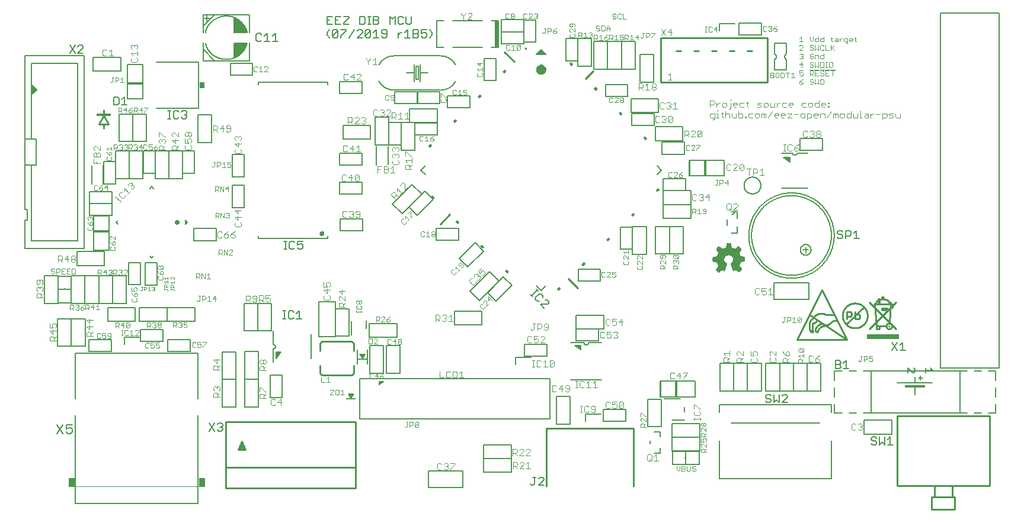
<source format=gto>
G75*
%MOIN*%
%OFA0B0*%
%FSLAX25Y25*%
%IPPOS*%
%LPD*%
%AMOC8*
5,1,8,0,0,1.08239X$1,22.5*
%
%ADD10R,0.01485X0.00015*%
%ADD11R,0.00045X0.00015*%
%ADD12R,0.00105X0.00015*%
%ADD13R,0.00165X0.00015*%
%ADD14R,0.00225X0.00015*%
%ADD15R,0.00285X0.00015*%
%ADD16R,0.00345X0.00015*%
%ADD17R,0.00405X0.00015*%
%ADD18R,0.00435X0.00015*%
%ADD19R,0.00465X0.00015*%
%ADD20R,0.00495X0.00015*%
%ADD21R,0.00540X0.00015*%
%ADD22R,0.00585X0.00015*%
%ADD23R,0.00645X0.00015*%
%ADD24R,0.00150X0.00015*%
%ADD25R,0.00675X0.00015*%
%ADD26R,0.00195X0.00015*%
%ADD27R,0.00705X0.00015*%
%ADD28R,0.00240X0.00015*%
%ADD29R,0.00735X0.00015*%
%ADD30R,0.00270X0.00015*%
%ADD31R,0.00765X0.00015*%
%ADD32R,0.00300X0.00015*%
%ADD33R,0.00810X0.00015*%
%ADD34R,0.00360X0.00015*%
%ADD35R,0.00855X0.00015*%
%ADD36R,0.00435X0.00015*%
%ADD37R,0.00915X0.00015*%
%ADD38R,0.00465X0.00015*%
%ADD39R,0.00945X0.00015*%
%ADD40R,0.00960X0.00015*%
%ADD41R,0.00525X0.00015*%
%ADD42R,0.00990X0.00015*%
%ADD43R,0.00555X0.00015*%
%ADD44R,0.01035X0.00015*%
%ADD45R,0.00600X0.00015*%
%ADD46R,0.01080X0.00015*%
%ADD47R,0.01125X0.00015*%
%ADD48R,0.01170X0.00015*%
%ADD49R,0.00720X0.00015*%
%ADD50R,0.01200X0.00015*%
%ADD51R,0.00750X0.00015*%
%ADD52R,0.01230X0.00015*%
%ADD53R,0.00780X0.00015*%
%ADD54R,0.01260X0.00015*%
%ADD55R,0.00810X0.00015*%
%ADD56R,0.01305X0.00015*%
%ADD57R,0.01365X0.00015*%
%ADD58R,0.00900X0.00015*%
%ADD59R,0.01395X0.00015*%
%ADD60R,0.01440X0.00015*%
%ADD61R,0.01470X0.00015*%
%ADD62R,0.01005X0.00015*%
%ADD63R,0.01500X0.00015*%
%ADD64R,0.01020X0.00015*%
%ADD65R,0.01530X0.00015*%
%ADD66R,0.01065X0.00015*%
%ADD67R,0.01575X0.00015*%
%ADD68R,0.01095X0.00015*%
%ADD69R,0.01635X0.00015*%
%ADD70R,0.01155X0.00015*%
%ADD71R,0.01680X0.00015*%
%ADD72R,0.01200X0.00015*%
%ADD73R,0.01710X0.00015*%
%ADD74R,0.01230X0.00015*%
%ADD75R,0.01725X0.00015*%
%ADD76R,0.01245X0.00015*%
%ADD77R,0.01755X0.00015*%
%ADD78R,0.01275X0.00015*%
%ADD79R,0.01800X0.00015*%
%ADD80R,0.01320X0.00015*%
%ADD81R,0.01860X0.00015*%
%ADD82R,0.01905X0.00015*%
%ADD83R,0.01410X0.00015*%
%ADD84R,0.01935X0.00015*%
%ADD85R,0.01455X0.00015*%
%ADD86R,0.01965X0.00015*%
%ADD87R,0.01485X0.00015*%
%ADD88R,0.01995X0.00015*%
%ADD89R,0.01515X0.00015*%
%ADD90R,0.02040X0.00015*%
%ADD91R,0.01530X0.00015*%
%ADD92R,0.02070X0.00015*%
%ADD93R,0.01575X0.00015*%
%ADD94R,0.02115X0.00015*%
%ADD95R,0.01620X0.00015*%
%ADD96R,0.02160X0.00015*%
%ADD97R,0.01665X0.00015*%
%ADD98R,0.02190X0.00015*%
%ADD99R,0.00075X0.00015*%
%ADD100R,0.01695X0.00015*%
%ADD101R,0.02220X0.00015*%
%ADD102R,0.00105X0.00015*%
%ADD103R,0.02235X0.00015*%
%ADD104R,0.00135X0.00015*%
%ADD105R,0.01755X0.00015*%
%ADD106R,0.02280X0.00015*%
%ADD107R,0.00180X0.00015*%
%ADD108R,0.01785X0.00015*%
%ADD109R,0.02340X0.00015*%
%ADD110R,0.00240X0.00015*%
%ADD111R,0.01830X0.00015*%
%ADD112R,0.02385X0.00015*%
%ADD113R,0.01890X0.00015*%
%ADD114R,0.02415X0.00015*%
%ADD115R,0.00330X0.00015*%
%ADD116R,0.00120X0.00015*%
%ADD117R,0.01920X0.00015*%
%ADD118R,0.02430X0.00015*%
%ADD119R,0.00375X0.00015*%
%ADD120R,0.02460X0.00015*%
%ADD121R,0.00405X0.00015*%
%ADD122R,0.00195X0.00015*%
%ADD123R,0.01965X0.00015*%
%ADD124R,0.02505X0.00015*%
%ADD125R,0.00210X0.00015*%
%ADD126R,0.02010X0.00015*%
%ADD127R,0.02535X0.00015*%
%ADD128R,0.00480X0.00015*%
%ADD129R,0.02580X0.00015*%
%ADD130R,0.00540X0.00015*%
%ADD131R,0.02085X0.00015*%
%ADD132R,0.02625X0.00015*%
%ADD133R,0.02130X0.00015*%
%ADD134R,0.02670X0.00015*%
%ADD135R,0.00630X0.00015*%
%ADD136R,0.02700X0.00015*%
%ADD137R,0.00660X0.00015*%
%ADD138R,0.00450X0.00015*%
%ADD139R,0.02190X0.00015*%
%ADD140R,0.02715X0.00015*%
%ADD141R,0.02205X0.00015*%
%ADD142R,0.02745X0.00015*%
%ADD143R,0.00510X0.00015*%
%ADD144R,0.02235X0.00015*%
%ADD145R,0.02775X0.00015*%
%ADD146R,0.02820X0.00015*%
%ADD147R,0.02310X0.00015*%
%ADD148R,0.02880X0.00015*%
%ADD149R,0.00855X0.00015*%
%ADD150R,0.02355X0.00015*%
%ADD151R,0.02895X0.00015*%
%ADD152R,0.00870X0.00015*%
%ADD153R,0.00660X0.00015*%
%ADD154R,0.02925X0.00015*%
%ADD155R,0.00690X0.00015*%
%ADD156R,0.02970X0.00015*%
%ADD157R,0.03000X0.00015*%
%ADD158R,0.00750X0.00015*%
%ADD159R,0.03045X0.00015*%
%ADD160R,0.01005X0.00015*%
%ADD161R,0.00780X0.00015*%
%ADD162R,0.02505X0.00015*%
%ADD163R,0.03090X0.00015*%
%ADD164R,0.01050X0.00015*%
%ADD165R,0.00825X0.00015*%
%ADD166R,0.02550X0.00015*%
%ADD167R,0.03135X0.00015*%
%ADD168R,0.01095X0.00015*%
%ADD169R,0.00870X0.00015*%
%ADD170R,0.03165X0.00015*%
%ADD171R,0.01125X0.00015*%
%ADD172R,0.02625X0.00015*%
%ADD173R,0.03195X0.00015*%
%ADD174R,0.01140X0.00015*%
%ADD175R,0.00930X0.00015*%
%ADD176R,0.02655X0.00015*%
%ADD177R,0.03210X0.00015*%
%ADD178R,0.00960X0.00015*%
%ADD179R,0.03240X0.00015*%
%ADD180R,0.02700X0.00015*%
%ADD181R,0.03285X0.00015*%
%ADD182R,0.01245X0.00015*%
%ADD183R,0.02745X0.00015*%
%ADD184R,0.03330X0.00015*%
%ADD185R,0.02790X0.00015*%
%ADD186R,0.03360X0.00015*%
%ADD187R,0.01110X0.00015*%
%ADD188R,0.02835X0.00015*%
%ADD189R,0.03390X0.00015*%
%ADD190R,0.01335X0.00015*%
%ADD191R,0.01140X0.00015*%
%ADD192R,0.02865X0.00015*%
%ADD193R,0.03420X0.00015*%
%ADD194R,0.01155X0.00015*%
%ADD195R,0.04905X0.00015*%
%ADD196R,0.04920X0.00015*%
%ADD197R,0.02940X0.00015*%
%ADD198R,0.04950X0.00015*%
%ADD199R,0.02985X0.00015*%
%ADD200R,0.04965X0.00015*%
%ADD201R,0.01275X0.00015*%
%ADD202R,0.03015X0.00015*%
%ADD203R,0.04980X0.00015*%
%ADD204R,0.03045X0.00015*%
%ADD205R,0.05010X0.00015*%
%ADD206R,0.01335X0.00015*%
%ADD207R,0.03075X0.00015*%
%ADD208R,0.01350X0.00015*%
%ADD209R,0.03105X0.00015*%
%ADD210R,0.05040X0.00015*%
%ADD211R,0.01380X0.00015*%
%ADD212R,0.05040X0.00015*%
%ADD213R,0.01410X0.00015*%
%ADD214R,0.03180X0.00015*%
%ADD215R,0.05070X0.00015*%
%ADD216R,0.03225X0.00015*%
%ADD217R,0.03255X0.00015*%
%ADD218R,0.05085X0.00015*%
%ADD219R,0.01515X0.00015*%
%ADD220R,0.03300X0.00015*%
%ADD221R,0.05100X0.00015*%
%ADD222R,0.04935X0.00015*%
%ADD223R,0.05115X0.00015*%
%ADD224R,0.04995X0.00015*%
%ADD225R,0.05130X0.00015*%
%ADD226R,0.05010X0.00015*%
%ADD227R,0.05130X0.00015*%
%ADD228R,0.05010X0.00015*%
%ADD229R,0.05025X0.00015*%
%ADD230R,0.05040X0.00015*%
%ADD231R,0.05055X0.00015*%
%ADD232R,0.05130X0.00015*%
%ADD233R,0.05085X0.00015*%
%ADD234R,0.05115X0.00015*%
%ADD235R,0.05145X0.00015*%
%ADD236R,0.05160X0.00015*%
%ADD237R,0.05130X0.00015*%
%ADD238R,0.05190X0.00015*%
%ADD239R,0.05190X0.00015*%
%ADD240R,0.05205X0.00015*%
%ADD241R,0.05220X0.00015*%
%ADD242R,0.05070X0.00015*%
%ADD243R,0.05085X0.00015*%
%ADD244R,0.05205X0.00015*%
%ADD245R,0.05220X0.00015*%
%ADD246R,0.05055X0.00015*%
%ADD247R,0.05025X0.00015*%
%ADD248R,0.05205X0.00015*%
%ADD249R,0.05025X0.00015*%
%ADD250R,0.05190X0.00015*%
%ADD251R,0.05190X0.00015*%
%ADD252R,0.04995X0.00015*%
%ADD253R,0.05175X0.00015*%
%ADD254R,0.04950X0.00015*%
%ADD255R,0.05145X0.00015*%
%ADD256R,0.05145X0.00015*%
%ADD257R,0.04920X0.00015*%
%ADD258R,0.04905X0.00015*%
%ADD259R,0.04905X0.00015*%
%ADD260R,0.05115X0.00015*%
%ADD261R,0.04890X0.00015*%
%ADD262R,0.04890X0.00015*%
%ADD263R,0.04875X0.00015*%
%ADD264R,0.04845X0.00015*%
%ADD265R,0.04830X0.00015*%
%ADD266R,0.04830X0.00015*%
%ADD267R,0.05070X0.00015*%
%ADD268R,0.04830X0.00015*%
%ADD269R,0.04815X0.00015*%
%ADD270R,0.04800X0.00015*%
%ADD271R,0.04800X0.00015*%
%ADD272R,0.05010X0.00015*%
%ADD273R,0.04785X0.00015*%
%ADD274R,0.04770X0.00015*%
%ADD275R,0.04770X0.00015*%
%ADD276R,0.04755X0.00015*%
%ADD277R,0.04740X0.00015*%
%ADD278R,0.04725X0.00015*%
%ADD279R,0.04725X0.00015*%
%ADD280R,0.04980X0.00015*%
%ADD281R,0.04710X0.00015*%
%ADD282R,0.04725X0.00015*%
%ADD283R,0.04710X0.00015*%
%ADD284R,0.04695X0.00015*%
%ADD285R,0.04680X0.00015*%
%ADD286R,0.04695X0.00015*%
%ADD287R,0.04680X0.00015*%
%ADD288R,0.04905X0.00015*%
%ADD289R,0.04665X0.00015*%
%ADD290R,0.04650X0.00015*%
%ADD291R,0.04635X0.00015*%
%ADD292R,0.04620X0.00015*%
%ADD293R,0.04620X0.00015*%
%ADD294R,0.04890X0.00015*%
%ADD295R,0.04605X0.00015*%
%ADD296R,0.04605X0.00015*%
%ADD297R,0.04590X0.00015*%
%ADD298R,0.04845X0.00015*%
%ADD299R,0.04575X0.00015*%
%ADD300R,0.04590X0.00015*%
%ADD301R,0.04575X0.00015*%
%ADD302R,0.04845X0.00015*%
%ADD303R,0.04560X0.00015*%
%ADD304R,0.04545X0.00015*%
%ADD305R,0.04530X0.00015*%
%ADD306R,0.04515X0.00015*%
%ADD307R,0.04530X0.00015*%
%ADD308R,0.04500X0.00015*%
%ADD309R,0.04515X0.00015*%
%ADD310R,0.04785X0.00015*%
%ADD311R,0.04485X0.00015*%
%ADD312R,0.04755X0.00015*%
%ADD313R,0.04470X0.00015*%
%ADD314R,0.04740X0.00015*%
%ADD315R,0.04485X0.00015*%
%ADD316R,0.04755X0.00015*%
%ADD317R,0.04545X0.00015*%
%ADD318R,0.04695X0.00015*%
%ADD319R,0.04680X0.00015*%
%ADD320R,0.04665X0.00015*%
%ADD321R,0.04725X0.00015*%
%ADD322R,0.04680X0.00015*%
%ADD323R,0.04860X0.00015*%
%ADD324R,0.04740X0.00015*%
%ADD325R,0.04875X0.00015*%
%ADD326R,0.04965X0.00015*%
%ADD327R,0.04860X0.00015*%
%ADD328R,0.04995X0.00015*%
%ADD329R,0.04875X0.00015*%
%ADD330R,0.04980X0.00015*%
%ADD331R,0.05235X0.00015*%
%ADD332R,0.05235X0.00015*%
%ADD333R,0.05250X0.00015*%
%ADD334R,0.05280X0.00015*%
%ADD335R,0.05295X0.00015*%
%ADD336R,0.05325X0.00015*%
%ADD337R,0.05340X0.00015*%
%ADD338R,0.05235X0.00015*%
%ADD339R,0.05355X0.00015*%
%ADD340R,0.05370X0.00015*%
%ADD341R,0.05265X0.00015*%
%ADD342R,0.05370X0.00015*%
%ADD343R,0.05280X0.00015*%
%ADD344R,0.05385X0.00015*%
%ADD345R,0.05295X0.00015*%
%ADD346R,0.05400X0.00015*%
%ADD347R,0.05415X0.00015*%
%ADD348R,0.05310X0.00015*%
%ADD349R,0.05430X0.00015*%
%ADD350R,0.05445X0.00015*%
%ADD351R,0.05460X0.00015*%
%ADD352R,0.05355X0.00015*%
%ADD353R,0.05475X0.00015*%
%ADD354R,0.05505X0.00015*%
%ADD355R,0.05520X0.00015*%
%ADD356R,0.05535X0.00015*%
%ADD357R,0.05550X0.00015*%
%ADD358R,0.05550X0.00015*%
%ADD359R,0.05475X0.00015*%
%ADD360R,0.05490X0.00015*%
%ADD361R,0.05475X0.00015*%
%ADD362R,0.05385X0.00015*%
%ADD363R,0.05370X0.00015*%
%ADD364R,0.05325X0.00015*%
%ADD365R,0.05310X0.00015*%
%ADD366R,0.05265X0.00015*%
%ADD367R,0.05175X0.00015*%
%ADD368R,0.04980X0.00015*%
%ADD369R,0.04965X0.00015*%
%ADD370R,0.04860X0.00015*%
%ADD371R,0.04845X0.00015*%
%ADD372R,0.04815X0.00015*%
%ADD373R,0.04770X0.00015*%
%ADD374R,0.05295X0.00015*%
%ADD375R,0.04635X0.00015*%
%ADD376R,0.05610X0.00015*%
%ADD377R,0.05700X0.00015*%
%ADD378R,0.05760X0.00015*%
%ADD379R,0.05805X0.00015*%
%ADD380R,0.05850X0.00015*%
%ADD381R,0.05895X0.00015*%
%ADD382R,0.06000X0.00015*%
%ADD383R,0.06135X0.00015*%
%ADD384R,0.06225X0.00015*%
%ADD385R,0.06300X0.00015*%
%ADD386R,0.06330X0.00015*%
%ADD387R,0.06375X0.00015*%
%ADD388R,0.06450X0.00015*%
%ADD389R,0.06570X0.00015*%
%ADD390R,0.05565X0.00015*%
%ADD391R,0.06690X0.00015*%
%ADD392R,0.06735X0.00015*%
%ADD393R,0.05790X0.00015*%
%ADD394R,0.06765X0.00015*%
%ADD395R,0.05850X0.00015*%
%ADD396R,0.06780X0.00015*%
%ADD397R,0.05895X0.00015*%
%ADD398R,0.06795X0.00015*%
%ADD399R,0.05955X0.00015*%
%ADD400R,0.06810X0.00015*%
%ADD401R,0.06060X0.00015*%
%ADD402R,0.06195X0.00015*%
%ADD403R,0.06825X0.00015*%
%ADD404R,0.06330X0.00015*%
%ADD405R,0.06840X0.00015*%
%ADD406R,0.06390X0.00015*%
%ADD407R,0.06495X0.00015*%
%ADD408R,0.06840X0.00015*%
%ADD409R,0.06555X0.00015*%
%ADD410R,0.06825X0.00015*%
%ADD411R,0.06645X0.00015*%
%ADD412R,0.06825X0.00015*%
%ADD413R,0.06705X0.00015*%
%ADD414R,0.06705X0.00015*%
%ADD415R,0.06810X0.00015*%
%ADD416R,0.06720X0.00015*%
%ADD417R,0.06795X0.00015*%
%ADD418R,0.06750X0.00015*%
%ADD419R,0.06765X0.00015*%
%ADD420R,0.06795X0.00015*%
%ADD421R,0.06780X0.00015*%
%ADD422R,0.06780X0.00015*%
%ADD423R,0.06750X0.00015*%
%ADD424R,0.06720X0.00015*%
%ADD425R,0.06720X0.00015*%
%ADD426R,0.06705X0.00015*%
%ADD427R,0.06705X0.00015*%
%ADD428R,0.06690X0.00015*%
%ADD429R,0.06675X0.00015*%
%ADD430R,0.06690X0.00015*%
%ADD431R,0.06675X0.00015*%
%ADD432R,0.06675X0.00015*%
%ADD433R,0.06660X0.00015*%
%ADD434R,0.06675X0.00015*%
%ADD435R,0.06660X0.00015*%
%ADD436R,0.06660X0.00015*%
%ADD437R,0.06645X0.00015*%
%ADD438R,0.06630X0.00015*%
%ADD439R,0.06660X0.00015*%
%ADD440R,0.06630X0.00015*%
%ADD441R,0.06645X0.00015*%
%ADD442R,0.06735X0.00015*%
%ADD443R,0.06765X0.00015*%
%ADD444R,0.06780X0.00015*%
%ADD445R,0.06825X0.00015*%
%ADD446R,0.06855X0.00015*%
%ADD447R,0.06855X0.00015*%
%ADD448R,0.06870X0.00015*%
%ADD449R,0.06885X0.00015*%
%ADD450R,0.06525X0.00015*%
%ADD451R,0.06405X0.00015*%
%ADD452R,0.06255X0.00015*%
%ADD453R,0.06165X0.00015*%
%ADD454R,0.06870X0.00015*%
%ADD455R,0.06120X0.00015*%
%ADD456R,0.06885X0.00015*%
%ADD457R,0.06060X0.00015*%
%ADD458R,0.06015X0.00015*%
%ADD459R,0.05910X0.00015*%
%ADD460R,0.05670X0.00015*%
%ADD461R,0.05595X0.00015*%
%ADD462R,0.06585X0.00015*%
%ADD463R,0.05160X0.00015*%
%ADD464R,0.06390X0.00015*%
%ADD465R,0.05025X0.00015*%
%ADD466R,0.06330X0.00015*%
%ADD467R,0.06075X0.00015*%
%ADD468R,0.05820X0.00015*%
%ADD469R,0.05775X0.00015*%
%ADD470R,0.05685X0.00015*%
%ADD471R,0.05460X0.00015*%
%ADD472R,0.04860X0.00015*%
%ADD473R,0.04935X0.00015*%
%ADD474R,0.05160X0.00015*%
%ADD475R,0.05325X0.00015*%
%ADD476R,0.05340X0.00015*%
%ADD477R,0.05355X0.00015*%
%ADD478R,0.05430X0.00015*%
%ADD479R,0.05535X0.00015*%
%ADD480R,0.05595X0.00015*%
%ADD481R,0.05640X0.00015*%
%ADD482R,0.05640X0.00015*%
%ADD483R,0.05670X0.00015*%
%ADD484R,0.05685X0.00015*%
%ADD485R,0.05700X0.00015*%
%ADD486R,0.05715X0.00015*%
%ADD487R,0.05715X0.00015*%
%ADD488R,0.05730X0.00015*%
%ADD489R,0.05745X0.00015*%
%ADD490R,0.05760X0.00015*%
%ADD491R,0.06000X0.00015*%
%ADD492R,0.06105X0.00015*%
%ADD493R,0.06180X0.00015*%
%ADD494R,0.06210X0.00015*%
%ADD495R,0.12690X0.00015*%
%ADD496R,0.12675X0.00015*%
%ADD497R,0.12660X0.00015*%
%ADD498R,0.12660X0.00015*%
%ADD499R,0.12645X0.00015*%
%ADD500R,0.12615X0.00015*%
%ADD501R,0.12600X0.00015*%
%ADD502R,0.12585X0.00015*%
%ADD503R,0.12555X0.00015*%
%ADD504R,0.12540X0.00015*%
%ADD505R,0.12525X0.00015*%
%ADD506R,0.12510X0.00015*%
%ADD507R,0.12510X0.00015*%
%ADD508R,0.12480X0.00015*%
%ADD509R,0.12450X0.00015*%
%ADD510R,0.12435X0.00015*%
%ADD511R,0.12420X0.00015*%
%ADD512R,0.12390X0.00015*%
%ADD513R,0.12375X0.00015*%
%ADD514R,0.12360X0.00015*%
%ADD515R,0.12330X0.00015*%
%ADD516R,0.12300X0.00015*%
%ADD517R,0.12285X0.00015*%
%ADD518R,0.12270X0.00015*%
%ADD519R,0.12255X0.00015*%
%ADD520R,0.12240X0.00015*%
%ADD521R,0.12225X0.00015*%
%ADD522R,0.12195X0.00015*%
%ADD523R,0.12165X0.00015*%
%ADD524R,0.12150X0.00015*%
%ADD525R,0.12135X0.00015*%
%ADD526R,0.12120X0.00015*%
%ADD527R,0.12090X0.00015*%
%ADD528R,0.12075X0.00015*%
%ADD529R,0.12060X0.00015*%
%ADD530R,0.12045X0.00015*%
%ADD531R,0.12015X0.00015*%
%ADD532R,0.12000X0.00015*%
%ADD533R,0.11985X0.00015*%
%ADD534R,0.11955X0.00015*%
%ADD535R,0.11940X0.00015*%
%ADD536R,0.11925X0.00015*%
%ADD537R,0.11910X0.00015*%
%ADD538R,0.11910X0.00015*%
%ADD539R,0.11880X0.00015*%
%ADD540R,0.11850X0.00015*%
%ADD541R,0.11835X0.00015*%
%ADD542R,0.11805X0.00015*%
%ADD543R,0.11775X0.00015*%
%ADD544R,0.11760X0.00015*%
%ADD545R,0.11745X0.00015*%
%ADD546R,0.11730X0.00015*%
%ADD547R,0.11700X0.00015*%
%ADD548R,0.11700X0.00015*%
%ADD549R,0.11685X0.00015*%
%ADD550R,0.11655X0.00015*%
%ADD551R,0.11640X0.00015*%
%ADD552R,0.11625X0.00015*%
%ADD553R,0.11625X0.00015*%
%ADD554R,0.11670X0.00015*%
%ADD555R,0.11715X0.00015*%
%ADD556R,0.11790X0.00015*%
%ADD557R,0.11820X0.00015*%
%ADD558R,0.11820X0.00015*%
%ADD559R,0.11880X0.00015*%
%ADD560R,0.11895X0.00015*%
%ADD561R,0.11970X0.00015*%
%ADD562R,0.12045X0.00015*%
%ADD563R,0.12075X0.00015*%
%ADD564R,0.12105X0.00015*%
%ADD565R,0.12135X0.00015*%
%ADD566R,0.12165X0.00015*%
%ADD567R,0.12180X0.00015*%
%ADD568R,0.12195X0.00015*%
%ADD569R,0.12210X0.00015*%
%ADD570R,0.12225X0.00015*%
%ADD571R,0.12255X0.00015*%
%ADD572R,0.12360X0.00015*%
%ADD573R,0.12390X0.00015*%
%ADD574R,0.12405X0.00015*%
%ADD575R,0.12435X0.00015*%
%ADD576R,0.12480X0.00015*%
%ADD577R,0.12480X0.00015*%
%ADD578R,0.12510X0.00015*%
%ADD579R,0.12570X0.00015*%
%ADD580R,0.12630X0.00015*%
%ADD581R,0.12675X0.00015*%
%ADD582R,0.12705X0.00015*%
%ADD583R,0.12735X0.00015*%
%ADD584R,0.12750X0.00015*%
%ADD585R,0.12780X0.00015*%
%ADD586R,0.12795X0.00015*%
%ADD587R,0.12810X0.00015*%
%ADD588R,0.12840X0.00015*%
%ADD589R,0.12855X0.00015*%
%ADD590R,0.12885X0.00015*%
%ADD591R,0.12900X0.00015*%
%ADD592R,0.12915X0.00015*%
%ADD593R,0.12945X0.00015*%
%ADD594R,0.12960X0.00015*%
%ADD595R,0.12990X0.00015*%
%ADD596R,0.13005X0.00015*%
%ADD597R,0.13020X0.00015*%
%ADD598R,0.13035X0.00015*%
%ADD599R,0.13065X0.00015*%
%ADD600R,0.13080X0.00015*%
%ADD601R,0.13110X0.00015*%
%ADD602R,0.13125X0.00015*%
%ADD603R,0.13155X0.00015*%
%ADD604R,0.13170X0.00015*%
%ADD605R,0.13200X0.00015*%
%ADD606R,0.13230X0.00015*%
%ADD607R,0.13260X0.00015*%
%ADD608R,0.13290X0.00015*%
%ADD609R,0.13320X0.00015*%
%ADD610R,0.13350X0.00015*%
%ADD611R,0.13365X0.00015*%
%ADD612R,0.13395X0.00015*%
%ADD613R,0.13425X0.00015*%
%ADD614R,0.13455X0.00015*%
%ADD615R,0.13470X0.00015*%
%ADD616R,0.13500X0.00015*%
%ADD617R,0.13530X0.00015*%
%ADD618R,0.13560X0.00015*%
%ADD619R,0.13575X0.00015*%
%ADD620R,0.13605X0.00015*%
%ADD621R,0.13635X0.00015*%
%ADD622R,0.13650X0.00015*%
%ADD623R,0.13680X0.00015*%
%ADD624R,0.13695X0.00015*%
%ADD625R,0.13725X0.00015*%
%ADD626R,0.13740X0.00015*%
%ADD627R,0.13770X0.00015*%
%ADD628R,0.13785X0.00015*%
%ADD629R,0.13800X0.00015*%
%ADD630R,0.13830X0.00015*%
%ADD631R,0.13860X0.00015*%
%ADD632R,0.13875X0.00015*%
%ADD633R,0.13905X0.00015*%
%ADD634R,0.13935X0.00015*%
%ADD635R,0.13950X0.00015*%
%ADD636R,0.13980X0.00015*%
%ADD637R,0.14010X0.00015*%
%ADD638R,0.14025X0.00015*%
%ADD639R,0.14055X0.00015*%
%ADD640R,0.14070X0.00015*%
%ADD641R,0.14085X0.00015*%
%ADD642R,0.14115X0.00015*%
%ADD643R,0.14145X0.00015*%
%ADD644R,0.14160X0.00015*%
%ADD645R,0.14190X0.00015*%
%ADD646R,0.14205X0.00015*%
%ADD647R,0.14220X0.00015*%
%ADD648R,0.14235X0.00015*%
%ADD649R,0.14265X0.00015*%
%ADD650R,0.14280X0.00015*%
%ADD651R,0.14295X0.00015*%
%ADD652R,0.14295X0.00015*%
%ADD653R,0.14250X0.00015*%
%ADD654R,0.14205X0.00015*%
%ADD655R,0.14175X0.00015*%
%ADD656R,0.14160X0.00015*%
%ADD657R,0.14130X0.00015*%
%ADD658R,0.14100X0.00015*%
%ADD659R,0.14040X0.00015*%
%ADD660R,0.14010X0.00015*%
%ADD661R,0.03465X0.00015*%
%ADD662R,0.10440X0.00015*%
%ADD663R,0.03420X0.00015*%
%ADD664R,0.10395X0.00015*%
%ADD665R,0.03375X0.00015*%
%ADD666R,0.10335X0.00015*%
%ADD667R,0.03570X0.00015*%
%ADD668R,0.06600X0.00015*%
%ADD669R,0.03525X0.00015*%
%ADD670R,0.03270X0.00015*%
%ADD671R,0.03495X0.00015*%
%ADD672R,0.03210X0.00015*%
%ADD673R,0.06480X0.00015*%
%ADD674R,0.03435X0.00015*%
%ADD675R,0.03165X0.00015*%
%ADD676R,0.03390X0.00015*%
%ADD677R,0.03120X0.00015*%
%ADD678R,0.06315X0.00015*%
%ADD679R,0.03345X0.00015*%
%ADD680R,0.03090X0.00015*%
%ADD681R,0.03075X0.00015*%
%ADD682R,0.06225X0.00015*%
%ADD683R,0.03270X0.00015*%
%ADD684R,0.06180X0.00015*%
%ADD685R,0.02970X0.00015*%
%ADD686R,0.06075X0.00015*%
%ADD687R,0.03195X0.00015*%
%ADD688R,0.02925X0.00015*%
%ADD689R,0.05985X0.00015*%
%ADD690R,0.03135X0.00015*%
%ADD691R,0.02850X0.00015*%
%ADD692R,0.05835X0.00015*%
%ADD693R,0.03030X0.00015*%
%ADD694R,0.02805X0.00015*%
%ADD695R,0.02730X0.00015*%
%ADD696R,0.05625X0.00015*%
%ADD697R,0.02925X0.00015*%
%ADD698R,0.02640X0.00015*%
%ADD699R,0.02595X0.00015*%
%ADD700R,0.02565X0.00015*%
%ADD701R,0.02760X0.00015*%
%ADD702R,0.02520X0.00015*%
%ADD703R,0.02730X0.00015*%
%ADD704R,0.02475X0.00015*%
%ADD705R,0.02685X0.00015*%
%ADD706R,0.02445X0.00015*%
%ADD707R,0.02400X0.00015*%
%ADD708R,0.02370X0.00015*%
%ADD709R,0.02565X0.00015*%
%ADD710R,0.02340X0.00015*%
%ADD711R,0.02325X0.00015*%
%ADD712R,0.02505X0.00015*%
%ADD713R,0.02280X0.00015*%
%ADD714R,0.02460X0.00015*%
%ADD715R,0.04560X0.00015*%
%ADD716R,0.02190X0.00015*%
%ADD717R,0.04440X0.00015*%
%ADD718R,0.02370X0.00015*%
%ADD719R,0.02145X0.00015*%
%ADD720R,0.04365X0.00015*%
%ADD721R,0.04320X0.00015*%
%ADD722R,0.02310X0.00015*%
%ADD723R,0.02100X0.00015*%
%ADD724R,0.04260X0.00015*%
%ADD725R,0.04200X0.00015*%
%ADD726R,0.02265X0.00015*%
%ADD727R,0.02040X0.00015*%
%ADD728R,0.04095X0.00015*%
%ADD729R,0.02220X0.00015*%
%ADD730R,0.03915X0.00015*%
%ADD731R,0.02175X0.00015*%
%ADD732R,0.03765X0.00015*%
%ADD733R,0.03675X0.00015*%
%ADD734R,0.01890X0.00015*%
%ADD735R,0.03615X0.00015*%
%ADD736R,0.02055X0.00015*%
%ADD737R,0.01860X0.00015*%
%ADD738R,0.03555X0.00015*%
%ADD739R,0.01815X0.00015*%
%ADD740R,0.03450X0.00015*%
%ADD741R,0.01725X0.00015*%
%ADD742R,0.03315X0.00015*%
%ADD743R,0.01905X0.00015*%
%ADD744R,0.01680X0.00015*%
%ADD745R,0.01650X0.00015*%
%ADD746R,0.01620X0.00015*%
%ADD747R,0.01590X0.00015*%
%ADD748R,0.01770X0.00015*%
%ADD749R,0.01560X0.00015*%
%ADD750R,0.03240X0.00015*%
%ADD751R,0.01740X0.00015*%
%ADD752R,0.01665X0.00015*%
%ADD753R,0.01455X0.00015*%
%ADD754R,0.01635X0.00015*%
%ADD755R,0.01410X0.00015*%
%ADD756R,0.01395X0.00015*%
%ADD757R,0.01365X0.00015*%
%ADD758R,0.01335X0.00015*%
%ADD759R,0.01290X0.00015*%
%ADD760R,0.03210X0.00015*%
%ADD761R,0.01455X0.00015*%
%ADD762R,0.01185X0.00015*%
%ADD763R,0.01290X0.00015*%
%ADD764R,0.01110X0.00015*%
%ADD765R,0.01260X0.00015*%
%ADD766R,0.03180X0.00015*%
%ADD767R,0.00975X0.00015*%
%ADD768R,0.03150X0.00015*%
%ADD769R,0.00885X0.00015*%
%ADD770R,0.03150X0.00015*%
%ADD771R,0.01050X0.00015*%
%ADD772R,0.00795X0.00015*%
%ADD773R,0.00885X0.00015*%
%ADD774R,0.00690X0.00015*%
%ADD775R,0.00840X0.00015*%
%ADD776R,0.00570X0.00015*%
%ADD777R,0.00525X0.00015*%
%ADD778R,0.03105X0.00015*%
%ADD779R,0.00660X0.00015*%
%ADD780R,0.00615X0.00015*%
%ADD781R,0.00420X0.00015*%
%ADD782R,0.00555X0.00015*%
%ADD783R,0.00390X0.00015*%
%ADD784R,0.00525X0.00015*%
%ADD785R,0.00360X0.00015*%
%ADD786R,0.00495X0.00015*%
%ADD787R,0.03075X0.00015*%
%ADD788R,0.00450X0.00015*%
%ADD789R,0.00225X0.00015*%
%ADD790R,0.00345X0.00015*%
%ADD791R,0.00255X0.00015*%
%ADD792R,0.03060X0.00015*%
%ADD793R,0.00180X0.00015*%
%ADD794R,0.00075X0.00015*%
%ADD795R,0.03000X0.00015*%
%ADD796R,0.02955X0.00015*%
%ADD797R,0.02940X0.00015*%
%ADD798R,0.02940X0.00015*%
%ADD799R,0.02910X0.00015*%
%ADD800R,0.02910X0.00015*%
%ADD801R,0.02865X0.00015*%
%ADD802R,0.02805X0.00015*%
%ADD803R,0.02775X0.00015*%
%ADD804R,0.02760X0.00015*%
%ADD805R,0.02655X0.00015*%
%ADD806R,0.02640X0.00015*%
%ADD807R,0.02610X0.00015*%
%ADD808R,0.02595X0.00015*%
%ADD809R,0.02535X0.00015*%
%ADD810R,0.02475X0.00015*%
%ADD811R,0.02175X0.00015*%
%ADD812R,0.01575X0.00015*%
%ADD813C,0.00300*%
%ADD814C,0.00500*%
%ADD815C,0.00400*%
%ADD816C,0.01000*%
%ADD817R,0.18000X0.03000*%
%ADD818C,0.00600*%
%ADD819C,0.00100*%
%ADD820R,0.01750X0.09000*%
%ADD821R,0.00600X0.09000*%
%ADD822R,0.11811X0.01181*%
%ADD823R,0.08268X0.01181*%
%ADD824C,0.00800*%
%ADD825R,0.03000X0.03400*%
%ADD826R,0.09000X0.01750*%
%ADD827R,0.09000X0.00600*%
%ADD828R,0.00787X0.00787*%
%ADD829C,0.00039*%
%ADD830R,0.03642X0.04500*%
%ADD831C,0.00200*%
%ADD832R,0.05512X0.00787*%
%ADD833R,0.01969X0.14961*%
D10*
X0450198Y0294614D03*
D11*
X0447308Y0288904D03*
X0455513Y0289774D03*
X0458693Y0289069D03*
D12*
X0447308Y0288919D03*
D13*
X0447308Y0288934D03*
D14*
X0447308Y0288949D03*
D15*
X0447308Y0288964D03*
X0447398Y0303349D03*
D16*
X0447308Y0288979D03*
X0455558Y0289864D03*
D17*
X0455573Y0289879D03*
X0447308Y0288994D03*
D18*
X0447308Y0289009D03*
D19*
X0447308Y0289024D03*
D20*
X0447308Y0289039D03*
X0458693Y0289204D03*
D21*
X0447315Y0289054D03*
D22*
X0447323Y0289069D03*
X0450338Y0289879D03*
X0455648Y0289969D03*
D23*
X0455663Y0289984D03*
X0458678Y0289264D03*
X0447323Y0289084D03*
D24*
X0455505Y0289804D03*
X0458700Y0289084D03*
D25*
X0458678Y0289279D03*
X0450308Y0289924D03*
X0447323Y0289099D03*
D26*
X0458693Y0289099D03*
D27*
X0455693Y0290029D03*
X0450293Y0289939D03*
X0447323Y0289114D03*
D28*
X0458701Y0289114D03*
D29*
X0447323Y0289129D03*
D30*
X0455536Y0289849D03*
X0458701Y0289129D03*
D31*
X0450278Y0289954D03*
X0447323Y0289144D03*
D32*
X0450436Y0289774D03*
X0458701Y0289144D03*
X0458325Y0303394D03*
D33*
X0447330Y0289159D03*
D34*
X0458701Y0289159D03*
D35*
X0458663Y0289354D03*
X0447338Y0289174D03*
D36*
X0450398Y0289834D03*
X0455588Y0289894D03*
X0458693Y0289174D03*
D37*
X0455753Y0290104D03*
X0450218Y0290029D03*
X0447338Y0289189D03*
X0447428Y0303094D03*
D38*
X0447413Y0303274D03*
X0458693Y0289189D03*
D39*
X0458663Y0289384D03*
X0450203Y0290044D03*
X0447338Y0289204D03*
X0458303Y0303154D03*
X0452723Y0305269D03*
D40*
X0447345Y0289219D03*
D41*
X0458693Y0289219D03*
D42*
X0458655Y0289399D03*
X0455776Y0290149D03*
X0447346Y0289234D03*
X0458296Y0303139D03*
D43*
X0458693Y0289234D03*
D44*
X0447353Y0289249D03*
D45*
X0458686Y0289249D03*
X0447421Y0303229D03*
D46*
X0458296Y0303094D03*
X0455805Y0290179D03*
X0447346Y0289264D03*
D47*
X0447353Y0289279D03*
D48*
X0447360Y0289294D03*
X0450136Y0290134D03*
X0455836Y0290239D03*
X0458280Y0303064D03*
D49*
X0458311Y0303244D03*
X0458670Y0289294D03*
D50*
X0447360Y0289309D03*
D51*
X0458670Y0289309D03*
D52*
X0447360Y0289324D03*
X0447451Y0302974D03*
X0458280Y0303049D03*
D53*
X0458311Y0303214D03*
X0458670Y0289324D03*
D54*
X0447361Y0289339D03*
D55*
X0450255Y0289969D03*
X0458670Y0289339D03*
X0458311Y0303199D03*
D56*
X0455888Y0290299D03*
X0447368Y0289354D03*
D57*
X0447368Y0289369D03*
X0450068Y0290224D03*
X0458633Y0289564D03*
D58*
X0458656Y0289369D03*
X0450225Y0290014D03*
D59*
X0447368Y0289384D03*
D60*
X0447376Y0289399D03*
D61*
X0447376Y0289414D03*
X0455926Y0290389D03*
D62*
X0458648Y0289414D03*
D63*
X0447375Y0289429D03*
X0447465Y0302869D03*
X0458265Y0302944D03*
D64*
X0458296Y0303124D03*
X0447435Y0303064D03*
X0458655Y0289429D03*
D65*
X0447376Y0289444D03*
D66*
X0458648Y0289444D03*
D67*
X0447383Y0289459D03*
D68*
X0458648Y0289459D03*
D69*
X0447383Y0289474D03*
D70*
X0458648Y0289474D03*
D71*
X0447390Y0289489D03*
D72*
X0450136Y0290149D03*
X0455851Y0290254D03*
X0458641Y0289489D03*
D73*
X0447390Y0289504D03*
D74*
X0458640Y0289504D03*
D75*
X0458603Y0289714D03*
X0447398Y0289519D03*
D76*
X0458633Y0289519D03*
D77*
X0447398Y0289534D03*
D78*
X0450098Y0290179D03*
X0458633Y0289534D03*
D79*
X0447391Y0289549D03*
X0458251Y0302824D03*
D80*
X0458281Y0303004D03*
X0450090Y0290194D03*
X0458626Y0289549D03*
D81*
X0447405Y0289564D03*
D82*
X0447413Y0289579D03*
X0447488Y0302704D03*
D83*
X0458626Y0289579D03*
D84*
X0458588Y0289804D03*
X0447413Y0289594D03*
X0447488Y0302689D03*
X0452903Y0305239D03*
D85*
X0455918Y0290374D03*
X0458618Y0289594D03*
D86*
X0447413Y0289609D03*
D87*
X0458618Y0289609D03*
D88*
X0447413Y0289624D03*
X0447488Y0302674D03*
D89*
X0458618Y0289624D03*
D90*
X0458580Y0289849D03*
X0447421Y0289639D03*
X0458236Y0302734D03*
D91*
X0458265Y0302929D03*
X0458610Y0289639D03*
D92*
X0447421Y0289654D03*
X0447495Y0302644D03*
D93*
X0458618Y0289654D03*
D94*
X0447428Y0289669D03*
D95*
X0458611Y0289669D03*
D96*
X0458565Y0289894D03*
X0447436Y0289684D03*
D97*
X0458603Y0289684D03*
D98*
X0447436Y0289699D03*
D99*
X0450488Y0289699D03*
D100*
X0458603Y0289699D03*
D101*
X0447435Y0289714D03*
D102*
X0450488Y0289714D03*
D103*
X0447443Y0289729D03*
X0447503Y0302569D03*
X0452918Y0305194D03*
D104*
X0450488Y0289729D03*
D105*
X0458603Y0289729D03*
D106*
X0458551Y0289954D03*
X0447451Y0289744D03*
D107*
X0450465Y0289744D03*
D108*
X0458603Y0289744D03*
X0447473Y0302764D03*
D109*
X0447451Y0289759D03*
D110*
X0450451Y0289759D03*
D111*
X0458595Y0289759D03*
X0458251Y0302809D03*
D112*
X0458543Y0289999D03*
X0447458Y0289774D03*
D113*
X0458596Y0289774D03*
D114*
X0458543Y0290014D03*
X0447458Y0289789D03*
X0458198Y0302569D03*
D115*
X0447406Y0303334D03*
X0450421Y0289789D03*
D116*
X0455505Y0289789D03*
X0447405Y0303379D03*
D117*
X0458596Y0289789D03*
D118*
X0458536Y0290029D03*
X0447465Y0289804D03*
X0452910Y0305119D03*
D119*
X0450413Y0289804D03*
D120*
X0447465Y0289819D03*
X0458536Y0290044D03*
D121*
X0450413Y0289819D03*
D122*
X0455513Y0289819D03*
D123*
X0458588Y0289819D03*
X0458243Y0302764D03*
D124*
X0447473Y0289834D03*
D125*
X0455520Y0289834D03*
D126*
X0458580Y0289834D03*
X0458236Y0302749D03*
D127*
X0458183Y0302524D03*
X0452903Y0304864D03*
X0452903Y0304879D03*
X0452903Y0304894D03*
X0452903Y0304924D03*
X0447473Y0289849D03*
D128*
X0450390Y0289849D03*
X0455596Y0289924D03*
X0458326Y0303334D03*
D129*
X0458176Y0302494D03*
X0452911Y0304789D03*
X0458520Y0290089D03*
X0447481Y0289864D03*
D130*
X0450361Y0289864D03*
X0455626Y0289954D03*
D131*
X0458573Y0289864D03*
X0458228Y0302704D03*
D132*
X0447488Y0289879D03*
D133*
X0458565Y0289879D03*
X0458221Y0302689D03*
X0447495Y0302614D03*
D134*
X0447556Y0302374D03*
X0452895Y0304579D03*
X0452895Y0304594D03*
X0458506Y0290134D03*
X0447495Y0289894D03*
D135*
X0450330Y0289894D03*
X0447421Y0303214D03*
D136*
X0452895Y0304459D03*
X0447495Y0289909D03*
D137*
X0450315Y0289909D03*
D138*
X0455596Y0289909D03*
D139*
X0458565Y0289909D03*
D140*
X0447503Y0289924D03*
X0452903Y0304354D03*
X0452903Y0304369D03*
X0452903Y0304384D03*
X0452903Y0304399D03*
X0452903Y0304414D03*
D141*
X0458558Y0289924D03*
D142*
X0447503Y0289939D03*
X0452903Y0304279D03*
D143*
X0455611Y0289939D03*
D144*
X0458558Y0289939D03*
D145*
X0447503Y0289954D03*
X0447563Y0302344D03*
X0458153Y0302419D03*
D146*
X0452896Y0304114D03*
X0452896Y0304129D03*
X0447570Y0302314D03*
X0447511Y0289969D03*
D147*
X0458551Y0289969D03*
D148*
X0458490Y0290224D03*
X0447511Y0289984D03*
X0447570Y0302284D03*
X0452896Y0303904D03*
X0452896Y0303919D03*
X0452896Y0303934D03*
X0452896Y0303949D03*
X0452896Y0303964D03*
X0452896Y0303979D03*
X0452896Y0303994D03*
X0458146Y0302374D03*
D149*
X0450233Y0289984D03*
D150*
X0458543Y0289984D03*
D151*
X0458483Y0290239D03*
X0447518Y0289999D03*
D152*
X0450226Y0289999D03*
D153*
X0455671Y0289999D03*
X0447421Y0303199D03*
D154*
X0447518Y0290014D03*
D155*
X0455686Y0290014D03*
D156*
X0447526Y0290029D03*
D157*
X0447525Y0290044D03*
X0452880Y0303544D03*
X0452880Y0303574D03*
X0452880Y0303589D03*
X0458130Y0302329D03*
D158*
X0458311Y0303229D03*
X0447420Y0303169D03*
X0455700Y0290044D03*
D159*
X0447533Y0290059D03*
D160*
X0450188Y0290059D03*
D161*
X0455715Y0290059D03*
D162*
X0458528Y0290059D03*
D163*
X0447540Y0290074D03*
X0452896Y0303304D03*
X0452896Y0303319D03*
X0452896Y0303334D03*
D164*
X0447435Y0303049D03*
X0455790Y0290164D03*
X0450166Y0290074D03*
D165*
X0455738Y0290074D03*
X0447428Y0303139D03*
D166*
X0452911Y0304849D03*
X0458520Y0290074D03*
D167*
X0458453Y0290344D03*
X0447548Y0290089D03*
X0452888Y0303139D03*
X0452888Y0303154D03*
X0452888Y0303169D03*
X0452888Y0303184D03*
X0452888Y0303199D03*
D168*
X0450158Y0290089D03*
D169*
X0455745Y0290089D03*
X0447421Y0303124D03*
D170*
X0452873Y0303079D03*
X0452873Y0303064D03*
X0447548Y0290104D03*
D171*
X0450158Y0290104D03*
X0447443Y0303019D03*
X0458288Y0303079D03*
D172*
X0458168Y0302479D03*
X0452903Y0304684D03*
X0452903Y0304699D03*
X0452903Y0304714D03*
X0447548Y0302404D03*
X0458513Y0290104D03*
D173*
X0447548Y0290119D03*
D174*
X0450151Y0290119D03*
D175*
X0455760Y0290119D03*
D176*
X0458513Y0290119D03*
X0452903Y0304624D03*
X0452903Y0304639D03*
X0452903Y0304654D03*
D177*
X0447555Y0290134D03*
D178*
X0455761Y0290134D03*
D179*
X0447555Y0290149D03*
D180*
X0458506Y0290149D03*
X0452895Y0304429D03*
X0452895Y0304444D03*
X0452895Y0304474D03*
X0452895Y0304489D03*
D181*
X0452888Y0302794D03*
X0447563Y0290164D03*
D182*
X0450113Y0290164D03*
X0455858Y0290269D03*
D183*
X0458498Y0290164D03*
D184*
X0447571Y0290179D03*
X0447615Y0302089D03*
D185*
X0452896Y0304174D03*
X0452896Y0304189D03*
X0458490Y0290179D03*
D186*
X0447571Y0290194D03*
X0452895Y0302764D03*
D187*
X0455820Y0290194D03*
D188*
X0458483Y0290194D03*
X0458153Y0302389D03*
X0452888Y0304084D03*
X0452888Y0304099D03*
D189*
X0447570Y0290209D03*
D190*
X0450083Y0290209D03*
D191*
X0455821Y0290209D03*
D192*
X0458483Y0290209D03*
X0452888Y0304009D03*
D193*
X0447570Y0290224D03*
D194*
X0455828Y0290224D03*
X0447443Y0303004D03*
D195*
X0448478Y0294634D03*
X0448718Y0294364D03*
X0448688Y0291289D03*
X0448298Y0290239D03*
X0457013Y0291979D03*
X0457028Y0291949D03*
X0457628Y0290419D03*
D196*
X0457111Y0291799D03*
X0457096Y0291829D03*
X0457096Y0291844D03*
X0457081Y0291874D03*
X0457035Y0294304D03*
X0457020Y0298069D03*
X0457005Y0298084D03*
X0456990Y0298099D03*
X0448470Y0297739D03*
X0448726Y0294349D03*
X0448740Y0294334D03*
X0448635Y0291214D03*
X0448620Y0291184D03*
X0448605Y0291154D03*
X0448290Y0290254D03*
D197*
X0458476Y0290254D03*
D198*
X0457635Y0290449D03*
X0457126Y0291769D03*
X0456600Y0293164D03*
X0456976Y0298129D03*
X0448816Y0298114D03*
X0448755Y0294304D03*
X0448770Y0294289D03*
X0449266Y0292999D03*
X0449266Y0292984D03*
X0448590Y0291124D03*
X0448290Y0290269D03*
D199*
X0458468Y0290269D03*
X0452888Y0303604D03*
D200*
X0448838Y0298144D03*
X0448823Y0298129D03*
X0448433Y0294649D03*
X0448568Y0291094D03*
X0448568Y0291079D03*
X0448283Y0290284D03*
X0456593Y0293179D03*
X0457133Y0291754D03*
X0457148Y0291739D03*
X0457643Y0290464D03*
X0456953Y0298144D03*
D201*
X0455873Y0290284D03*
D202*
X0458453Y0290284D03*
X0447593Y0302239D03*
D203*
X0448440Y0297724D03*
X0448785Y0294274D03*
X0448561Y0291064D03*
X0448546Y0291034D03*
X0448276Y0290299D03*
X0457155Y0291724D03*
X0457170Y0291694D03*
X0457170Y0291679D03*
X0457185Y0291664D03*
D204*
X0458453Y0290299D03*
X0458123Y0302299D03*
X0452888Y0303454D03*
X0452888Y0303469D03*
X0452888Y0303484D03*
X0447593Y0302224D03*
D205*
X0448861Y0298189D03*
X0448276Y0290329D03*
X0448276Y0290314D03*
X0457261Y0291529D03*
X0456961Y0294214D03*
D206*
X0455888Y0290314D03*
D207*
X0458453Y0290314D03*
D208*
X0455896Y0290329D03*
X0458281Y0302989D03*
D209*
X0452888Y0303214D03*
X0452888Y0303229D03*
X0452888Y0303244D03*
X0452888Y0303274D03*
X0452888Y0303289D03*
X0458453Y0290329D03*
D210*
X0457290Y0291469D03*
X0457276Y0291484D03*
X0448455Y0290884D03*
X0448455Y0290869D03*
X0448440Y0290854D03*
X0448276Y0290344D03*
X0448876Y0298204D03*
X0448890Y0298219D03*
D211*
X0455896Y0290344D03*
D212*
X0448276Y0290359D03*
D213*
X0455911Y0290359D03*
D214*
X0458446Y0290359D03*
D215*
X0448426Y0290824D03*
X0448276Y0290389D03*
X0448276Y0290374D03*
D216*
X0458438Y0290374D03*
X0458108Y0302239D03*
X0452873Y0302899D03*
X0452873Y0302914D03*
X0452873Y0302929D03*
X0452873Y0302944D03*
D217*
X0452873Y0302839D03*
X0447608Y0302134D03*
X0458423Y0290389D03*
D218*
X0448283Y0290404D03*
X0448883Y0294154D03*
D219*
X0455933Y0290404D03*
D220*
X0458415Y0290404D03*
X0458101Y0302194D03*
X0447615Y0302104D03*
D221*
X0456841Y0298279D03*
X0456901Y0294124D03*
X0456601Y0293344D03*
X0456601Y0293329D03*
X0456601Y0293314D03*
X0456601Y0293299D03*
X0457395Y0291289D03*
X0457395Y0291274D03*
X0457410Y0291244D03*
X0449251Y0293194D03*
X0448891Y0294139D03*
X0448395Y0290764D03*
X0448395Y0290749D03*
X0448380Y0290734D03*
X0448380Y0290719D03*
X0448275Y0290434D03*
X0448275Y0290419D03*
D222*
X0448598Y0291139D03*
X0448613Y0291169D03*
X0448628Y0291199D03*
X0448748Y0294319D03*
X0456593Y0293149D03*
X0457013Y0294274D03*
X0457028Y0294289D03*
X0457103Y0291814D03*
X0457118Y0291784D03*
X0457628Y0290434D03*
X0457088Y0298024D03*
X0456983Y0298114D03*
X0452888Y0302494D03*
D223*
X0448283Y0290479D03*
X0448283Y0290464D03*
X0448283Y0290449D03*
D224*
X0449258Y0293044D03*
X0449258Y0293074D03*
X0457193Y0291649D03*
X0457208Y0291634D03*
X0457223Y0291619D03*
X0457223Y0291604D03*
X0457643Y0290479D03*
D225*
X0457440Y0291184D03*
X0457426Y0291199D03*
X0456826Y0298294D03*
X0448290Y0290554D03*
X0448290Y0290539D03*
X0448290Y0290524D03*
X0448290Y0290494D03*
D226*
X0448515Y0290974D03*
X0448530Y0290989D03*
X0449251Y0293089D03*
X0449251Y0293104D03*
X0448815Y0294244D03*
X0457230Y0291589D03*
X0457651Y0290494D03*
D227*
X0448290Y0290509D03*
D228*
X0456601Y0293209D03*
X0457651Y0290509D03*
D229*
X0457658Y0290524D03*
X0456923Y0298189D03*
X0456908Y0298204D03*
X0452888Y0302479D03*
X0448823Y0294229D03*
X0448838Y0294214D03*
X0448838Y0294199D03*
X0449258Y0293119D03*
X0448493Y0290944D03*
D230*
X0448486Y0290929D03*
X0448471Y0290914D03*
X0449251Y0293134D03*
X0449251Y0293149D03*
X0456601Y0293224D03*
X0456601Y0293239D03*
X0456930Y0294169D03*
X0456945Y0294184D03*
X0457651Y0290539D03*
X0456901Y0298219D03*
D231*
X0456893Y0298234D03*
X0456878Y0298249D03*
X0457193Y0297979D03*
X0457313Y0291424D03*
X0457328Y0291394D03*
X0457343Y0291379D03*
X0457658Y0290554D03*
X0448853Y0294184D03*
D232*
X0448921Y0294094D03*
X0449251Y0293224D03*
X0448351Y0290674D03*
X0448321Y0290629D03*
X0448306Y0290599D03*
X0448306Y0290584D03*
X0448306Y0290569D03*
X0448951Y0298279D03*
X0456601Y0293389D03*
X0456601Y0293374D03*
D233*
X0456908Y0294139D03*
X0457598Y0294874D03*
X0456863Y0298264D03*
X0457373Y0291334D03*
X0457373Y0291319D03*
X0457388Y0291304D03*
X0457673Y0290569D03*
X0448403Y0290779D03*
X0448358Y0297694D03*
X0448928Y0298264D03*
D234*
X0448898Y0294124D03*
X0448373Y0290704D03*
X0448358Y0290689D03*
X0457418Y0291214D03*
X0457418Y0291229D03*
X0457673Y0290599D03*
X0457673Y0290584D03*
X0456878Y0294094D03*
D235*
X0456863Y0294079D03*
X0456608Y0293404D03*
X0457463Y0291154D03*
X0457478Y0291124D03*
X0457493Y0291094D03*
X0457508Y0291079D03*
X0457673Y0290614D03*
X0456803Y0298324D03*
X0456788Y0298339D03*
X0452888Y0302464D03*
X0448973Y0298294D03*
X0448928Y0294079D03*
X0448328Y0290644D03*
X0448313Y0290614D03*
D236*
X0449251Y0293239D03*
X0449251Y0293254D03*
X0448995Y0298324D03*
X0456601Y0293419D03*
X0457471Y0291139D03*
X0457515Y0291064D03*
X0457665Y0290644D03*
X0457665Y0290629D03*
D237*
X0456810Y0298309D03*
X0448906Y0294109D03*
X0449251Y0293209D03*
X0448336Y0290659D03*
D238*
X0457665Y0290659D03*
D239*
X0457665Y0290674D03*
X0457665Y0290689D03*
X0449251Y0293284D03*
X0449251Y0293299D03*
X0448951Y0294064D03*
D240*
X0449243Y0293329D03*
X0449243Y0293314D03*
X0456608Y0293449D03*
X0457658Y0294889D03*
X0457658Y0290749D03*
X0457658Y0290734D03*
X0457658Y0290719D03*
X0457658Y0290704D03*
D241*
X0457651Y0290764D03*
X0457651Y0290779D03*
X0457651Y0290794D03*
X0456601Y0293464D03*
X0456751Y0298369D03*
X0448965Y0294049D03*
X0449251Y0293344D03*
D242*
X0449251Y0293179D03*
X0449251Y0293164D03*
X0448365Y0294664D03*
X0448906Y0298249D03*
X0448410Y0290794D03*
X0456601Y0293254D03*
X0456601Y0293269D03*
X0456601Y0293284D03*
X0456915Y0294154D03*
X0457306Y0291439D03*
X0457351Y0291364D03*
X0457365Y0291349D03*
D243*
X0448418Y0290809D03*
D244*
X0457643Y0290809D03*
D245*
X0457635Y0290824D03*
X0457635Y0290839D03*
X0457620Y0290854D03*
X0457620Y0290869D03*
X0457605Y0290884D03*
X0457590Y0290899D03*
X0457576Y0290929D03*
X0456811Y0294034D03*
X0456826Y0294049D03*
X0449040Y0298369D03*
D246*
X0448898Y0298234D03*
X0448868Y0294169D03*
X0448433Y0290839D03*
X0457298Y0291454D03*
D247*
X0457268Y0291499D03*
X0457268Y0291514D03*
X0457253Y0291544D03*
X0456953Y0294199D03*
X0448463Y0290899D03*
D248*
X0457553Y0290974D03*
X0457568Y0290944D03*
X0457583Y0290914D03*
D249*
X0448508Y0290959D03*
D250*
X0457561Y0290959D03*
D251*
X0457546Y0290989D03*
X0457546Y0291004D03*
X0457276Y0297964D03*
X0449026Y0298354D03*
X0448290Y0294679D03*
D252*
X0448853Y0298174D03*
X0448553Y0291049D03*
X0448538Y0291019D03*
X0448538Y0291004D03*
X0457238Y0291574D03*
X0456968Y0294229D03*
X0456983Y0294244D03*
X0457148Y0297994D03*
X0456938Y0298174D03*
D253*
X0456773Y0298354D03*
X0456608Y0293434D03*
X0457523Y0291049D03*
X0457538Y0291034D03*
X0457538Y0291019D03*
X0449243Y0293269D03*
D254*
X0448590Y0291109D03*
X0457516Y0294859D03*
X0457111Y0298009D03*
D255*
X0457493Y0291109D03*
D256*
X0457448Y0291169D03*
D257*
X0456601Y0293119D03*
X0456601Y0293134D03*
X0457051Y0294319D03*
X0449265Y0292969D03*
X0448651Y0291229D03*
X0448801Y0298084D03*
D258*
X0448793Y0298069D03*
X0449273Y0292954D03*
X0448658Y0291244D03*
X0456593Y0293089D03*
X0456593Y0293104D03*
X0457043Y0291934D03*
X0457043Y0291919D03*
X0457058Y0291904D03*
X0457073Y0291889D03*
X0457058Y0294334D03*
X0457073Y0294349D03*
X0457058Y0298039D03*
X0457043Y0298054D03*
D259*
X0448673Y0291259D03*
D260*
X0456608Y0293359D03*
X0456893Y0294109D03*
X0457403Y0291259D03*
D261*
X0456601Y0293074D03*
X0457080Y0294364D03*
X0448680Y0291274D03*
D262*
X0448696Y0291304D03*
X0448696Y0291319D03*
X0448711Y0291349D03*
X0448711Y0294379D03*
X0448770Y0298054D03*
X0456990Y0292024D03*
X0457005Y0291994D03*
X0457020Y0291964D03*
D263*
X0456983Y0292039D03*
X0456983Y0292054D03*
X0448718Y0291364D03*
X0448703Y0291334D03*
X0448703Y0294394D03*
X0448763Y0298039D03*
D264*
X0448733Y0297994D03*
X0448733Y0291379D03*
X0456968Y0292069D03*
D265*
X0457126Y0294424D03*
X0448740Y0291394D03*
X0448726Y0297979D03*
D266*
X0448740Y0291409D03*
D267*
X0457321Y0291409D03*
D268*
X0456960Y0292084D03*
X0456945Y0292114D03*
X0456930Y0292144D03*
X0456915Y0292174D03*
X0456901Y0292189D03*
X0456586Y0293014D03*
X0457456Y0294844D03*
X0449265Y0292879D03*
X0449265Y0292864D03*
X0448771Y0291469D03*
X0448756Y0291439D03*
X0448756Y0291424D03*
X0448665Y0294454D03*
X0448530Y0294604D03*
X0448710Y0297964D03*
X0452895Y0302524D03*
D269*
X0448658Y0294469D03*
X0448808Y0291514D03*
X0448793Y0291499D03*
X0448778Y0291484D03*
X0448763Y0291454D03*
X0456578Y0292984D03*
X0456578Y0292999D03*
X0456863Y0292249D03*
X0456878Y0292234D03*
X0456878Y0292219D03*
X0456893Y0292204D03*
D270*
X0456856Y0292264D03*
X0456856Y0292279D03*
X0457141Y0294454D03*
X0457141Y0294469D03*
X0449265Y0292849D03*
X0449265Y0292834D03*
X0448845Y0291589D03*
X0448830Y0291544D03*
X0448815Y0291529D03*
X0448651Y0294484D03*
X0448636Y0294514D03*
X0448560Y0294589D03*
X0448680Y0297934D03*
X0448695Y0297949D03*
D271*
X0448830Y0291559D03*
X0456841Y0292309D03*
D272*
X0457246Y0291559D03*
D273*
X0456848Y0292294D03*
X0456578Y0292969D03*
X0457148Y0294484D03*
X0457163Y0294499D03*
X0457163Y0294514D03*
X0449273Y0292819D03*
X0448853Y0291619D03*
X0448853Y0291604D03*
X0448838Y0291574D03*
X0448643Y0294499D03*
X0448628Y0294529D03*
X0448658Y0297889D03*
X0448673Y0297904D03*
X0448673Y0297919D03*
D274*
X0448651Y0297874D03*
X0448621Y0294544D03*
X0449280Y0292804D03*
X0448860Y0291634D03*
X0456586Y0292954D03*
X0457171Y0294529D03*
X0452895Y0302539D03*
D275*
X0456826Y0292354D03*
X0448876Y0291649D03*
D276*
X0448883Y0291664D03*
X0448583Y0297769D03*
X0457418Y0294829D03*
D277*
X0448890Y0291679D03*
D278*
X0448898Y0291694D03*
X0448913Y0291724D03*
X0448598Y0297784D03*
X0448613Y0297799D03*
X0456713Y0292534D03*
X0456713Y0292519D03*
D279*
X0448913Y0291709D03*
D280*
X0448846Y0298159D03*
X0456946Y0298159D03*
X0457155Y0291709D03*
D281*
X0456705Y0292549D03*
X0456705Y0292564D03*
X0456690Y0292594D03*
X0449296Y0292744D03*
X0448920Y0291739D03*
D282*
X0448928Y0291754D03*
X0456728Y0292504D03*
X0457193Y0294574D03*
D283*
X0457201Y0294589D03*
X0457215Y0294604D03*
X0457215Y0294619D03*
X0457380Y0294814D03*
X0456586Y0292894D03*
X0456586Y0292879D03*
X0448951Y0291784D03*
X0448936Y0291769D03*
D284*
X0448958Y0291799D03*
X0448973Y0291814D03*
X0457223Y0294634D03*
D285*
X0457231Y0294649D03*
X0456585Y0292849D03*
X0456585Y0292834D03*
X0456585Y0292804D03*
X0456646Y0292669D03*
X0456676Y0292624D03*
X0449296Y0292684D03*
X0449296Y0292699D03*
X0449296Y0292714D03*
X0449011Y0291889D03*
X0448996Y0291874D03*
X0448981Y0291829D03*
D286*
X0448988Y0291844D03*
X0449288Y0292729D03*
X0456578Y0292864D03*
X0456668Y0292639D03*
X0456698Y0292579D03*
X0452903Y0302554D03*
D287*
X0448996Y0291859D03*
D288*
X0457088Y0291859D03*
D289*
X0456653Y0292654D03*
X0456638Y0292684D03*
X0456623Y0292699D03*
X0456593Y0292774D03*
X0456593Y0292789D03*
X0456578Y0292819D03*
X0457238Y0294664D03*
X0457253Y0294679D03*
X0449018Y0291919D03*
X0449018Y0291904D03*
D290*
X0449026Y0291934D03*
X0449296Y0292654D03*
X0449296Y0292669D03*
X0457261Y0294694D03*
X0457276Y0294724D03*
X0457290Y0294739D03*
X0457305Y0294754D03*
X0457320Y0294769D03*
X0457335Y0294784D03*
D291*
X0449048Y0291964D03*
X0449033Y0291949D03*
D292*
X0449055Y0291979D03*
X0449055Y0291994D03*
X0449070Y0292024D03*
X0449296Y0292639D03*
D293*
X0449070Y0292009D03*
D294*
X0457005Y0292009D03*
D295*
X0449078Y0292039D03*
D296*
X0449093Y0292054D03*
X0449108Y0292069D03*
D297*
X0449115Y0292084D03*
X0449130Y0292099D03*
X0449130Y0292114D03*
D298*
X0449273Y0292894D03*
X0448673Y0294439D03*
X0448523Y0297754D03*
X0456938Y0292129D03*
X0456953Y0292099D03*
D299*
X0449138Y0292129D03*
D300*
X0449146Y0292144D03*
X0449296Y0292624D03*
D301*
X0449303Y0292609D03*
X0449153Y0292159D03*
D302*
X0456923Y0292159D03*
D303*
X0449176Y0292189D03*
X0449161Y0292174D03*
D304*
X0449183Y0292204D03*
D305*
X0449190Y0292219D03*
X0449190Y0292234D03*
D306*
X0449198Y0292249D03*
X0449213Y0292279D03*
X0449303Y0292534D03*
X0449303Y0292549D03*
D307*
X0449310Y0292564D03*
X0449206Y0292264D03*
D308*
X0449221Y0292294D03*
X0449236Y0292324D03*
X0449251Y0292339D03*
X0449310Y0292504D03*
X0449310Y0292519D03*
D309*
X0449228Y0292309D03*
D310*
X0448583Y0294574D03*
X0456833Y0292339D03*
X0456833Y0292324D03*
D311*
X0449303Y0292444D03*
X0449303Y0292474D03*
X0449303Y0292489D03*
X0449288Y0292414D03*
X0449288Y0292399D03*
X0449273Y0292369D03*
X0449258Y0292354D03*
D312*
X0448628Y0297829D03*
X0448643Y0297844D03*
X0457178Y0294544D03*
X0456578Y0292939D03*
X0456743Y0292474D03*
X0456773Y0292429D03*
X0456788Y0292399D03*
X0456803Y0292384D03*
X0456803Y0292369D03*
D313*
X0449295Y0292429D03*
X0449280Y0292384D03*
D314*
X0449280Y0292774D03*
X0449280Y0292789D03*
X0448621Y0297814D03*
X0456586Y0292924D03*
X0456736Y0292489D03*
X0456765Y0292444D03*
X0456780Y0292414D03*
D315*
X0449303Y0292459D03*
D316*
X0456758Y0292459D03*
D317*
X0449303Y0292579D03*
X0449303Y0292594D03*
D318*
X0456683Y0292609D03*
D319*
X0456615Y0292714D03*
D320*
X0456608Y0292729D03*
X0456608Y0292744D03*
X0457358Y0294799D03*
D321*
X0449288Y0292759D03*
D322*
X0456601Y0292759D03*
D323*
X0449265Y0292909D03*
X0448695Y0294409D03*
D324*
X0456586Y0292909D03*
X0457186Y0294559D03*
D325*
X0456593Y0293044D03*
X0449273Y0292939D03*
X0449273Y0292924D03*
D326*
X0449258Y0293014D03*
X0449258Y0293029D03*
D327*
X0448680Y0294424D03*
X0448515Y0294619D03*
X0456586Y0293029D03*
X0457095Y0294379D03*
D328*
X0449258Y0293059D03*
D329*
X0456593Y0293059D03*
X0452888Y0302509D03*
D330*
X0456601Y0293194D03*
D331*
X0449243Y0293359D03*
D332*
X0449243Y0293374D03*
X0452888Y0302449D03*
D333*
X0448246Y0294694D03*
X0448981Y0294034D03*
X0449235Y0293389D03*
X0456600Y0293494D03*
X0456796Y0294019D03*
D334*
X0456720Y0298399D03*
X0449085Y0298399D03*
X0449011Y0294004D03*
X0449235Y0293419D03*
X0449235Y0293404D03*
D335*
X0449228Y0293434D03*
X0449018Y0293989D03*
X0456698Y0298414D03*
X0452888Y0302434D03*
D336*
X0449108Y0298444D03*
X0449228Y0293464D03*
X0449228Y0293449D03*
X0456608Y0293614D03*
X0456608Y0293629D03*
X0457388Y0297934D03*
D337*
X0456601Y0293644D03*
X0449236Y0293479D03*
D338*
X0456608Y0293479D03*
D339*
X0456608Y0293674D03*
X0457763Y0294934D03*
X0449228Y0293494D03*
X0448178Y0294724D03*
X0452888Y0302419D03*
D340*
X0449236Y0293509D03*
D341*
X0456608Y0293509D03*
D342*
X0456706Y0293944D03*
X0449236Y0293524D03*
X0449086Y0293944D03*
D343*
X0456601Y0293539D03*
X0456601Y0293524D03*
D344*
X0456608Y0293689D03*
X0456638Y0298474D03*
X0452888Y0302404D03*
X0448148Y0294739D03*
X0449243Y0293554D03*
X0449243Y0293539D03*
D345*
X0449093Y0298414D03*
X0456758Y0293974D03*
X0456608Y0293569D03*
X0456608Y0293554D03*
D346*
X0456615Y0293704D03*
X0456660Y0293899D03*
X0449236Y0293569D03*
X0449130Y0293899D03*
X0449115Y0293914D03*
X0449101Y0293929D03*
X0449160Y0298474D03*
D347*
X0448148Y0297649D03*
X0449243Y0293599D03*
X0449243Y0293584D03*
X0456608Y0293719D03*
X0456653Y0293884D03*
X0457448Y0297904D03*
X0456623Y0298489D03*
D348*
X0456601Y0293599D03*
X0456601Y0293584D03*
X0449101Y0298429D03*
X0448215Y0297664D03*
D349*
X0449145Y0293884D03*
X0449236Y0293629D03*
X0449236Y0293614D03*
D350*
X0449228Y0293644D03*
X0456608Y0293734D03*
X0456608Y0293749D03*
X0456638Y0293869D03*
X0457808Y0294949D03*
X0456608Y0298504D03*
X0452888Y0302389D03*
D351*
X0449236Y0293659D03*
D352*
X0449063Y0293959D03*
X0456608Y0293659D03*
D353*
X0456608Y0293764D03*
X0456608Y0293779D03*
X0456608Y0293794D03*
X0456608Y0293824D03*
X0456623Y0293854D03*
X0449228Y0293689D03*
X0449228Y0293674D03*
D354*
X0449228Y0293704D03*
X0449228Y0293719D03*
X0449198Y0293854D03*
X0448103Y0297634D03*
X0449228Y0298534D03*
D355*
X0449205Y0293839D03*
X0449220Y0293749D03*
X0449220Y0293734D03*
X0456540Y0298549D03*
X0452896Y0302374D03*
D356*
X0449213Y0293824D03*
X0449228Y0293779D03*
X0449228Y0293764D03*
D357*
X0449220Y0293794D03*
X0448066Y0297619D03*
D358*
X0449220Y0293809D03*
D359*
X0456608Y0293809D03*
D360*
X0456615Y0293839D03*
D361*
X0456563Y0298534D03*
X0449213Y0298519D03*
X0449198Y0298504D03*
X0448103Y0294754D03*
X0449168Y0293869D03*
D362*
X0456683Y0293914D03*
D363*
X0456690Y0293929D03*
X0457426Y0297919D03*
D364*
X0456728Y0293959D03*
D365*
X0457726Y0294919D03*
X0456690Y0298429D03*
X0449040Y0293974D03*
D366*
X0449003Y0294019D03*
X0449063Y0298384D03*
X0456728Y0298384D03*
X0457343Y0297949D03*
X0457703Y0294904D03*
X0456788Y0294004D03*
X0456773Y0293989D03*
D367*
X0456848Y0294064D03*
X0449003Y0298339D03*
D368*
X0448801Y0294259D03*
D369*
X0456998Y0294259D03*
D370*
X0457111Y0294394D03*
X0448755Y0298024D03*
D371*
X0457118Y0294409D03*
D372*
X0457133Y0294439D03*
D373*
X0448606Y0294559D03*
X0448651Y0297859D03*
D374*
X0448208Y0294709D03*
D375*
X0457268Y0294709D03*
D376*
X0448020Y0294769D03*
D377*
X0447960Y0294784D03*
X0457965Y0294979D03*
D378*
X0452895Y0302329D03*
X0447930Y0297574D03*
X0447915Y0294799D03*
D379*
X0447878Y0294814D03*
X0452888Y0302314D03*
D380*
X0457740Y0297814D03*
X0447855Y0294829D03*
D381*
X0447818Y0294844D03*
X0457778Y0297799D03*
X0452888Y0302284D03*
D382*
X0447765Y0294859D03*
D383*
X0447683Y0294874D03*
X0452888Y0302239D03*
D384*
X0447638Y0294889D03*
D385*
X0447601Y0294904D03*
X0456091Y0298699D03*
X0458041Y0297724D03*
D386*
X0447571Y0294919D03*
D387*
X0447548Y0294934D03*
D388*
X0447496Y0294949D03*
X0458400Y0295114D03*
X0458146Y0297679D03*
D389*
X0452880Y0302119D03*
X0447421Y0294964D03*
D390*
X0456503Y0298564D03*
X0457538Y0297874D03*
X0457883Y0294964D03*
D391*
X0452896Y0302089D03*
X0447105Y0296764D03*
X0447105Y0296749D03*
X0447105Y0296734D03*
X0447105Y0296719D03*
X0447105Y0296704D03*
X0447105Y0296689D03*
X0447090Y0296599D03*
X0447090Y0296584D03*
X0447090Y0296569D03*
X0447090Y0295819D03*
X0447090Y0295804D03*
X0447090Y0295789D03*
X0447090Y0295774D03*
X0447090Y0295744D03*
X0447090Y0295729D03*
X0447090Y0295714D03*
X0447090Y0295699D03*
X0447090Y0295684D03*
X0447361Y0294979D03*
D392*
X0447323Y0294994D03*
X0447113Y0295489D03*
X0447113Y0295504D03*
X0447113Y0295519D03*
X0447128Y0296884D03*
X0447128Y0296899D03*
X0447338Y0297394D03*
X0458648Y0296989D03*
X0458663Y0296944D03*
X0458678Y0295444D03*
X0458678Y0295429D03*
X0458618Y0295234D03*
X0458603Y0295219D03*
D393*
X0458026Y0294994D03*
D394*
X0447293Y0295009D03*
X0447143Y0296959D03*
D395*
X0458055Y0295009D03*
D396*
X0458640Y0295279D03*
X0458640Y0295294D03*
X0458655Y0295324D03*
X0458655Y0295339D03*
X0458655Y0295354D03*
X0458581Y0297229D03*
X0458355Y0297619D03*
X0447285Y0297364D03*
X0447285Y0295024D03*
D397*
X0458093Y0295024D03*
D398*
X0447263Y0295039D03*
X0447188Y0297184D03*
D399*
X0457823Y0297784D03*
X0458123Y0295039D03*
D400*
X0447255Y0295054D03*
X0447240Y0295069D03*
X0447196Y0297199D03*
X0447240Y0297289D03*
X0447255Y0297334D03*
X0447270Y0297349D03*
D401*
X0458176Y0295054D03*
D402*
X0458258Y0295069D03*
X0457958Y0297754D03*
D403*
X0447248Y0297319D03*
X0447248Y0297304D03*
X0447233Y0297274D03*
X0447218Y0297244D03*
X0447218Y0297229D03*
X0447203Y0297214D03*
X0447233Y0295084D03*
D404*
X0458326Y0295084D03*
D405*
X0447226Y0295099D03*
X0447211Y0295114D03*
X0447211Y0295129D03*
D406*
X0458370Y0295099D03*
D407*
X0458438Y0295129D03*
D408*
X0458536Y0297379D03*
X0458401Y0297589D03*
X0447195Y0295144D03*
D409*
X0458483Y0295144D03*
D410*
X0447188Y0295159D03*
D411*
X0458543Y0295159D03*
X0458738Y0296359D03*
X0458723Y0296509D03*
D412*
X0458558Y0297304D03*
X0458558Y0297319D03*
X0458543Y0297349D03*
X0458543Y0297364D03*
X0447188Y0295174D03*
X0447173Y0295189D03*
D413*
X0458573Y0295174D03*
X0458693Y0295504D03*
X0458693Y0295519D03*
X0458693Y0295534D03*
X0458708Y0295579D03*
X0458708Y0295594D03*
X0458708Y0295624D03*
X0458708Y0295639D03*
X0458708Y0295654D03*
X0458693Y0296794D03*
X0458693Y0296824D03*
X0458693Y0296839D03*
D414*
X0458678Y0296869D03*
X0458678Y0296884D03*
X0458678Y0296899D03*
X0458588Y0295189D03*
X0447098Y0295594D03*
X0447098Y0295624D03*
X0447098Y0295639D03*
X0447098Y0295654D03*
X0447098Y0295669D03*
X0447113Y0296779D03*
X0447113Y0296794D03*
X0447113Y0296824D03*
X0447113Y0296839D03*
D415*
X0447180Y0297169D03*
X0447165Y0295234D03*
X0447165Y0295219D03*
X0447165Y0295204D03*
X0458386Y0297604D03*
X0458551Y0297334D03*
X0458565Y0297289D03*
X0458565Y0297274D03*
D416*
X0458670Y0296929D03*
X0458670Y0296914D03*
X0458685Y0295489D03*
X0458685Y0295474D03*
X0458596Y0295204D03*
X0447105Y0295534D03*
X0447105Y0295549D03*
X0447105Y0295564D03*
X0447105Y0295579D03*
X0447120Y0296854D03*
X0447120Y0296869D03*
D417*
X0447173Y0297139D03*
X0447173Y0297154D03*
X0447158Y0295294D03*
X0447158Y0295279D03*
X0447158Y0295264D03*
X0447158Y0295249D03*
X0458573Y0297244D03*
D418*
X0458611Y0297169D03*
X0458611Y0297154D03*
X0458611Y0297139D03*
X0458626Y0297124D03*
X0458626Y0297094D03*
X0458626Y0297079D03*
X0458626Y0297064D03*
X0458640Y0297049D03*
X0458640Y0297034D03*
X0458640Y0297019D03*
X0458640Y0297004D03*
X0458655Y0296974D03*
X0458326Y0297634D03*
X0458670Y0295414D03*
X0458670Y0295399D03*
X0458626Y0295249D03*
X0447135Y0295429D03*
X0447120Y0295474D03*
X0447135Y0296914D03*
X0447135Y0296929D03*
X0447150Y0296974D03*
X0447316Y0297379D03*
D419*
X0447143Y0296944D03*
X0447128Y0295444D03*
X0447143Y0295414D03*
X0447143Y0295399D03*
X0447143Y0295384D03*
X0458633Y0295264D03*
X0458663Y0295369D03*
X0458663Y0295384D03*
X0458603Y0297184D03*
X0458603Y0297199D03*
X0458588Y0297214D03*
D420*
X0458573Y0297259D03*
X0447158Y0295309D03*
D421*
X0458655Y0295309D03*
D422*
X0447151Y0295324D03*
X0447151Y0295339D03*
X0447151Y0295354D03*
X0447151Y0295369D03*
X0447165Y0297064D03*
X0447165Y0297079D03*
X0447165Y0297094D03*
X0447165Y0297124D03*
D423*
X0447120Y0295459D03*
X0458626Y0297109D03*
D424*
X0458685Y0295459D03*
X0447361Y0297409D03*
D425*
X0458701Y0295564D03*
X0458701Y0295549D03*
D426*
X0447098Y0295609D03*
X0447113Y0296809D03*
D427*
X0458693Y0296809D03*
X0458708Y0295609D03*
D428*
X0458715Y0295669D03*
X0458715Y0295684D03*
X0458715Y0295699D03*
X0458715Y0295714D03*
X0458715Y0295729D03*
X0458701Y0296719D03*
X0458701Y0296734D03*
X0458701Y0296749D03*
X0458701Y0296764D03*
X0458701Y0296779D03*
X0458686Y0296854D03*
D429*
X0458708Y0296704D03*
X0458708Y0296689D03*
X0458708Y0296674D03*
X0458708Y0296644D03*
X0458708Y0296629D03*
X0458723Y0295834D03*
X0458723Y0295819D03*
X0458723Y0295804D03*
X0458723Y0295789D03*
X0458723Y0295774D03*
X0458723Y0295744D03*
X0458288Y0297649D03*
D430*
X0447090Y0295759D03*
D431*
X0458723Y0295759D03*
X0458708Y0296659D03*
D432*
X0447383Y0297424D03*
X0447098Y0296674D03*
X0447098Y0296644D03*
X0447098Y0296629D03*
X0447098Y0296614D03*
X0447083Y0296554D03*
X0447083Y0296539D03*
X0447083Y0296524D03*
X0447083Y0296494D03*
X0447083Y0296479D03*
X0447083Y0296464D03*
X0447083Y0296449D03*
X0447083Y0295924D03*
X0447083Y0295894D03*
X0447083Y0295879D03*
X0447083Y0295864D03*
X0447083Y0295849D03*
X0447083Y0295834D03*
D433*
X0458730Y0295849D03*
X0458730Y0295864D03*
X0458730Y0295879D03*
X0458730Y0295894D03*
X0458730Y0295924D03*
X0458730Y0296434D03*
X0458730Y0296449D03*
X0458730Y0296464D03*
X0458715Y0296524D03*
X0458715Y0296539D03*
X0458715Y0296554D03*
X0458715Y0296569D03*
X0458715Y0296584D03*
X0458715Y0296599D03*
X0458715Y0296614D03*
D434*
X0447098Y0296659D03*
X0447083Y0296509D03*
X0447083Y0295909D03*
D435*
X0458730Y0295909D03*
D436*
X0447076Y0295939D03*
X0447076Y0295954D03*
X0447076Y0295969D03*
X0447076Y0295984D03*
X0447076Y0295999D03*
X0447076Y0296014D03*
X0447061Y0296029D03*
X0447061Y0296044D03*
X0447061Y0296074D03*
X0447061Y0296089D03*
X0447061Y0296104D03*
X0447061Y0296119D03*
X0447076Y0296344D03*
X0447076Y0296374D03*
X0447076Y0296389D03*
X0447076Y0296404D03*
X0447076Y0296419D03*
X0447076Y0296434D03*
D437*
X0447053Y0296164D03*
X0447053Y0296149D03*
X0447053Y0296134D03*
X0458723Y0296479D03*
X0458723Y0296494D03*
X0458738Y0296419D03*
X0458738Y0296404D03*
X0458738Y0296389D03*
X0458738Y0296374D03*
X0458738Y0296344D03*
X0458738Y0296329D03*
X0458738Y0296029D03*
X0458738Y0296014D03*
X0458738Y0295999D03*
X0458738Y0295984D03*
X0458738Y0295969D03*
X0458738Y0295954D03*
X0458738Y0295939D03*
D438*
X0458745Y0296044D03*
X0458745Y0296074D03*
X0458745Y0296089D03*
X0458745Y0296104D03*
X0458745Y0296119D03*
X0458745Y0296134D03*
X0458745Y0296149D03*
X0458745Y0296164D03*
X0458745Y0296179D03*
X0458745Y0296194D03*
X0458745Y0296224D03*
X0458745Y0296239D03*
X0458745Y0296254D03*
X0458745Y0296269D03*
X0458745Y0296284D03*
X0458745Y0296299D03*
X0458745Y0296314D03*
X0447421Y0297439D03*
X0447060Y0296239D03*
X0447060Y0296224D03*
X0447060Y0296194D03*
X0447060Y0296179D03*
D439*
X0447061Y0296059D03*
X0447076Y0296359D03*
D440*
X0447060Y0296209D03*
X0458745Y0296209D03*
X0458745Y0296059D03*
D441*
X0447068Y0296254D03*
X0447068Y0296269D03*
X0447068Y0296284D03*
X0447068Y0296299D03*
X0447068Y0296314D03*
X0447068Y0296329D03*
D442*
X0458663Y0296959D03*
D443*
X0447158Y0296989D03*
X0447158Y0297004D03*
X0447158Y0297019D03*
X0447158Y0297034D03*
X0447158Y0297049D03*
D444*
X0447165Y0297109D03*
D445*
X0447233Y0297259D03*
D446*
X0458423Y0297574D03*
X0458528Y0297394D03*
D447*
X0458528Y0297409D03*
X0458438Y0297559D03*
D448*
X0458460Y0297544D03*
X0458506Y0297454D03*
X0458521Y0297424D03*
D449*
X0458513Y0297439D03*
X0458498Y0297469D03*
X0458498Y0297484D03*
D450*
X0452888Y0302134D03*
X0447473Y0297454D03*
D451*
X0447548Y0297469D03*
X0452888Y0302164D03*
D452*
X0452888Y0302194D03*
X0458003Y0297739D03*
X0447623Y0297484D03*
D453*
X0447668Y0297499D03*
D454*
X0458476Y0297529D03*
X0458490Y0297499D03*
D455*
X0447705Y0297514D03*
D456*
X0458483Y0297514D03*
D457*
X0447736Y0297529D03*
D458*
X0447773Y0297544D03*
D459*
X0447840Y0297559D03*
D460*
X0447990Y0297589D03*
D461*
X0448043Y0297604D03*
D462*
X0458228Y0297664D03*
D463*
X0448305Y0297679D03*
D464*
X0458101Y0297694D03*
D465*
X0448403Y0297709D03*
D466*
X0458071Y0297709D03*
D467*
X0457883Y0297769D03*
D468*
X0457711Y0297829D03*
X0456346Y0298654D03*
X0449446Y0298654D03*
D469*
X0457673Y0297844D03*
D470*
X0457613Y0297859D03*
D471*
X0457486Y0297889D03*
X0456586Y0298519D03*
D472*
X0448740Y0298009D03*
D473*
X0448808Y0298099D03*
D474*
X0448980Y0298309D03*
D475*
X0456683Y0298444D03*
D476*
X0449130Y0298459D03*
D477*
X0456668Y0298459D03*
D478*
X0449176Y0298489D03*
D479*
X0449258Y0298549D03*
D480*
X0449288Y0298564D03*
D481*
X0449326Y0298579D03*
D482*
X0456451Y0298579D03*
D483*
X0449356Y0298594D03*
D484*
X0456428Y0298594D03*
D485*
X0449371Y0298609D03*
D486*
X0456413Y0298609D03*
D487*
X0452888Y0302344D03*
X0449393Y0298624D03*
D488*
X0456390Y0298624D03*
D489*
X0449408Y0298639D03*
D490*
X0456376Y0298639D03*
D491*
X0456256Y0298669D03*
X0449536Y0298669D03*
D492*
X0449603Y0298684D03*
D493*
X0456151Y0298684D03*
D494*
X0449655Y0298699D03*
D495*
X0452896Y0298714D03*
D496*
X0452888Y0298729D03*
D497*
X0452895Y0298744D03*
X0452865Y0300544D03*
D498*
X0452895Y0298759D03*
D499*
X0452888Y0298774D03*
D500*
X0452888Y0298789D03*
X0452858Y0300514D03*
D501*
X0452865Y0300499D03*
X0452880Y0298804D03*
D502*
X0452888Y0298819D03*
X0452858Y0300484D03*
D503*
X0452888Y0298849D03*
X0452888Y0298834D03*
D504*
X0452895Y0298864D03*
X0452865Y0300454D03*
D505*
X0452888Y0298879D03*
D506*
X0452896Y0298894D03*
X0452896Y0298924D03*
D507*
X0452896Y0298909D03*
D508*
X0452896Y0298939D03*
X0452896Y0298954D03*
X0452896Y0298969D03*
D509*
X0452896Y0298984D03*
X0452866Y0300394D03*
D510*
X0452888Y0298999D03*
D511*
X0452896Y0299014D03*
D512*
X0452896Y0299029D03*
D513*
X0452888Y0299044D03*
X0452858Y0300334D03*
D514*
X0452895Y0299059D03*
D515*
X0452895Y0299074D03*
X0452895Y0299089D03*
X0452865Y0300304D03*
D516*
X0452865Y0300289D03*
X0452895Y0299134D03*
X0452895Y0299119D03*
X0452895Y0299104D03*
D517*
X0452888Y0299149D03*
X0452858Y0300274D03*
D518*
X0452895Y0299164D03*
D519*
X0452888Y0299179D03*
D520*
X0452895Y0299194D03*
D521*
X0452888Y0299209D03*
D522*
X0452888Y0299224D03*
X0452888Y0299239D03*
D523*
X0452888Y0299254D03*
D524*
X0452896Y0299269D03*
D525*
X0452888Y0299284D03*
D526*
X0452896Y0299299D03*
X0452896Y0299314D03*
D527*
X0452896Y0299329D03*
X0452896Y0299344D03*
D528*
X0452888Y0299359D03*
D529*
X0452895Y0299374D03*
D530*
X0452888Y0299389D03*
X0452858Y0300124D03*
D531*
X0452858Y0300094D03*
X0452888Y0299404D03*
D532*
X0452880Y0299419D03*
X0452851Y0300079D03*
D533*
X0452858Y0300064D03*
X0452888Y0299434D03*
D534*
X0452888Y0299449D03*
X0452858Y0300034D03*
D535*
X0452895Y0299464D03*
D536*
X0452888Y0299479D03*
X0452858Y0300019D03*
D537*
X0452896Y0299494D03*
D538*
X0452896Y0299509D03*
D539*
X0452896Y0299524D03*
X0452896Y0299539D03*
D540*
X0452896Y0299554D03*
X0452850Y0299974D03*
D541*
X0452888Y0299569D03*
D542*
X0452888Y0299584D03*
D543*
X0452888Y0299599D03*
D544*
X0452895Y0299614D03*
X0452851Y0299899D03*
D545*
X0452858Y0299884D03*
X0452888Y0299629D03*
D546*
X0452895Y0299644D03*
D547*
X0452895Y0299659D03*
D548*
X0452895Y0299674D03*
D549*
X0452888Y0299689D03*
X0452888Y0299704D03*
D550*
X0452888Y0299719D03*
X0452888Y0299734D03*
X0452858Y0299839D03*
D551*
X0452851Y0299824D03*
X0452865Y0299779D03*
X0452865Y0299764D03*
X0452880Y0299749D03*
D552*
X0452858Y0299794D03*
D553*
X0452858Y0299809D03*
D554*
X0452851Y0299854D03*
D555*
X0452858Y0299869D03*
D556*
X0452851Y0299914D03*
X0452851Y0299929D03*
D557*
X0452851Y0299944D03*
D558*
X0452851Y0299959D03*
D559*
X0452851Y0299989D03*
D560*
X0452858Y0300004D03*
D561*
X0452851Y0300049D03*
D562*
X0452858Y0300109D03*
D563*
X0452858Y0300139D03*
D564*
X0452858Y0300154D03*
D565*
X0452858Y0300169D03*
D566*
X0452858Y0300184D03*
D567*
X0452851Y0300199D03*
D568*
X0452858Y0300214D03*
D569*
X0452851Y0300229D03*
D570*
X0452858Y0300244D03*
D571*
X0452858Y0300259D03*
D572*
X0452865Y0300319D03*
D573*
X0452865Y0300349D03*
D574*
X0452858Y0300364D03*
D575*
X0452858Y0300379D03*
D576*
X0452865Y0300409D03*
D577*
X0452865Y0300424D03*
D578*
X0452865Y0300439D03*
D579*
X0452865Y0300469D03*
D580*
X0452865Y0300529D03*
D581*
X0452873Y0300559D03*
D582*
X0452873Y0300574D03*
D583*
X0452873Y0300589D03*
D584*
X0452866Y0300604D03*
D585*
X0452865Y0300619D03*
D586*
X0452858Y0300634D03*
D587*
X0452865Y0300649D03*
D588*
X0452865Y0300664D03*
D589*
X0452873Y0300679D03*
D590*
X0452873Y0300694D03*
D591*
X0452880Y0300709D03*
D592*
X0452873Y0300724D03*
D593*
X0452873Y0300739D03*
D594*
X0452865Y0300754D03*
D595*
X0452865Y0300769D03*
D596*
X0452873Y0300784D03*
D597*
X0452865Y0300799D03*
D598*
X0452873Y0300814D03*
D599*
X0452873Y0300829D03*
D600*
X0452881Y0300844D03*
D601*
X0452880Y0300859D03*
D602*
X0452873Y0300874D03*
D603*
X0452873Y0300889D03*
D604*
X0452865Y0300904D03*
D605*
X0452865Y0300919D03*
X0452865Y0300934D03*
D606*
X0452865Y0300949D03*
D607*
X0452880Y0300964D03*
D608*
X0452880Y0300979D03*
X0452880Y0300994D03*
D609*
X0452881Y0301009D03*
D610*
X0452881Y0301024D03*
D611*
X0452873Y0301039D03*
D612*
X0452873Y0301054D03*
X0452873Y0301069D03*
D613*
X0452873Y0301084D03*
D614*
X0452873Y0301099D03*
D615*
X0452880Y0301114D03*
D616*
X0452880Y0301129D03*
X0452880Y0301144D03*
D617*
X0452880Y0301159D03*
D618*
X0452880Y0301174D03*
D619*
X0452873Y0301189D03*
D620*
X0452873Y0301204D03*
X0452873Y0301219D03*
D621*
X0452873Y0301234D03*
D622*
X0452881Y0301249D03*
D623*
X0452881Y0301264D03*
D624*
X0452888Y0301279D03*
D625*
X0452888Y0301294D03*
D626*
X0452880Y0301309D03*
D627*
X0452880Y0301324D03*
D628*
X0452873Y0301339D03*
D629*
X0452880Y0301354D03*
D630*
X0452880Y0301369D03*
D631*
X0452880Y0301384D03*
D632*
X0452888Y0301399D03*
D633*
X0452888Y0301414D03*
X0452888Y0301429D03*
D634*
X0452888Y0301444D03*
D635*
X0452881Y0301459D03*
D636*
X0452881Y0301474D03*
D637*
X0452880Y0301489D03*
D638*
X0452888Y0301504D03*
D639*
X0452888Y0301519D03*
X0452903Y0301999D03*
D640*
X0452895Y0301534D03*
D641*
X0452888Y0301549D03*
X0452903Y0301984D03*
D642*
X0452888Y0301579D03*
X0452888Y0301564D03*
D643*
X0452888Y0301594D03*
D644*
X0452880Y0301609D03*
D645*
X0452880Y0301624D03*
D646*
X0452888Y0301639D03*
D647*
X0452881Y0301654D03*
X0452896Y0301894D03*
D648*
X0452888Y0301669D03*
D649*
X0452888Y0301684D03*
X0452903Y0301864D03*
D650*
X0452896Y0301849D03*
X0452896Y0301834D03*
X0452896Y0301744D03*
X0452896Y0301729D03*
X0452896Y0301714D03*
X0452896Y0301699D03*
D651*
X0452903Y0301759D03*
D652*
X0452903Y0301774D03*
X0452903Y0301789D03*
X0452903Y0301804D03*
X0452903Y0301819D03*
D653*
X0452896Y0301879D03*
D654*
X0452903Y0301909D03*
D655*
X0452903Y0301924D03*
D656*
X0452895Y0301939D03*
D657*
X0452895Y0301954D03*
D658*
X0452895Y0301969D03*
D659*
X0452895Y0302014D03*
D660*
X0452896Y0302029D03*
D661*
X0458078Y0302134D03*
X0447638Y0302044D03*
D662*
X0454665Y0302044D03*
D663*
X0447631Y0302059D03*
D664*
X0454673Y0302059D03*
D665*
X0447623Y0302074D03*
D666*
X0454688Y0302074D03*
D667*
X0458056Y0302089D03*
D668*
X0452880Y0302104D03*
D669*
X0458078Y0302104D03*
D670*
X0458101Y0302224D03*
X0452880Y0302824D03*
X0447615Y0302119D03*
D671*
X0458078Y0302119D03*
D672*
X0447615Y0302149D03*
D673*
X0452881Y0302149D03*
D674*
X0458078Y0302149D03*
D675*
X0447608Y0302164D03*
D676*
X0458086Y0302164D03*
D677*
X0447601Y0302179D03*
D678*
X0452888Y0302179D03*
D679*
X0458093Y0302179D03*
D680*
X0458115Y0302284D03*
X0447601Y0302194D03*
D681*
X0447593Y0302209D03*
X0452888Y0303409D03*
D682*
X0452888Y0302209D03*
D683*
X0452880Y0302809D03*
X0458101Y0302209D03*
D684*
X0452881Y0302224D03*
D685*
X0452880Y0303619D03*
X0452880Y0303634D03*
X0452880Y0303649D03*
X0458130Y0302344D03*
X0447586Y0302254D03*
D686*
X0452888Y0302254D03*
D687*
X0452873Y0302974D03*
X0452873Y0302989D03*
X0452873Y0303004D03*
X0452873Y0303019D03*
X0452873Y0303034D03*
X0458108Y0302254D03*
D688*
X0452888Y0303739D03*
X0452888Y0303754D03*
X0452888Y0303769D03*
X0447578Y0302269D03*
D689*
X0452888Y0302269D03*
D690*
X0458108Y0302269D03*
D691*
X0452896Y0304039D03*
X0452896Y0304054D03*
X0452896Y0304069D03*
X0447570Y0302299D03*
D692*
X0452888Y0302299D03*
D693*
X0452880Y0303499D03*
X0452880Y0303514D03*
X0452880Y0303529D03*
X0458130Y0302314D03*
D694*
X0458153Y0302404D03*
X0452888Y0304144D03*
X0447563Y0302329D03*
D695*
X0447556Y0302359D03*
X0452895Y0304309D03*
D696*
X0452888Y0302359D03*
D697*
X0458138Y0302359D03*
D698*
X0447555Y0302389D03*
D699*
X0447548Y0302419D03*
X0452903Y0304744D03*
X0452903Y0304774D03*
D700*
X0452903Y0304804D03*
X0452903Y0304819D03*
X0452903Y0304834D03*
X0447548Y0302434D03*
D701*
X0458161Y0302434D03*
D702*
X0452911Y0304939D03*
X0447540Y0302449D03*
D703*
X0452895Y0304294D03*
X0452895Y0304324D03*
X0452895Y0304339D03*
X0458160Y0302449D03*
D704*
X0452903Y0305074D03*
X0447533Y0302464D03*
D705*
X0452903Y0304504D03*
X0452903Y0304519D03*
X0452903Y0304534D03*
X0452903Y0304549D03*
X0452903Y0304564D03*
X0458168Y0302464D03*
D706*
X0447533Y0302479D03*
D707*
X0447525Y0302494D03*
X0452910Y0305134D03*
D708*
X0447526Y0302509D03*
D709*
X0458183Y0302509D03*
D710*
X0458205Y0302599D03*
X0447526Y0302524D03*
D711*
X0447518Y0302539D03*
X0452903Y0305164D03*
D712*
X0452903Y0305044D03*
X0452903Y0305029D03*
X0452903Y0305014D03*
X0452903Y0304999D03*
X0452903Y0304984D03*
X0452903Y0304969D03*
X0452903Y0304954D03*
X0458183Y0302539D03*
D713*
X0458205Y0302629D03*
X0452911Y0305179D03*
X0447511Y0302554D03*
D714*
X0452911Y0305089D03*
X0452911Y0305104D03*
X0458190Y0302554D03*
D715*
X0452895Y0302569D03*
D716*
X0447511Y0302584D03*
D717*
X0452895Y0302584D03*
D718*
X0452910Y0305149D03*
X0458206Y0302584D03*
D719*
X0447503Y0302599D03*
D720*
X0452888Y0302599D03*
D721*
X0452896Y0302614D03*
D722*
X0458205Y0302614D03*
D723*
X0452925Y0305224D03*
X0447495Y0302629D03*
D724*
X0452895Y0302629D03*
D725*
X0452895Y0302644D03*
D726*
X0458213Y0302644D03*
D727*
X0447495Y0302659D03*
D728*
X0452888Y0302659D03*
D729*
X0458220Y0302659D03*
D730*
X0452903Y0302674D03*
D731*
X0458228Y0302674D03*
D732*
X0452903Y0302689D03*
D733*
X0452903Y0302704D03*
D734*
X0447480Y0302719D03*
D735*
X0452903Y0302719D03*
D736*
X0458228Y0302719D03*
D737*
X0458251Y0302794D03*
X0447480Y0302734D03*
D738*
X0452903Y0302734D03*
D739*
X0447473Y0302749D03*
D740*
X0452896Y0302749D03*
D741*
X0447473Y0302779D03*
D742*
X0452888Y0302779D03*
D743*
X0458243Y0302779D03*
D744*
X0447465Y0302794D03*
D745*
X0447466Y0302809D03*
D746*
X0447465Y0302824D03*
D747*
X0447465Y0302839D03*
X0458265Y0302899D03*
D748*
X0458251Y0302839D03*
D749*
X0458265Y0302914D03*
X0447465Y0302854D03*
D750*
X0452880Y0302854D03*
X0452880Y0302869D03*
X0452880Y0302884D03*
D751*
X0458251Y0302854D03*
D752*
X0458258Y0302869D03*
D753*
X0447458Y0302884D03*
D754*
X0458258Y0302884D03*
D755*
X0447451Y0302899D03*
D756*
X0447458Y0302914D03*
X0458273Y0302974D03*
D757*
X0447458Y0302929D03*
D758*
X0447458Y0302944D03*
D759*
X0447451Y0302959D03*
D760*
X0452865Y0302959D03*
D761*
X0458273Y0302959D03*
D762*
X0447443Y0302989D03*
D763*
X0458280Y0303019D03*
D764*
X0447436Y0303034D03*
D765*
X0458280Y0303034D03*
D766*
X0452881Y0303049D03*
D767*
X0447428Y0303079D03*
D768*
X0452881Y0303094D03*
X0452881Y0303124D03*
D769*
X0447428Y0303109D03*
D770*
X0452881Y0303109D03*
D771*
X0458296Y0303109D03*
D772*
X0447428Y0303154D03*
D773*
X0458303Y0303169D03*
D774*
X0447420Y0303184D03*
D775*
X0458311Y0303184D03*
D776*
X0447421Y0303244D03*
D777*
X0447413Y0303259D03*
D778*
X0452888Y0303259D03*
D779*
X0458311Y0303259D03*
D780*
X0458318Y0303274D03*
D781*
X0447405Y0303289D03*
D782*
X0458318Y0303289D03*
D783*
X0458326Y0303364D03*
X0447405Y0303304D03*
D784*
X0458318Y0303304D03*
D785*
X0447405Y0303319D03*
D786*
X0458318Y0303319D03*
D787*
X0452888Y0303349D03*
X0452888Y0303364D03*
X0452888Y0303379D03*
X0452888Y0303394D03*
X0452888Y0303424D03*
D788*
X0458326Y0303349D03*
D789*
X0458333Y0303424D03*
X0447398Y0303364D03*
D790*
X0458333Y0303379D03*
D791*
X0458333Y0303409D03*
D792*
X0452880Y0303439D03*
D793*
X0458340Y0303439D03*
D794*
X0458363Y0303454D03*
D795*
X0452880Y0303559D03*
D796*
X0452888Y0303664D03*
X0452888Y0303679D03*
X0452888Y0303694D03*
D797*
X0452895Y0303709D03*
D798*
X0452895Y0303724D03*
D799*
X0452896Y0303784D03*
X0452896Y0303799D03*
X0452896Y0303814D03*
X0452896Y0303829D03*
X0452896Y0303844D03*
X0452896Y0303874D03*
X0452896Y0303889D03*
D800*
X0452896Y0303859D03*
D801*
X0452888Y0304024D03*
D802*
X0452888Y0304159D03*
D803*
X0452888Y0304204D03*
D804*
X0452895Y0304219D03*
X0452895Y0304234D03*
X0452895Y0304249D03*
X0452895Y0304264D03*
D805*
X0452903Y0304609D03*
D806*
X0452895Y0304669D03*
D807*
X0452911Y0304729D03*
D808*
X0452903Y0304759D03*
D809*
X0452903Y0304909D03*
D810*
X0452903Y0305059D03*
D811*
X0452918Y0305209D03*
D812*
X0452828Y0305254D03*
D813*
X0439623Y0322095D02*
X0440106Y0322579D01*
X0440106Y0324514D01*
X0439623Y0324997D01*
X0438655Y0324997D01*
X0438172Y0324514D01*
X0438172Y0324030D01*
X0438655Y0323546D01*
X0440106Y0323546D01*
X0439623Y0322095D02*
X0438655Y0322095D01*
X0438172Y0322579D01*
X0437160Y0322095D02*
X0435225Y0322095D01*
X0436192Y0322095D02*
X0436192Y0324997D01*
X0435225Y0324030D01*
X0434213Y0324514D02*
X0434213Y0323546D01*
X0433730Y0323062D01*
X0432278Y0323062D01*
X0432278Y0322095D02*
X0432278Y0324997D01*
X0433730Y0324997D01*
X0434213Y0324514D01*
X0433246Y0323062D02*
X0434213Y0322095D01*
X0445312Y0338145D02*
X0445796Y0338145D01*
X0446280Y0338629D01*
X0446280Y0341047D01*
X0446763Y0341047D02*
X0445796Y0341047D01*
X0447775Y0341047D02*
X0449226Y0341047D01*
X0449710Y0340564D01*
X0449710Y0339596D01*
X0449226Y0339112D01*
X0447775Y0339112D01*
X0447775Y0338145D02*
X0447775Y0341047D01*
X0450722Y0339596D02*
X0452656Y0339596D01*
X0452173Y0338145D02*
X0452173Y0341047D01*
X0450722Y0339596D01*
X0445312Y0338145D02*
X0444828Y0338629D01*
X0426806Y0343179D02*
X0426806Y0343662D01*
X0426323Y0344146D01*
X0424872Y0344146D01*
X0424872Y0343179D01*
X0425355Y0342695D01*
X0426323Y0342695D01*
X0426806Y0343179D01*
X0424872Y0344146D02*
X0425839Y0345114D01*
X0426806Y0345597D01*
X0423860Y0345114D02*
X0423376Y0345597D01*
X0422409Y0345597D01*
X0421925Y0345114D01*
X0420913Y0345114D02*
X0420430Y0345597D01*
X0419462Y0345597D01*
X0418978Y0345114D01*
X0418978Y0343179D01*
X0419462Y0342695D01*
X0420430Y0342695D01*
X0420913Y0343179D01*
X0421925Y0342695D02*
X0423860Y0344630D01*
X0423860Y0345114D01*
X0423860Y0342695D02*
X0421925Y0342695D01*
X0429362Y0357945D02*
X0430330Y0357945D01*
X0430813Y0358429D01*
X0431825Y0357945D02*
X0433760Y0359880D01*
X0433760Y0360364D01*
X0433276Y0360847D01*
X0432309Y0360847D01*
X0431825Y0360364D01*
X0430813Y0360364D02*
X0430330Y0360847D01*
X0429362Y0360847D01*
X0428878Y0360364D01*
X0428878Y0358429D01*
X0429362Y0357945D01*
X0431825Y0357945D02*
X0433760Y0357945D01*
X0434772Y0357945D02*
X0434772Y0358429D01*
X0436706Y0360364D01*
X0436706Y0360847D01*
X0434772Y0360847D01*
X0393506Y0385229D02*
X0393023Y0384745D01*
X0392055Y0384745D01*
X0391572Y0385229D01*
X0391572Y0385712D01*
X0392055Y0386196D01*
X0393023Y0386196D01*
X0393506Y0385712D01*
X0393506Y0385229D01*
X0393023Y0386196D02*
X0393506Y0386680D01*
X0393506Y0387164D01*
X0393023Y0387647D01*
X0392055Y0387647D01*
X0391572Y0387164D01*
X0391572Y0386680D01*
X0392055Y0386196D01*
X0390560Y0386680D02*
X0390560Y0387164D01*
X0390076Y0387647D01*
X0389109Y0387647D01*
X0388625Y0387164D01*
X0387613Y0387164D02*
X0387130Y0387647D01*
X0386162Y0387647D01*
X0385678Y0387164D01*
X0385678Y0385229D01*
X0386162Y0384745D01*
X0387130Y0384745D01*
X0387613Y0385229D01*
X0388625Y0384745D02*
X0390560Y0386680D01*
X0390560Y0384745D02*
X0388625Y0384745D01*
X0418578Y0397645D02*
X0421047Y0397645D01*
X0419813Y0397645D02*
X0419813Y0401348D01*
X0418578Y0400114D01*
X0409222Y0421045D02*
X0409222Y0421529D01*
X0411156Y0423464D01*
X0411156Y0423947D01*
X0409222Y0423947D01*
X0408210Y0423464D02*
X0408210Y0422496D01*
X0407726Y0422012D01*
X0406275Y0422012D01*
X0406275Y0421045D02*
X0406275Y0423947D01*
X0407726Y0423947D01*
X0408210Y0423464D01*
X0405263Y0423947D02*
X0404296Y0423947D01*
X0404780Y0423947D02*
X0404780Y0421529D01*
X0404296Y0421045D01*
X0403812Y0421045D01*
X0403328Y0421529D01*
X0402156Y0421496D02*
X0400222Y0421496D01*
X0401673Y0422947D01*
X0401673Y0420045D01*
X0399210Y0420045D02*
X0397275Y0420045D01*
X0398242Y0420045D02*
X0398242Y0422947D01*
X0397275Y0421980D01*
X0396263Y0422464D02*
X0396263Y0421496D01*
X0395780Y0421012D01*
X0394328Y0421012D01*
X0393606Y0420529D02*
X0393123Y0420045D01*
X0392155Y0420045D01*
X0391672Y0420529D01*
X0391672Y0421496D02*
X0392639Y0421980D01*
X0393123Y0421980D01*
X0393606Y0421496D01*
X0393606Y0420529D01*
X0394328Y0420045D02*
X0394328Y0422947D01*
X0395780Y0422947D01*
X0396263Y0422464D01*
X0395296Y0421012D02*
X0396263Y0420045D01*
X0393606Y0422947D02*
X0391672Y0422947D01*
X0391672Y0421496D01*
X0390660Y0420045D02*
X0388725Y0420045D01*
X0389692Y0420045D02*
X0389692Y0422947D01*
X0388725Y0421980D01*
X0387713Y0422464D02*
X0387713Y0421496D01*
X0387230Y0421012D01*
X0385778Y0421012D01*
X0384956Y0420962D02*
X0384473Y0421446D01*
X0383022Y0421446D01*
X0383022Y0420479D01*
X0383505Y0419995D01*
X0384473Y0419995D01*
X0384956Y0420479D01*
X0384956Y0420962D01*
X0385778Y0420045D02*
X0385778Y0422947D01*
X0387230Y0422947D01*
X0387713Y0422464D01*
X0386746Y0421012D02*
X0387713Y0420045D01*
X0384956Y0422897D02*
X0383989Y0422414D01*
X0383022Y0421446D01*
X0382010Y0419995D02*
X0380075Y0419995D01*
X0381042Y0419995D02*
X0381042Y0422897D01*
X0380075Y0421930D01*
X0379063Y0422414D02*
X0379063Y0421446D01*
X0378580Y0420962D01*
X0377128Y0420962D01*
X0377128Y0419995D02*
X0377128Y0422897D01*
X0378580Y0422897D01*
X0379063Y0422414D01*
X0378096Y0420962D02*
X0379063Y0419995D01*
X0376106Y0421929D02*
X0375623Y0421445D01*
X0374655Y0421445D01*
X0374172Y0421929D01*
X0373160Y0421445D02*
X0371225Y0421445D01*
X0372192Y0421445D02*
X0372192Y0424347D01*
X0371225Y0423380D01*
X0370213Y0423864D02*
X0370213Y0422896D01*
X0369730Y0422412D01*
X0368278Y0422412D01*
X0368278Y0421445D02*
X0368278Y0424347D01*
X0369730Y0424347D01*
X0370213Y0423864D01*
X0369246Y0422412D02*
X0370213Y0421445D01*
X0366378Y0421979D02*
X0366378Y0422946D01*
X0365895Y0423430D01*
X0366378Y0424441D02*
X0364443Y0426376D01*
X0363960Y0426376D01*
X0363476Y0425893D01*
X0363476Y0424925D01*
X0363960Y0424441D01*
X0363960Y0423430D02*
X0363476Y0422946D01*
X0363476Y0421979D01*
X0363960Y0421495D01*
X0365895Y0421495D01*
X0366378Y0421979D01*
X0366378Y0424441D02*
X0366378Y0426376D01*
X0365895Y0427388D02*
X0366378Y0427872D01*
X0366378Y0428839D01*
X0365895Y0429323D01*
X0363960Y0429323D01*
X0363476Y0428839D01*
X0363476Y0427872D01*
X0363960Y0427388D01*
X0364443Y0427388D01*
X0364927Y0427872D01*
X0364927Y0429323D01*
X0355906Y0426697D02*
X0354939Y0426214D01*
X0353972Y0425246D01*
X0355423Y0425246D01*
X0355906Y0424762D01*
X0355906Y0424279D01*
X0355423Y0423795D01*
X0354455Y0423795D01*
X0353972Y0424279D01*
X0353972Y0425246D01*
X0352960Y0425246D02*
X0352476Y0424762D01*
X0351025Y0424762D01*
X0351025Y0423795D02*
X0351025Y0426697D01*
X0352476Y0426697D01*
X0352960Y0426214D01*
X0352960Y0425246D01*
X0350013Y0426697D02*
X0349046Y0426697D01*
X0349530Y0426697D02*
X0349530Y0424279D01*
X0349046Y0423795D01*
X0348562Y0423795D01*
X0348078Y0424279D01*
X0344773Y0432095D02*
X0343805Y0432095D01*
X0343322Y0432579D01*
X0342310Y0432095D02*
X0340375Y0432095D01*
X0342310Y0434030D01*
X0342310Y0434514D01*
X0341826Y0434997D01*
X0340859Y0434997D01*
X0340375Y0434514D01*
X0339363Y0434514D02*
X0338880Y0434997D01*
X0337912Y0434997D01*
X0337428Y0434514D01*
X0337428Y0432579D01*
X0337912Y0432095D01*
X0338880Y0432095D01*
X0339363Y0432579D01*
X0343322Y0434514D02*
X0343805Y0434997D01*
X0344773Y0434997D01*
X0345256Y0434514D01*
X0345256Y0434030D01*
X0344773Y0433546D01*
X0345256Y0433062D01*
X0345256Y0432579D01*
X0344773Y0432095D01*
X0344773Y0433546D02*
X0344289Y0433546D01*
X0332310Y0433980D02*
X0331826Y0433496D01*
X0330859Y0433496D01*
X0330375Y0433980D01*
X0330375Y0434464D01*
X0330859Y0434947D01*
X0331826Y0434947D01*
X0332310Y0434464D01*
X0332310Y0433980D01*
X0331826Y0433496D02*
X0332310Y0433012D01*
X0332310Y0432529D01*
X0331826Y0432045D01*
X0330859Y0432045D01*
X0330375Y0432529D01*
X0330375Y0433012D01*
X0330859Y0433496D01*
X0329363Y0432529D02*
X0328880Y0432045D01*
X0327912Y0432045D01*
X0327428Y0432529D01*
X0327428Y0434464D01*
X0327912Y0434947D01*
X0328880Y0434947D01*
X0329363Y0434464D01*
X0329180Y0417247D02*
X0328212Y0417247D01*
X0327728Y0416764D01*
X0327728Y0414829D01*
X0328212Y0414345D01*
X0329180Y0414345D01*
X0329663Y0414829D01*
X0330675Y0414345D02*
X0332610Y0414345D01*
X0331642Y0414345D02*
X0331642Y0417247D01*
X0330675Y0416280D01*
X0329663Y0416764D02*
X0329180Y0417247D01*
X0333622Y0416764D02*
X0334105Y0417247D01*
X0335073Y0417247D01*
X0335556Y0416764D01*
X0333622Y0414829D01*
X0334105Y0414345D01*
X0335073Y0414345D01*
X0335556Y0414829D01*
X0335556Y0416764D01*
X0333622Y0416764D02*
X0333622Y0414829D01*
X0314378Y0406839D02*
X0311476Y0406839D01*
X0312927Y0405388D01*
X0312927Y0407323D01*
X0314378Y0404376D02*
X0314378Y0402441D01*
X0314378Y0403409D02*
X0311476Y0403409D01*
X0312443Y0402441D01*
X0311960Y0401430D02*
X0311476Y0400946D01*
X0311476Y0399979D01*
X0311960Y0399495D01*
X0313895Y0399495D01*
X0314378Y0399979D01*
X0314378Y0400946D01*
X0313895Y0401430D01*
X0305456Y0391997D02*
X0303522Y0391997D01*
X0303522Y0390546D01*
X0304489Y0391030D01*
X0304973Y0391030D01*
X0305456Y0390546D01*
X0305456Y0389579D01*
X0304973Y0389095D01*
X0304005Y0389095D01*
X0303522Y0389579D01*
X0302510Y0389095D02*
X0300575Y0389095D01*
X0301542Y0389095D02*
X0301542Y0391997D01*
X0300575Y0391030D01*
X0299563Y0391514D02*
X0299080Y0391997D01*
X0298112Y0391997D01*
X0297628Y0391514D01*
X0297628Y0389579D01*
X0298112Y0389095D01*
X0299080Y0389095D01*
X0299563Y0389579D01*
X0293878Y0387941D02*
X0293395Y0387941D01*
X0291460Y0389876D01*
X0290976Y0389876D01*
X0290976Y0387941D01*
X0291460Y0386930D02*
X0290976Y0386446D01*
X0290976Y0385479D01*
X0291460Y0384995D01*
X0293395Y0384995D01*
X0293878Y0385479D01*
X0293878Y0386446D01*
X0293395Y0386930D01*
X0264517Y0386579D02*
X0264517Y0388514D01*
X0264033Y0388997D01*
X0263066Y0388997D01*
X0262582Y0388514D01*
X0262582Y0388030D01*
X0263066Y0387546D01*
X0264517Y0387546D01*
X0264517Y0386579D02*
X0264033Y0386095D01*
X0263066Y0386095D01*
X0262582Y0386579D01*
X0261570Y0386579D02*
X0261087Y0386095D01*
X0260119Y0386095D01*
X0259635Y0386579D01*
X0259635Y0388514D01*
X0260119Y0388997D01*
X0261087Y0388997D01*
X0261570Y0388514D01*
X0279512Y0365997D02*
X0279028Y0365514D01*
X0279028Y0363579D01*
X0279512Y0363095D01*
X0280480Y0363095D01*
X0280963Y0363579D01*
X0281975Y0363095D02*
X0283910Y0363095D01*
X0282942Y0363095D02*
X0282942Y0365997D01*
X0281975Y0365030D01*
X0280963Y0365514D02*
X0280480Y0365997D01*
X0279512Y0365997D01*
X0284922Y0364546D02*
X0286373Y0364546D01*
X0286856Y0364062D01*
X0286856Y0363579D01*
X0286373Y0363095D01*
X0285405Y0363095D01*
X0284922Y0363579D01*
X0284922Y0364546D01*
X0285889Y0365514D01*
X0286856Y0365997D01*
X0273794Y0323569D02*
X0274136Y0323227D01*
X0274136Y0320491D01*
X0274478Y0320148D01*
X0273762Y0319433D02*
X0272394Y0318065D01*
X0273078Y0318749D02*
X0271026Y0320801D01*
X0271026Y0319433D01*
X0269969Y0319060D02*
X0269284Y0319060D01*
X0268600Y0318376D01*
X0268600Y0317692D01*
X0269969Y0316323D01*
X0270653Y0316323D01*
X0271337Y0317008D01*
X0271337Y0317692D01*
X0272425Y0322201D02*
X0273794Y0323569D01*
X0280273Y0312147D02*
X0279789Y0311664D01*
X0279789Y0309729D01*
X0280273Y0309245D01*
X0281240Y0309245D01*
X0281724Y0309729D01*
X0282735Y0309245D02*
X0284670Y0309245D01*
X0283703Y0309245D02*
X0283703Y0312147D01*
X0282735Y0311180D01*
X0281724Y0311664D02*
X0281240Y0312147D01*
X0280273Y0312147D01*
X0285682Y0311664D02*
X0285682Y0311180D01*
X0286166Y0310696D01*
X0287133Y0310696D01*
X0287617Y0310212D01*
X0287617Y0309729D01*
X0287133Y0309245D01*
X0286166Y0309245D01*
X0285682Y0309729D01*
X0285682Y0310212D01*
X0286166Y0310696D01*
X0287133Y0310696D02*
X0287617Y0311180D01*
X0287617Y0311664D01*
X0287133Y0312147D01*
X0286166Y0312147D01*
X0285682Y0311664D01*
X0301575Y0294657D02*
X0300891Y0293973D01*
X0300891Y0293289D01*
X0301233Y0292947D01*
X0301917Y0292947D01*
X0302943Y0293973D01*
X0303627Y0293289D02*
X0302259Y0294657D01*
X0301575Y0294657D01*
X0303627Y0293289D02*
X0303627Y0292605D01*
X0302943Y0291921D01*
X0302259Y0291921D01*
X0301886Y0290863D02*
X0300517Y0289495D01*
X0301201Y0290179D02*
X0299149Y0292232D01*
X0299149Y0290863D01*
X0298092Y0290490D02*
X0297408Y0290490D01*
X0296724Y0289806D01*
X0296724Y0289122D01*
X0298092Y0287754D01*
X0298776Y0287754D01*
X0299460Y0288438D01*
X0299460Y0289122D01*
X0315691Y0273324D02*
X0315007Y0272640D01*
X0315007Y0271956D01*
X0314292Y0271240D02*
X0313608Y0271240D01*
X0312924Y0270556D01*
X0312924Y0269872D01*
X0314292Y0268504D01*
X0314976Y0268504D01*
X0315660Y0269188D01*
X0315660Y0269872D01*
X0316717Y0270245D02*
X0316717Y0272982D01*
X0316375Y0273324D01*
X0315691Y0273324D01*
X0317775Y0273355D02*
X0319143Y0274723D01*
X0319827Y0273355D02*
X0317775Y0275407D01*
X0317775Y0273355D01*
X0318086Y0271614D02*
X0316717Y0270245D01*
X0268756Y0251014D02*
X0268756Y0250530D01*
X0268273Y0250046D01*
X0267305Y0250046D01*
X0266822Y0250530D01*
X0266822Y0251014D01*
X0267305Y0251497D01*
X0268273Y0251497D01*
X0268756Y0251014D01*
X0268273Y0250046D02*
X0268756Y0249562D01*
X0268756Y0249079D01*
X0268273Y0248595D01*
X0267305Y0248595D01*
X0266822Y0249079D01*
X0266822Y0249562D01*
X0267305Y0250046D01*
X0265810Y0250046D02*
X0263875Y0250046D01*
X0265326Y0251497D01*
X0265326Y0248595D01*
X0262863Y0249079D02*
X0262380Y0248595D01*
X0261412Y0248595D01*
X0260928Y0249079D01*
X0260928Y0251014D01*
X0261412Y0251497D01*
X0262380Y0251497D01*
X0262863Y0251014D01*
X0255279Y0250867D02*
X0255279Y0251351D01*
X0254796Y0251834D01*
X0253828Y0251834D01*
X0253344Y0251351D01*
X0252333Y0251351D02*
X0251849Y0251834D01*
X0250398Y0251834D01*
X0250398Y0248932D01*
X0251849Y0248932D01*
X0252333Y0249416D01*
X0252333Y0251351D01*
X0253344Y0248932D02*
X0255279Y0250867D01*
X0255279Y0248932D02*
X0253344Y0248932D01*
X0254478Y0261195D02*
X0254478Y0264097D01*
X0255930Y0264097D01*
X0256413Y0263614D01*
X0256413Y0262646D01*
X0255930Y0262162D01*
X0254478Y0262162D01*
X0255446Y0262162D02*
X0256413Y0261195D01*
X0257425Y0261195D02*
X0259360Y0263130D01*
X0259360Y0263614D01*
X0258876Y0264097D01*
X0257909Y0264097D01*
X0257425Y0263614D01*
X0257425Y0261195D02*
X0259360Y0261195D01*
X0260372Y0261679D02*
X0260855Y0261195D01*
X0261823Y0261195D01*
X0262306Y0261679D01*
X0262306Y0262162D01*
X0261823Y0262646D01*
X0260372Y0262646D01*
X0260372Y0261679D01*
X0260372Y0262646D02*
X0261339Y0263614D01*
X0262306Y0264097D01*
X0246278Y0266445D02*
X0246278Y0267412D01*
X0246278Y0266929D02*
X0243376Y0266929D01*
X0243376Y0267412D02*
X0243376Y0266445D01*
X0243860Y0268409D02*
X0245795Y0268409D01*
X0246278Y0268893D01*
X0246278Y0269860D01*
X0245795Y0270344D01*
X0245795Y0271356D02*
X0245311Y0271356D01*
X0244827Y0271839D01*
X0244827Y0272807D01*
X0245311Y0273291D01*
X0245795Y0273291D01*
X0246278Y0272807D01*
X0246278Y0271839D01*
X0245795Y0271356D01*
X0244827Y0271839D02*
X0244343Y0271356D01*
X0243860Y0271356D01*
X0243376Y0271839D01*
X0243376Y0272807D01*
X0243860Y0273291D01*
X0244343Y0273291D01*
X0244827Y0272807D01*
X0243860Y0270344D02*
X0243376Y0269860D01*
X0243376Y0268893D01*
X0243860Y0268409D01*
X0251362Y0232147D02*
X0250878Y0231664D01*
X0250878Y0229729D01*
X0251362Y0229245D01*
X0252330Y0229245D01*
X0252813Y0229729D01*
X0253825Y0230696D02*
X0255760Y0230696D01*
X0256772Y0230696D02*
X0258223Y0230696D01*
X0258706Y0230212D01*
X0258706Y0229729D01*
X0258223Y0229245D01*
X0257255Y0229245D01*
X0256772Y0229729D01*
X0256772Y0230696D01*
X0257739Y0231664D01*
X0258706Y0232147D01*
X0255276Y0232147D02*
X0253825Y0230696D01*
X0252813Y0231664D02*
X0252330Y0232147D01*
X0251362Y0232147D01*
X0255276Y0232147D02*
X0255276Y0229245D01*
X0235580Y0223010D02*
X0235580Y0220108D01*
X0234613Y0220108D02*
X0236548Y0220108D01*
X0234613Y0222043D02*
X0235580Y0223010D01*
X0233601Y0222527D02*
X0233117Y0223010D01*
X0231666Y0223010D01*
X0231666Y0220108D01*
X0233117Y0220108D01*
X0233601Y0220592D01*
X0233601Y0222527D01*
X0230655Y0222527D02*
X0228720Y0220592D01*
X0228720Y0220108D01*
X0230655Y0220108D01*
X0230655Y0222527D02*
X0230655Y0223010D01*
X0228720Y0223010D01*
X0228488Y0227188D02*
X0226553Y0227188D01*
X0227520Y0227188D02*
X0227520Y0230091D01*
X0226553Y0229123D01*
X0225541Y0227188D02*
X0223606Y0227188D01*
X0223606Y0230091D01*
X0271496Y0204747D02*
X0272463Y0204747D01*
X0271980Y0204747D02*
X0271980Y0202329D01*
X0271496Y0201845D01*
X0271012Y0201845D01*
X0270528Y0202329D01*
X0273475Y0202812D02*
X0274926Y0202812D01*
X0275410Y0203296D01*
X0275410Y0204264D01*
X0274926Y0204747D01*
X0273475Y0204747D01*
X0273475Y0201845D01*
X0276422Y0202329D02*
X0276422Y0202812D01*
X0276905Y0203296D01*
X0277873Y0203296D01*
X0278356Y0202812D01*
X0278356Y0202329D01*
X0277873Y0201845D01*
X0276905Y0201845D01*
X0276422Y0202329D01*
X0276905Y0203296D02*
X0276422Y0203780D01*
X0276422Y0204264D01*
X0276905Y0204747D01*
X0277873Y0204747D01*
X0278356Y0204264D01*
X0278356Y0203780D01*
X0277873Y0203296D01*
X0164503Y0274296D02*
X0162568Y0274296D01*
X0164019Y0275747D01*
X0164019Y0272845D01*
X0161556Y0272845D02*
X0159622Y0272845D01*
X0160589Y0272845D02*
X0160589Y0275747D01*
X0159622Y0274780D01*
X0158610Y0275264D02*
X0158610Y0274296D01*
X0158126Y0273812D01*
X0156675Y0273812D01*
X0156675Y0272845D02*
X0156675Y0275747D01*
X0158126Y0275747D01*
X0158610Y0275264D01*
X0155663Y0275747D02*
X0154696Y0275747D01*
X0155180Y0275747D02*
X0155180Y0273329D01*
X0154696Y0272845D01*
X0154212Y0272845D01*
X0153728Y0273329D01*
X0153328Y0285645D02*
X0153328Y0288547D01*
X0154780Y0288547D01*
X0155263Y0288064D01*
X0155263Y0287096D01*
X0154780Y0286612D01*
X0153328Y0286612D01*
X0154296Y0286612D02*
X0155263Y0285645D01*
X0156275Y0285645D02*
X0156275Y0288547D01*
X0158210Y0285645D01*
X0158210Y0288547D01*
X0159222Y0287580D02*
X0160189Y0288547D01*
X0160189Y0285645D01*
X0159222Y0285645D02*
X0161156Y0285645D01*
X0165878Y0298945D02*
X0165878Y0301847D01*
X0167330Y0301847D01*
X0167813Y0301364D01*
X0167813Y0300396D01*
X0167330Y0299912D01*
X0165878Y0299912D01*
X0166846Y0299912D02*
X0167813Y0298945D01*
X0168825Y0298945D02*
X0168825Y0301847D01*
X0170760Y0298945D01*
X0170760Y0301847D01*
X0171772Y0301364D02*
X0172255Y0301847D01*
X0173223Y0301847D01*
X0173706Y0301364D01*
X0173706Y0300880D01*
X0171772Y0298945D01*
X0173706Y0298945D01*
X0171523Y0319795D02*
X0170555Y0319795D01*
X0170072Y0320279D01*
X0169060Y0319795D02*
X0169060Y0322697D01*
X0170072Y0322214D02*
X0170555Y0322697D01*
X0171523Y0322697D01*
X0172006Y0322214D01*
X0172006Y0321730D01*
X0171523Y0321246D01*
X0172006Y0320762D01*
X0172006Y0320279D01*
X0171523Y0319795D01*
X0171523Y0321246D02*
X0171039Y0321246D01*
X0169060Y0319795D02*
X0167125Y0322697D01*
X0167125Y0319795D01*
X0166113Y0319795D02*
X0165146Y0320762D01*
X0165630Y0320762D02*
X0164178Y0320762D01*
X0164178Y0319795D02*
X0164178Y0322697D01*
X0165630Y0322697D01*
X0166113Y0322214D01*
X0166113Y0321246D01*
X0165630Y0320762D01*
X0165813Y0334645D02*
X0164846Y0335612D01*
X0165330Y0335612D02*
X0163878Y0335612D01*
X0163878Y0334645D02*
X0163878Y0337547D01*
X0165330Y0337547D01*
X0165813Y0337064D01*
X0165813Y0336096D01*
X0165330Y0335612D01*
X0166825Y0334645D02*
X0166825Y0337547D01*
X0168760Y0334645D01*
X0168760Y0337547D01*
X0169772Y0336096D02*
X0171706Y0336096D01*
X0171223Y0334645D02*
X0171223Y0337547D01*
X0169772Y0336096D01*
X0169856Y0348345D02*
X0167922Y0348345D01*
X0168889Y0348345D02*
X0168889Y0351247D01*
X0167922Y0350280D01*
X0166910Y0350764D02*
X0166910Y0349796D01*
X0166426Y0349312D01*
X0164975Y0349312D01*
X0164975Y0348345D02*
X0164975Y0351247D01*
X0166426Y0351247D01*
X0166910Y0350764D01*
X0163963Y0351247D02*
X0162996Y0351247D01*
X0163480Y0351247D02*
X0163480Y0348829D01*
X0162996Y0348345D01*
X0162512Y0348345D01*
X0162028Y0348829D01*
X0170868Y0348829D02*
X0171352Y0348345D01*
X0172319Y0348345D01*
X0172803Y0348829D01*
X0172803Y0349796D01*
X0172319Y0350280D01*
X0171836Y0350280D01*
X0170868Y0349796D01*
X0170868Y0351247D01*
X0172803Y0351247D01*
X0131456Y0358629D02*
X0131456Y0359112D01*
X0130973Y0359596D01*
X0129522Y0359596D01*
X0129522Y0358629D01*
X0130005Y0358145D01*
X0130973Y0358145D01*
X0131456Y0358629D01*
X0129522Y0359596D02*
X0130489Y0360564D01*
X0131456Y0361047D01*
X0128510Y0361047D02*
X0126575Y0361047D01*
X0126575Y0359596D01*
X0127542Y0360080D01*
X0128026Y0360080D01*
X0128510Y0359596D01*
X0128510Y0358629D01*
X0128026Y0358145D01*
X0127059Y0358145D01*
X0126575Y0358629D01*
X0125563Y0358629D02*
X0125080Y0358145D01*
X0124112Y0358145D01*
X0123628Y0358629D01*
X0123628Y0360564D01*
X0124112Y0361047D01*
X0125080Y0361047D01*
X0125563Y0360564D01*
X0123206Y0359596D02*
X0121272Y0359596D01*
X0122723Y0361047D01*
X0122723Y0358145D01*
X0120260Y0358629D02*
X0119776Y0358145D01*
X0118809Y0358145D01*
X0118325Y0358629D01*
X0117313Y0358145D02*
X0116346Y0359112D01*
X0116830Y0359112D02*
X0115378Y0359112D01*
X0114806Y0359112D02*
X0114806Y0358629D01*
X0114323Y0358145D01*
X0113355Y0358145D01*
X0112872Y0358629D01*
X0111860Y0358629D02*
X0111376Y0358145D01*
X0110409Y0358145D01*
X0109925Y0358629D01*
X0108913Y0358145D02*
X0107946Y0359112D01*
X0108430Y0359112D02*
X0106978Y0359112D01*
X0106978Y0358145D02*
X0106978Y0361047D01*
X0108430Y0361047D01*
X0108913Y0360564D01*
X0108913Y0359596D01*
X0108430Y0359112D01*
X0109925Y0360564D02*
X0110409Y0361047D01*
X0111376Y0361047D01*
X0111860Y0360564D01*
X0111860Y0360080D01*
X0111376Y0359596D01*
X0111860Y0359112D01*
X0111860Y0358629D01*
X0111376Y0359596D02*
X0110892Y0359596D01*
X0112872Y0360564D02*
X0113355Y0361047D01*
X0114323Y0361047D01*
X0114806Y0360564D01*
X0114806Y0360080D01*
X0114323Y0359596D01*
X0114806Y0359112D01*
X0114323Y0359596D02*
X0113839Y0359596D01*
X0115378Y0358145D02*
X0115378Y0361047D01*
X0116830Y0361047D01*
X0117313Y0360564D01*
X0117313Y0359596D01*
X0116830Y0359112D01*
X0118325Y0360564D02*
X0118809Y0361047D01*
X0119776Y0361047D01*
X0120260Y0360564D01*
X0120260Y0360080D01*
X0119776Y0359596D01*
X0120260Y0359112D01*
X0120260Y0358629D01*
X0119776Y0359596D02*
X0119292Y0359596D01*
X0105728Y0359973D02*
X0105728Y0358038D01*
X0105728Y0359005D02*
X0102826Y0359005D01*
X0103793Y0358038D01*
X0102826Y0357026D02*
X0103310Y0356059D01*
X0104277Y0355091D01*
X0104277Y0356543D01*
X0104761Y0357026D01*
X0105245Y0357026D01*
X0105728Y0356543D01*
X0105728Y0355575D01*
X0105245Y0355091D01*
X0104277Y0355091D01*
X0103310Y0354080D02*
X0102826Y0353596D01*
X0102826Y0352629D01*
X0103310Y0352145D01*
X0105245Y0352145D01*
X0105728Y0352629D01*
X0105728Y0353596D01*
X0105245Y0354080D01*
X0103173Y0338197D02*
X0101722Y0336746D01*
X0103656Y0336746D01*
X0103173Y0335295D02*
X0103173Y0338197D01*
X0100710Y0338197D02*
X0099742Y0337714D01*
X0098775Y0336746D01*
X0100226Y0336746D01*
X0100710Y0336262D01*
X0100710Y0335779D01*
X0100226Y0335295D01*
X0099259Y0335295D01*
X0098775Y0335779D01*
X0098775Y0336746D01*
X0097763Y0335779D02*
X0097280Y0335295D01*
X0096312Y0335295D01*
X0095828Y0335779D01*
X0095828Y0337714D01*
X0096312Y0338197D01*
X0097280Y0338197D01*
X0097763Y0337714D01*
X0094645Y0320583D02*
X0095128Y0320100D01*
X0095128Y0319132D01*
X0094645Y0318648D01*
X0094645Y0317637D02*
X0094161Y0317637D01*
X0093677Y0317153D01*
X0093677Y0315702D01*
X0094645Y0315702D01*
X0095128Y0316186D01*
X0095128Y0317153D01*
X0094645Y0317637D01*
X0092710Y0316669D02*
X0093677Y0315702D01*
X0092710Y0316669D02*
X0092226Y0317637D01*
X0092710Y0318648D02*
X0092226Y0319132D01*
X0092226Y0320100D01*
X0092710Y0320583D01*
X0093193Y0320583D01*
X0093677Y0320100D01*
X0094161Y0320583D01*
X0094645Y0320583D01*
X0093677Y0320100D02*
X0093677Y0319616D01*
X0092710Y0314690D02*
X0092226Y0314207D01*
X0092226Y0313239D01*
X0092710Y0312755D01*
X0094645Y0312755D01*
X0095128Y0313239D01*
X0095128Y0314207D01*
X0094645Y0314690D01*
X0104826Y0308900D02*
X0104826Y0307932D01*
X0105310Y0307448D01*
X0104826Y0306437D02*
X0105310Y0305469D01*
X0106277Y0304502D01*
X0106277Y0305953D01*
X0106761Y0306437D01*
X0107245Y0306437D01*
X0107728Y0305953D01*
X0107728Y0304986D01*
X0107245Y0304502D01*
X0106277Y0304502D01*
X0105310Y0303490D02*
X0104826Y0303007D01*
X0104826Y0302039D01*
X0105310Y0301555D01*
X0107245Y0301555D01*
X0107728Y0302039D01*
X0107728Y0303007D01*
X0107245Y0303490D01*
X0107728Y0307448D02*
X0105793Y0309383D01*
X0105310Y0309383D01*
X0104826Y0308900D01*
X0107728Y0309383D02*
X0107728Y0307448D01*
X0108130Y0290597D02*
X0108613Y0290114D01*
X0108613Y0289146D01*
X0108130Y0288662D01*
X0106678Y0288662D01*
X0105956Y0288712D02*
X0105956Y0288229D01*
X0105473Y0287745D01*
X0104505Y0287745D01*
X0104022Y0288229D01*
X0104989Y0289196D02*
X0105473Y0289196D01*
X0105956Y0288712D01*
X0105473Y0289196D02*
X0105956Y0289680D01*
X0105956Y0290164D01*
X0105473Y0290647D01*
X0104505Y0290647D01*
X0104022Y0290164D01*
X0103010Y0289196D02*
X0101075Y0289196D01*
X0102526Y0290647D01*
X0102526Y0287745D01*
X0100063Y0287745D02*
X0099096Y0288712D01*
X0099580Y0288712D02*
X0098128Y0288712D01*
X0098128Y0287745D02*
X0098128Y0290647D01*
X0099580Y0290647D01*
X0100063Y0290164D01*
X0100063Y0289196D01*
X0099580Y0288712D01*
X0106678Y0287695D02*
X0106678Y0290597D01*
X0108130Y0290597D01*
X0109625Y0290114D02*
X0110109Y0290597D01*
X0111076Y0290597D01*
X0111560Y0290114D01*
X0111560Y0289630D01*
X0111076Y0289146D01*
X0111560Y0288662D01*
X0111560Y0288179D01*
X0111076Y0287695D01*
X0110109Y0287695D01*
X0109625Y0288179D01*
X0108613Y0287695D02*
X0107646Y0288662D01*
X0110592Y0289146D02*
X0111076Y0289146D01*
X0112572Y0290114D02*
X0113055Y0290597D01*
X0114023Y0290597D01*
X0114506Y0290114D01*
X0114506Y0289630D01*
X0112572Y0287695D01*
X0114506Y0287695D01*
X0117126Y0280383D02*
X0117126Y0278448D01*
X0118577Y0278448D01*
X0118093Y0279416D01*
X0118093Y0279900D01*
X0118577Y0280383D01*
X0119545Y0280383D01*
X0120028Y0279900D01*
X0120028Y0278932D01*
X0119545Y0278448D01*
X0119545Y0277437D02*
X0119061Y0277437D01*
X0118577Y0276953D01*
X0118577Y0275502D01*
X0119545Y0275502D01*
X0120028Y0275986D01*
X0120028Y0276953D01*
X0119545Y0277437D01*
X0117610Y0276469D02*
X0118577Y0275502D01*
X0117610Y0276469D02*
X0117126Y0277437D01*
X0117610Y0274490D02*
X0117126Y0274007D01*
X0117126Y0273039D01*
X0117610Y0272555D01*
X0119545Y0272555D01*
X0120028Y0273039D01*
X0120028Y0274007D01*
X0119545Y0274490D01*
X0131776Y0285489D02*
X0132260Y0285005D01*
X0134195Y0285005D01*
X0134678Y0285489D01*
X0134678Y0286457D01*
X0134195Y0286940D01*
X0134195Y0287952D02*
X0134678Y0288436D01*
X0134678Y0289403D01*
X0134195Y0289887D01*
X0133711Y0289887D01*
X0133227Y0289403D01*
X0133227Y0287952D01*
X0134195Y0287952D01*
X0133227Y0287952D02*
X0132260Y0288919D01*
X0131776Y0289887D01*
X0132260Y0290898D02*
X0131776Y0291382D01*
X0131776Y0292350D01*
X0132260Y0292833D01*
X0134195Y0290898D01*
X0134678Y0291382D01*
X0134678Y0292350D01*
X0134195Y0292833D01*
X0132260Y0292833D01*
X0132260Y0290898D02*
X0134195Y0290898D01*
X0132260Y0286940D02*
X0131776Y0286457D01*
X0131776Y0285489D01*
X0098906Y0268045D02*
X0096972Y0268045D01*
X0097939Y0268045D02*
X0097939Y0270947D01*
X0096972Y0269980D01*
X0095960Y0269496D02*
X0094025Y0269496D01*
X0095476Y0270947D01*
X0095476Y0268045D01*
X0093013Y0268045D02*
X0092046Y0269012D01*
X0092530Y0269012D02*
X0091078Y0269012D01*
X0090256Y0268862D02*
X0089773Y0269346D01*
X0088322Y0269346D01*
X0088322Y0268379D01*
X0088805Y0267895D01*
X0089773Y0267895D01*
X0090256Y0268379D01*
X0090256Y0268862D01*
X0091078Y0268045D02*
X0091078Y0270947D01*
X0092530Y0270947D01*
X0093013Y0270464D01*
X0093013Y0269496D01*
X0092530Y0269012D01*
X0090256Y0270797D02*
X0089289Y0270314D01*
X0088322Y0269346D01*
X0087310Y0268862D02*
X0087310Y0268379D01*
X0086826Y0267895D01*
X0085859Y0267895D01*
X0085375Y0268379D01*
X0084363Y0267895D02*
X0083396Y0268862D01*
X0083880Y0268862D02*
X0082428Y0268862D01*
X0082428Y0267895D02*
X0082428Y0270797D01*
X0083880Y0270797D01*
X0084363Y0270314D01*
X0084363Y0269346D01*
X0083880Y0268862D01*
X0085375Y0270314D02*
X0085859Y0270797D01*
X0086826Y0270797D01*
X0087310Y0270314D01*
X0087310Y0269830D01*
X0086826Y0269346D01*
X0087310Y0268862D01*
X0086826Y0269346D02*
X0086342Y0269346D01*
X0098012Y0254797D02*
X0097528Y0254314D01*
X0097528Y0252379D01*
X0098012Y0251895D01*
X0098980Y0251895D01*
X0099463Y0252379D01*
X0100475Y0252379D02*
X0100959Y0251895D01*
X0101926Y0251895D01*
X0102410Y0252379D01*
X0102410Y0253346D01*
X0101926Y0253830D01*
X0101442Y0253830D01*
X0100475Y0253346D01*
X0100475Y0254797D01*
X0102410Y0254797D01*
X0103422Y0254314D02*
X0103422Y0253830D01*
X0103905Y0253346D01*
X0105356Y0253346D01*
X0105356Y0252379D02*
X0105356Y0254314D01*
X0104873Y0254797D01*
X0103905Y0254797D01*
X0103422Y0254314D01*
X0103422Y0252379D02*
X0103905Y0251895D01*
X0104873Y0251895D01*
X0105356Y0252379D01*
X0111175Y0253645D02*
X0112142Y0253645D01*
X0111658Y0253645D02*
X0111658Y0256547D01*
X0111175Y0256547D02*
X0112142Y0256547D01*
X0113139Y0256064D02*
X0113139Y0254129D01*
X0113623Y0253645D01*
X0114590Y0253645D01*
X0115074Y0254129D01*
X0116085Y0253645D02*
X0118020Y0253645D01*
X0117053Y0253645D02*
X0117053Y0256547D01*
X0116085Y0255580D01*
X0115074Y0256064D02*
X0114590Y0256547D01*
X0113623Y0256547D01*
X0113139Y0256064D01*
X0112426Y0257895D02*
X0112426Y0260797D01*
X0110975Y0259346D01*
X0112910Y0259346D01*
X0113922Y0258379D02*
X0115856Y0260314D01*
X0115856Y0258379D01*
X0115373Y0257895D01*
X0114405Y0257895D01*
X0113922Y0258379D01*
X0113922Y0260314D01*
X0114405Y0260797D01*
X0115373Y0260797D01*
X0115856Y0260314D01*
X0119516Y0256547D02*
X0119032Y0256064D01*
X0119516Y0256547D02*
X0120483Y0256547D01*
X0120967Y0256064D01*
X0120967Y0255580D01*
X0119032Y0253645D01*
X0120967Y0253645D01*
X0125212Y0249447D02*
X0124728Y0248964D01*
X0124728Y0247029D01*
X0125212Y0246545D01*
X0126180Y0246545D01*
X0126663Y0247029D01*
X0127675Y0247029D02*
X0128159Y0246545D01*
X0129126Y0246545D01*
X0129610Y0247029D01*
X0129610Y0247996D01*
X0129126Y0248480D01*
X0128642Y0248480D01*
X0127675Y0247996D01*
X0127675Y0249447D01*
X0129610Y0249447D01*
X0130622Y0249447D02*
X0130622Y0247996D01*
X0131589Y0248480D01*
X0132073Y0248480D01*
X0132556Y0247996D01*
X0132556Y0247029D01*
X0132073Y0246545D01*
X0131105Y0246545D01*
X0130622Y0247029D01*
X0130622Y0249447D02*
X0132556Y0249447D01*
X0126663Y0248964D02*
X0126180Y0249447D01*
X0125212Y0249447D01*
X0125778Y0257995D02*
X0125778Y0260897D01*
X0127230Y0260897D01*
X0127713Y0260414D01*
X0127713Y0259446D01*
X0127230Y0258962D01*
X0125778Y0258962D01*
X0126746Y0258962D02*
X0127713Y0257995D01*
X0128725Y0258479D02*
X0129209Y0257995D01*
X0130176Y0257995D01*
X0130660Y0258479D01*
X0130660Y0258962D01*
X0130176Y0259446D01*
X0129692Y0259446D01*
X0130176Y0259446D02*
X0130660Y0259930D01*
X0130660Y0260414D01*
X0130176Y0260897D01*
X0129209Y0260897D01*
X0128725Y0260414D01*
X0131672Y0260414D02*
X0131672Y0259930D01*
X0132155Y0259446D01*
X0133123Y0259446D01*
X0133606Y0258962D01*
X0133606Y0258479D01*
X0133123Y0257995D01*
X0132155Y0257995D01*
X0131672Y0258479D01*
X0131672Y0258962D01*
X0132155Y0259446D01*
X0133123Y0259446D02*
X0133606Y0259930D01*
X0133606Y0260414D01*
X0133123Y0260897D01*
X0132155Y0260897D01*
X0131672Y0260414D01*
X0140278Y0260997D02*
X0141730Y0260997D01*
X0142213Y0260514D01*
X0142213Y0259546D01*
X0141730Y0259062D01*
X0140278Y0259062D01*
X0140278Y0258095D02*
X0140278Y0260997D01*
X0141246Y0259062D02*
X0142213Y0258095D01*
X0143225Y0258579D02*
X0143709Y0258095D01*
X0144676Y0258095D01*
X0145160Y0258579D01*
X0145160Y0259062D01*
X0144676Y0259546D01*
X0144192Y0259546D01*
X0144676Y0259546D02*
X0145160Y0260030D01*
X0145160Y0260514D01*
X0144676Y0260997D01*
X0143709Y0260997D01*
X0143225Y0260514D01*
X0146172Y0260997D02*
X0146172Y0259546D01*
X0147139Y0260030D01*
X0147623Y0260030D01*
X0148106Y0259546D01*
X0148106Y0258579D01*
X0147623Y0258095D01*
X0146655Y0258095D01*
X0146172Y0258579D01*
X0146172Y0260997D02*
X0148106Y0260997D01*
X0151662Y0249747D02*
X0151178Y0249264D01*
X0151178Y0247329D01*
X0151662Y0246845D01*
X0152630Y0246845D01*
X0153113Y0247329D01*
X0154125Y0247329D02*
X0154609Y0246845D01*
X0155576Y0246845D01*
X0156060Y0247329D01*
X0156060Y0248296D01*
X0155576Y0248780D01*
X0155092Y0248780D01*
X0154125Y0248296D01*
X0154125Y0249747D01*
X0156060Y0249747D01*
X0157072Y0249747D02*
X0159006Y0249747D01*
X0159006Y0249264D01*
X0157072Y0247329D01*
X0157072Y0246845D01*
X0153113Y0249264D02*
X0152630Y0249747D01*
X0151662Y0249747D01*
X0109963Y0257895D02*
X0108996Y0258862D01*
X0109480Y0258862D02*
X0108028Y0258862D01*
X0108028Y0257895D02*
X0108028Y0260797D01*
X0109480Y0260797D01*
X0109963Y0260314D01*
X0109963Y0259346D01*
X0109480Y0258862D01*
X0099463Y0254314D02*
X0098980Y0254797D01*
X0098012Y0254797D01*
X0084916Y0288295D02*
X0085400Y0288779D01*
X0085400Y0290714D01*
X0084916Y0291197D01*
X0083465Y0291197D01*
X0083465Y0288295D01*
X0084916Y0288295D01*
X0082453Y0288295D02*
X0080518Y0288295D01*
X0080518Y0291197D01*
X0082453Y0291197D01*
X0081486Y0289746D02*
X0080518Y0289746D01*
X0079506Y0288295D02*
X0077572Y0288295D01*
X0077572Y0291197D01*
X0079506Y0291197D01*
X0078539Y0289746D02*
X0077572Y0289746D01*
X0076560Y0289746D02*
X0076076Y0289262D01*
X0074625Y0289262D01*
X0074625Y0288295D02*
X0074625Y0291197D01*
X0076076Y0291197D01*
X0076560Y0290714D01*
X0076560Y0289746D01*
X0073613Y0289262D02*
X0073613Y0288779D01*
X0073130Y0288295D01*
X0072162Y0288295D01*
X0071678Y0288779D01*
X0072162Y0289746D02*
X0073130Y0289746D01*
X0073613Y0289262D01*
X0073613Y0290714D02*
X0073130Y0291197D01*
X0072162Y0291197D01*
X0071678Y0290714D01*
X0071678Y0290230D01*
X0072162Y0289746D01*
X0109528Y0379045D02*
X0109528Y0381947D01*
X0110980Y0381947D01*
X0111463Y0381464D01*
X0111463Y0380496D01*
X0110980Y0380012D01*
X0109528Y0380012D01*
X0110496Y0380012D02*
X0111463Y0379045D01*
X0112475Y0380496D02*
X0113926Y0381947D01*
X0113926Y0379045D01*
X0114410Y0380496D02*
X0112475Y0380496D01*
X0115422Y0380496D02*
X0116873Y0380496D01*
X0117356Y0380012D01*
X0117356Y0379529D01*
X0116873Y0379045D01*
X0115905Y0379045D01*
X0115422Y0379529D01*
X0115422Y0380496D01*
X0116389Y0381464D01*
X0117356Y0381947D01*
X0118228Y0381997D02*
X0119680Y0381997D01*
X0120163Y0381514D01*
X0120163Y0380546D01*
X0119680Y0380062D01*
X0118228Y0380062D01*
X0118228Y0379095D02*
X0118228Y0381997D01*
X0119196Y0380062D02*
X0120163Y0379095D01*
X0121175Y0380546D02*
X0123110Y0380546D01*
X0124122Y0379579D02*
X0124122Y0379095D01*
X0124122Y0379579D02*
X0126056Y0381514D01*
X0126056Y0381997D01*
X0124122Y0381997D01*
X0122626Y0381997D02*
X0121175Y0380546D01*
X0122626Y0379095D02*
X0122626Y0381997D01*
X0112706Y0396095D02*
X0110772Y0396095D01*
X0111739Y0396095D02*
X0111739Y0398997D01*
X0110772Y0398030D01*
X0109760Y0398514D02*
X0109760Y0397546D01*
X0109276Y0397062D01*
X0107825Y0397062D01*
X0107825Y0396095D02*
X0107825Y0398997D01*
X0109276Y0398997D01*
X0109760Y0398514D01*
X0106813Y0398997D02*
X0105846Y0398997D01*
X0106330Y0398997D02*
X0106330Y0396579D01*
X0105846Y0396095D01*
X0105362Y0396095D01*
X0104878Y0396579D01*
X0185728Y0402629D02*
X0186212Y0402145D01*
X0187180Y0402145D01*
X0187663Y0402629D01*
X0188675Y0402145D02*
X0190610Y0402145D01*
X0189642Y0402145D02*
X0189642Y0405047D01*
X0188675Y0404080D01*
X0187663Y0404564D02*
X0187180Y0405047D01*
X0186212Y0405047D01*
X0185728Y0404564D01*
X0185728Y0402629D01*
X0191622Y0402145D02*
X0193556Y0404080D01*
X0193556Y0404564D01*
X0193073Y0405047D01*
X0192105Y0405047D01*
X0191622Y0404564D01*
X0191622Y0402145D02*
X0193556Y0402145D01*
X0374172Y0423864D02*
X0374655Y0424347D01*
X0375623Y0424347D01*
X0376106Y0423864D01*
X0376106Y0423380D01*
X0375623Y0422896D01*
X0376106Y0422412D01*
X0376106Y0421929D01*
X0375623Y0422896D02*
X0375139Y0422896D01*
X0378278Y0425629D02*
X0378762Y0425145D01*
X0379730Y0425145D01*
X0380213Y0425629D01*
X0380213Y0426112D01*
X0379730Y0426596D01*
X0378762Y0426596D01*
X0378278Y0427080D01*
X0378278Y0427564D01*
X0378762Y0428047D01*
X0379730Y0428047D01*
X0380213Y0427564D01*
X0381225Y0428047D02*
X0382676Y0428047D01*
X0383160Y0427564D01*
X0383160Y0425629D01*
X0382676Y0425145D01*
X0381225Y0425145D01*
X0381225Y0428047D01*
X0384172Y0427080D02*
X0385139Y0428047D01*
X0386106Y0427080D01*
X0386106Y0425145D01*
X0386106Y0426596D02*
X0384172Y0426596D01*
X0384172Y0427080D02*
X0384172Y0425145D01*
X0388012Y0431895D02*
X0387528Y0432379D01*
X0388012Y0431895D02*
X0388980Y0431895D01*
X0389463Y0432379D01*
X0389463Y0432862D01*
X0388980Y0433346D01*
X0388012Y0433346D01*
X0387528Y0433830D01*
X0387528Y0434314D01*
X0388012Y0434797D01*
X0388980Y0434797D01*
X0389463Y0434314D01*
X0390475Y0434314D02*
X0390475Y0432379D01*
X0390959Y0431895D01*
X0391926Y0431895D01*
X0392410Y0432379D01*
X0393422Y0431895D02*
X0395356Y0431895D01*
X0393422Y0431895D02*
X0393422Y0434797D01*
X0392410Y0434314D02*
X0391926Y0434797D01*
X0390959Y0434797D01*
X0390475Y0434314D01*
X0439621Y0427447D02*
X0440589Y0427447D01*
X0440105Y0427447D02*
X0440105Y0424545D01*
X0439621Y0424545D02*
X0440589Y0424545D01*
X0441585Y0425029D02*
X0442069Y0424545D01*
X0443037Y0424545D01*
X0443520Y0425029D01*
X0444532Y0425996D02*
X0446467Y0425996D01*
X0445983Y0424545D02*
X0445983Y0427447D01*
X0444532Y0425996D01*
X0443520Y0426964D02*
X0443037Y0427447D01*
X0442069Y0427447D01*
X0441585Y0426964D01*
X0441585Y0425029D01*
X0472228Y0425429D02*
X0472712Y0424945D01*
X0473680Y0424945D01*
X0474163Y0425429D01*
X0475175Y0425429D02*
X0475659Y0424945D01*
X0476626Y0424945D01*
X0477110Y0425429D01*
X0477110Y0425912D01*
X0476626Y0426396D01*
X0476142Y0426396D01*
X0476626Y0426396D02*
X0477110Y0426880D01*
X0477110Y0427364D01*
X0476626Y0427847D01*
X0475659Y0427847D01*
X0475175Y0427364D01*
X0474163Y0427364D02*
X0473680Y0427847D01*
X0472712Y0427847D01*
X0472228Y0427364D01*
X0472228Y0425429D01*
X0478122Y0425429D02*
X0478605Y0424945D01*
X0479573Y0424945D01*
X0480056Y0425429D01*
X0480056Y0425912D01*
X0479573Y0426396D01*
X0478122Y0426396D01*
X0478122Y0425429D01*
X0478122Y0426396D02*
X0479089Y0427364D01*
X0480056Y0427847D01*
X0492589Y0420992D02*
X0493557Y0421960D01*
X0493557Y0419057D01*
X0494524Y0419057D02*
X0492589Y0419057D01*
X0493073Y0417160D02*
X0492589Y0416676D01*
X0493073Y0417160D02*
X0494040Y0417160D01*
X0494524Y0416676D01*
X0494524Y0416192D01*
X0492589Y0414257D01*
X0494524Y0414257D01*
X0494040Y0412360D02*
X0494524Y0411876D01*
X0494524Y0411392D01*
X0494040Y0410908D01*
X0494524Y0410425D01*
X0494524Y0409941D01*
X0494040Y0409457D01*
X0493073Y0409457D01*
X0492589Y0409941D01*
X0493557Y0410908D02*
X0494040Y0410908D01*
X0494040Y0412360D02*
X0493073Y0412360D01*
X0492589Y0411876D01*
X0494040Y0407560D02*
X0492589Y0406108D01*
X0494524Y0406108D01*
X0494040Y0404657D02*
X0494040Y0407560D01*
X0498482Y0407076D02*
X0498482Y0406592D01*
X0498966Y0406108D01*
X0499933Y0406108D01*
X0500417Y0405625D01*
X0500417Y0405141D01*
X0499933Y0404657D01*
X0498966Y0404657D01*
X0498482Y0405141D01*
X0498332Y0403357D02*
X0513065Y0403357D01*
X0512203Y0402760D02*
X0510268Y0402760D01*
X0511236Y0402760D02*
X0511236Y0399857D01*
X0509257Y0399857D02*
X0507322Y0399857D01*
X0507322Y0402760D01*
X0509257Y0402760D01*
X0508289Y0401308D02*
X0507322Y0401308D01*
X0506310Y0400825D02*
X0506310Y0400341D01*
X0505826Y0399857D01*
X0504859Y0399857D01*
X0504375Y0400341D01*
X0504859Y0401308D02*
X0505826Y0401308D01*
X0506310Y0400825D01*
X0506310Y0402276D02*
X0505826Y0402760D01*
X0504859Y0402760D01*
X0504375Y0402276D01*
X0504375Y0401792D01*
X0504859Y0401308D01*
X0503364Y0399857D02*
X0501429Y0399857D01*
X0501429Y0402760D01*
X0503364Y0402760D01*
X0502396Y0401308D02*
X0501429Y0401308D01*
X0500417Y0401308D02*
X0499933Y0400825D01*
X0498482Y0400825D01*
X0499450Y0400825D02*
X0500417Y0399857D01*
X0500417Y0401308D02*
X0500417Y0402276D01*
X0499933Y0402760D01*
X0498482Y0402760D01*
X0498482Y0399857D01*
X0498966Y0397960D02*
X0498482Y0397476D01*
X0498482Y0396992D01*
X0498966Y0396508D01*
X0499933Y0396508D01*
X0500417Y0396025D01*
X0500417Y0395541D01*
X0499933Y0395057D01*
X0498966Y0395057D01*
X0498482Y0395541D01*
X0498966Y0397960D02*
X0499933Y0397960D01*
X0500417Y0397476D01*
X0501429Y0397960D02*
X0501429Y0395057D01*
X0502396Y0396025D01*
X0503364Y0395057D01*
X0503364Y0397960D01*
X0504375Y0397476D02*
X0504375Y0395541D01*
X0504859Y0395057D01*
X0505826Y0395057D01*
X0506310Y0395541D01*
X0506310Y0397476D01*
X0505826Y0397960D01*
X0504859Y0397960D01*
X0504375Y0397476D01*
X0494524Y0397960D02*
X0493557Y0397476D01*
X0492589Y0396508D01*
X0494040Y0396508D01*
X0494524Y0396025D01*
X0494524Y0395541D01*
X0494040Y0395057D01*
X0493073Y0395057D01*
X0492589Y0395541D01*
X0492589Y0396508D01*
X0493073Y0399857D02*
X0492589Y0400341D01*
X0493073Y0399857D02*
X0494040Y0399857D01*
X0494524Y0400341D01*
X0494524Y0401308D01*
X0494040Y0401792D01*
X0493557Y0401792D01*
X0492589Y0401308D01*
X0492589Y0402760D01*
X0494524Y0402760D01*
X0488982Y0401697D02*
X0488982Y0398795D01*
X0488015Y0398795D02*
X0489950Y0398795D01*
X0488015Y0400730D02*
X0488982Y0401697D01*
X0487003Y0401697D02*
X0485068Y0401697D01*
X0486036Y0401697D02*
X0486036Y0398795D01*
X0484056Y0399279D02*
X0484056Y0401214D01*
X0483573Y0401697D01*
X0482605Y0401697D01*
X0482122Y0401214D01*
X0482122Y0399279D01*
X0482605Y0398795D01*
X0483573Y0398795D01*
X0484056Y0399279D01*
X0481110Y0399279D02*
X0481110Y0401214D01*
X0480626Y0401697D01*
X0479659Y0401697D01*
X0479175Y0401214D01*
X0479175Y0399279D01*
X0479659Y0398795D01*
X0480626Y0398795D01*
X0481110Y0399279D01*
X0478163Y0399279D02*
X0478163Y0399762D01*
X0477680Y0400246D01*
X0476228Y0400246D01*
X0476228Y0398795D02*
X0476228Y0401697D01*
X0477680Y0401697D01*
X0478163Y0401214D01*
X0478163Y0400730D01*
X0477680Y0400246D01*
X0478163Y0399279D02*
X0477680Y0398795D01*
X0476228Y0398795D01*
X0498482Y0407076D02*
X0498966Y0407560D01*
X0499933Y0407560D01*
X0500417Y0407076D01*
X0501429Y0407560D02*
X0501429Y0404657D01*
X0502396Y0405625D01*
X0503364Y0404657D01*
X0503364Y0407560D01*
X0504375Y0407560D02*
X0505826Y0407560D01*
X0506310Y0407076D01*
X0506310Y0405141D01*
X0505826Y0404657D01*
X0504375Y0404657D01*
X0504375Y0407560D01*
X0504859Y0409457D02*
X0504375Y0409941D01*
X0504375Y0410908D01*
X0504859Y0411392D01*
X0506310Y0411392D01*
X0506310Y0412360D02*
X0506310Y0409457D01*
X0504859Y0409457D01*
X0503364Y0409457D02*
X0503364Y0410908D01*
X0502880Y0411392D01*
X0501429Y0411392D01*
X0501429Y0409457D01*
X0500417Y0409941D02*
X0500417Y0410908D01*
X0499450Y0410908D01*
X0500417Y0409941D02*
X0499933Y0409457D01*
X0498966Y0409457D01*
X0498482Y0409941D01*
X0498482Y0411876D01*
X0498966Y0412360D01*
X0499933Y0412360D01*
X0500417Y0411876D01*
X0499933Y0414257D02*
X0498966Y0414257D01*
X0498482Y0414741D01*
X0498966Y0415708D02*
X0499933Y0415708D01*
X0500417Y0415225D01*
X0500417Y0414741D01*
X0499933Y0414257D01*
X0501429Y0414257D02*
X0502396Y0415225D01*
X0503364Y0414257D01*
X0503364Y0417160D01*
X0504375Y0416676D02*
X0504375Y0414741D01*
X0504859Y0414257D01*
X0505826Y0414257D01*
X0506310Y0414741D01*
X0507322Y0414257D02*
X0509257Y0414257D01*
X0510268Y0414257D02*
X0510268Y0417160D01*
X0510752Y0415708D02*
X0512203Y0414257D01*
X0510268Y0415225D02*
X0512203Y0417160D01*
X0512716Y0419057D02*
X0512233Y0419541D01*
X0512716Y0420025D01*
X0514168Y0420025D01*
X0514168Y0420508D02*
X0514168Y0419057D01*
X0512716Y0419057D01*
X0511236Y0419057D02*
X0510752Y0419541D01*
X0510752Y0421476D01*
X0510268Y0420992D02*
X0511236Y0420992D01*
X0512716Y0420992D02*
X0513684Y0420992D01*
X0514168Y0420508D01*
X0515179Y0420025D02*
X0516147Y0420992D01*
X0516630Y0420992D01*
X0517634Y0420508D02*
X0517634Y0419541D01*
X0518118Y0419057D01*
X0519569Y0419057D01*
X0519569Y0418573D02*
X0519569Y0420992D01*
X0518118Y0420992D01*
X0517634Y0420508D01*
X0515179Y0420992D02*
X0515179Y0419057D01*
X0518602Y0418090D02*
X0519086Y0418090D01*
X0519569Y0418573D01*
X0520581Y0419541D02*
X0520581Y0420508D01*
X0521065Y0420992D01*
X0522032Y0420992D01*
X0522516Y0420508D01*
X0522516Y0420025D01*
X0520581Y0420025D01*
X0520581Y0419541D02*
X0521065Y0419057D01*
X0522032Y0419057D01*
X0524011Y0419541D02*
X0524495Y0419057D01*
X0524011Y0419541D02*
X0524011Y0421476D01*
X0523528Y0420992D02*
X0524495Y0420992D01*
X0507322Y0417160D02*
X0507322Y0414257D01*
X0506310Y0416676D02*
X0505826Y0417160D01*
X0504859Y0417160D01*
X0504375Y0416676D01*
X0504859Y0419057D02*
X0504375Y0419541D01*
X0504375Y0420508D01*
X0504859Y0420992D01*
X0506310Y0420992D01*
X0506310Y0421960D02*
X0506310Y0419057D01*
X0504859Y0419057D01*
X0503364Y0419057D02*
X0501912Y0419057D01*
X0501429Y0419541D01*
X0501429Y0420508D01*
X0501912Y0420992D01*
X0503364Y0420992D01*
X0503364Y0421960D02*
X0503364Y0419057D01*
X0501429Y0417160D02*
X0501429Y0414257D01*
X0500417Y0416676D02*
X0499933Y0417160D01*
X0498966Y0417160D01*
X0498482Y0416676D01*
X0498482Y0416192D01*
X0498966Y0415708D01*
X0499450Y0419057D02*
X0498482Y0420025D01*
X0498482Y0421960D01*
X0500417Y0421960D02*
X0500417Y0420025D01*
X0499450Y0419057D01*
X0507322Y0407560D02*
X0508289Y0407560D01*
X0507805Y0407560D02*
X0507805Y0404657D01*
X0507322Y0404657D02*
X0508289Y0404657D01*
X0509286Y0405141D02*
X0509770Y0404657D01*
X0510737Y0404657D01*
X0511221Y0405141D01*
X0511221Y0407076D01*
X0510737Y0407560D01*
X0509770Y0407560D01*
X0509286Y0407076D01*
X0509286Y0405141D01*
X0396428Y0301533D02*
X0396428Y0299598D01*
X0396428Y0300566D02*
X0393526Y0300566D01*
X0394493Y0299598D01*
X0394493Y0298587D02*
X0394010Y0298587D01*
X0393526Y0298103D01*
X0393526Y0297136D01*
X0394010Y0296652D01*
X0394010Y0295640D02*
X0393526Y0295157D01*
X0393526Y0294189D01*
X0394010Y0293705D01*
X0395945Y0293705D01*
X0396428Y0294189D01*
X0396428Y0295157D01*
X0395945Y0295640D01*
X0396428Y0296652D02*
X0394493Y0298587D01*
X0396428Y0298587D02*
X0396428Y0296652D01*
X0401276Y0297132D02*
X0401760Y0296648D01*
X0401276Y0297132D02*
X0401276Y0298100D01*
X0401760Y0298583D01*
X0402243Y0298583D01*
X0404178Y0296648D01*
X0404178Y0298583D01*
X0404178Y0295637D02*
X0404178Y0293702D01*
X0402243Y0295637D01*
X0401760Y0295637D01*
X0401276Y0295153D01*
X0401276Y0294186D01*
X0401760Y0293702D01*
X0401760Y0292690D02*
X0401276Y0292207D01*
X0401276Y0291239D01*
X0401760Y0290755D01*
X0403695Y0290755D01*
X0404178Y0291239D01*
X0404178Y0292207D01*
X0403695Y0292690D01*
X0414326Y0292507D02*
X0414810Y0292990D01*
X0415777Y0292990D01*
X0416261Y0292507D01*
X0416261Y0291055D01*
X0417228Y0291055D02*
X0414326Y0291055D01*
X0414326Y0292507D01*
X0414810Y0294002D02*
X0414326Y0294486D01*
X0414326Y0295453D01*
X0414810Y0295937D01*
X0415293Y0295937D01*
X0417228Y0294002D01*
X0417228Y0295937D01*
X0416745Y0296948D02*
X0417228Y0297432D01*
X0417228Y0298400D01*
X0416745Y0298883D01*
X0414810Y0298883D01*
X0414326Y0298400D01*
X0414326Y0297432D01*
X0414810Y0296948D01*
X0415293Y0296948D01*
X0415777Y0297432D01*
X0415777Y0298883D01*
X0421776Y0298400D02*
X0422260Y0298883D01*
X0424195Y0296948D01*
X0424678Y0297432D01*
X0424678Y0298400D01*
X0424195Y0298883D01*
X0422260Y0298883D01*
X0421776Y0298400D02*
X0421776Y0297432D01*
X0422260Y0296948D01*
X0424195Y0296948D01*
X0424195Y0295937D02*
X0424678Y0295453D01*
X0424678Y0294486D01*
X0424195Y0294002D01*
X0424678Y0292990D02*
X0423711Y0292023D01*
X0423711Y0292507D02*
X0423711Y0291055D01*
X0424678Y0291055D02*
X0421776Y0291055D01*
X0421776Y0292507D01*
X0422260Y0292990D01*
X0423227Y0292990D01*
X0423711Y0292507D01*
X0422260Y0294002D02*
X0421776Y0294486D01*
X0421776Y0295453D01*
X0422260Y0295937D01*
X0422743Y0295937D01*
X0423227Y0295453D01*
X0423711Y0295937D01*
X0424195Y0295937D01*
X0423227Y0295453D02*
X0423227Y0294969D01*
X0417228Y0292990D02*
X0416261Y0292023D01*
X0389206Y0289347D02*
X0387272Y0289347D01*
X0387272Y0287896D01*
X0388239Y0288380D01*
X0388723Y0288380D01*
X0389206Y0287896D01*
X0389206Y0286929D01*
X0388723Y0286445D01*
X0387755Y0286445D01*
X0387272Y0286929D01*
X0386260Y0286445D02*
X0384325Y0286445D01*
X0386260Y0288380D01*
X0386260Y0288864D01*
X0385776Y0289347D01*
X0384809Y0289347D01*
X0384325Y0288864D01*
X0383313Y0288864D02*
X0382830Y0289347D01*
X0381862Y0289347D01*
X0381378Y0288864D01*
X0381378Y0286929D01*
X0381862Y0286445D01*
X0382830Y0286445D01*
X0383313Y0286929D01*
X0482828Y0261429D02*
X0483312Y0260945D01*
X0483796Y0260945D01*
X0484280Y0261429D01*
X0484280Y0263847D01*
X0484763Y0263847D02*
X0483796Y0263847D01*
X0485775Y0263847D02*
X0487226Y0263847D01*
X0487710Y0263364D01*
X0487710Y0262396D01*
X0487226Y0261912D01*
X0485775Y0261912D01*
X0485775Y0260945D02*
X0485775Y0263847D01*
X0488722Y0262880D02*
X0489689Y0263847D01*
X0489689Y0260945D01*
X0488722Y0260945D02*
X0490656Y0260945D01*
X0491668Y0261429D02*
X0493603Y0263364D01*
X0493603Y0261429D01*
X0493119Y0260945D01*
X0492152Y0260945D01*
X0491668Y0261429D01*
X0491668Y0263364D01*
X0492152Y0263847D01*
X0493119Y0263847D01*
X0493603Y0263364D01*
X0494495Y0246173D02*
X0492560Y0246173D01*
X0494495Y0244238D01*
X0494978Y0244722D01*
X0494978Y0245689D01*
X0494495Y0246173D01*
X0494495Y0244238D02*
X0492560Y0244238D01*
X0492076Y0244722D01*
X0492076Y0245689D01*
X0492560Y0246173D01*
X0494978Y0243226D02*
X0494978Y0241291D01*
X0494978Y0242259D02*
X0492076Y0242259D01*
X0493043Y0241291D01*
X0492560Y0240280D02*
X0493527Y0240280D01*
X0494011Y0239796D01*
X0494011Y0238345D01*
X0494011Y0239312D02*
X0494978Y0240280D01*
X0494978Y0238345D02*
X0492076Y0238345D01*
X0492076Y0239796D01*
X0492560Y0240280D01*
X0525928Y0239429D02*
X0526412Y0238945D01*
X0526896Y0238945D01*
X0527380Y0239429D01*
X0527380Y0241847D01*
X0527863Y0241847D02*
X0526896Y0241847D01*
X0528875Y0241847D02*
X0530326Y0241847D01*
X0530810Y0241364D01*
X0530810Y0240396D01*
X0530326Y0239912D01*
X0528875Y0239912D01*
X0528875Y0238945D02*
X0528875Y0241847D01*
X0531822Y0241847D02*
X0531822Y0240396D01*
X0532789Y0240880D01*
X0533273Y0240880D01*
X0533756Y0240396D01*
X0533756Y0239429D01*
X0533273Y0238945D01*
X0532305Y0238945D01*
X0531822Y0239429D01*
X0531822Y0241847D02*
X0533756Y0241847D01*
X0440128Y0203839D02*
X0440128Y0202872D01*
X0439645Y0202388D01*
X0439161Y0202388D01*
X0438677Y0202872D01*
X0438677Y0203839D01*
X0439161Y0204323D01*
X0439645Y0204323D01*
X0440128Y0203839D01*
X0438677Y0203839D02*
X0438193Y0204323D01*
X0437710Y0204323D01*
X0437226Y0203839D01*
X0437226Y0202872D01*
X0437710Y0202388D01*
X0438193Y0202388D01*
X0438677Y0202872D01*
X0438193Y0201376D02*
X0437710Y0201376D01*
X0437226Y0200893D01*
X0437226Y0199925D01*
X0437710Y0199441D01*
X0437710Y0198430D02*
X0438677Y0198430D01*
X0439161Y0197946D01*
X0439161Y0196495D01*
X0439161Y0197462D02*
X0440128Y0198430D01*
X0440128Y0199441D02*
X0438193Y0201376D01*
X0440128Y0201376D02*
X0440128Y0199441D01*
X0437710Y0198430D02*
X0437226Y0197946D01*
X0437226Y0196495D01*
X0440128Y0196495D01*
X0439795Y0195573D02*
X0440278Y0195089D01*
X0440278Y0194122D01*
X0439795Y0193638D01*
X0438827Y0193638D02*
X0438343Y0194605D01*
X0438343Y0195089D01*
X0438827Y0195573D01*
X0439795Y0195573D01*
X0438827Y0193638D02*
X0437376Y0193638D01*
X0437376Y0195573D01*
X0437860Y0192626D02*
X0437376Y0192143D01*
X0437376Y0191175D01*
X0437860Y0190691D01*
X0437860Y0189680D02*
X0438827Y0189680D01*
X0439311Y0189196D01*
X0439311Y0187745D01*
X0439311Y0188712D02*
X0440278Y0189680D01*
X0440278Y0190691D02*
X0438343Y0192626D01*
X0437860Y0192626D01*
X0440278Y0192626D02*
X0440278Y0190691D01*
X0437860Y0189680D02*
X0437376Y0189196D01*
X0437376Y0187745D01*
X0440278Y0187745D01*
X0433819Y0179997D02*
X0432852Y0179997D01*
X0432368Y0179514D01*
X0432368Y0179030D01*
X0432852Y0178546D01*
X0433819Y0178546D01*
X0434303Y0178062D01*
X0434303Y0177579D01*
X0433819Y0177095D01*
X0432852Y0177095D01*
X0432368Y0177579D01*
X0431356Y0177579D02*
X0431356Y0179997D01*
X0429422Y0179997D02*
X0429422Y0177579D01*
X0429905Y0177095D01*
X0430873Y0177095D01*
X0431356Y0177579D01*
X0428410Y0177579D02*
X0427926Y0177095D01*
X0426475Y0177095D01*
X0426475Y0179997D01*
X0427926Y0179997D01*
X0428410Y0179514D01*
X0428410Y0179030D01*
X0427926Y0178546D01*
X0426475Y0178546D01*
X0425463Y0178062D02*
X0425463Y0179997D01*
X0423528Y0179997D02*
X0423528Y0178062D01*
X0424496Y0177095D01*
X0425463Y0178062D01*
X0427926Y0178546D02*
X0428410Y0178062D01*
X0428410Y0177579D01*
X0433819Y0179997D02*
X0434303Y0179514D01*
X0406328Y0202005D02*
X0403426Y0202005D01*
X0403426Y0203457D01*
X0403910Y0203940D01*
X0404877Y0203940D01*
X0405361Y0203457D01*
X0405361Y0202005D01*
X0405361Y0202973D02*
X0406328Y0203940D01*
X0406328Y0204952D02*
X0404393Y0206887D01*
X0403910Y0206887D01*
X0403426Y0206403D01*
X0403426Y0205436D01*
X0403910Y0204952D01*
X0406328Y0204952D02*
X0406328Y0206887D01*
X0406328Y0207898D02*
X0405845Y0207898D01*
X0403910Y0209833D01*
X0403426Y0209833D01*
X0403426Y0207898D01*
D814*
X0407358Y0202127D02*
X0415099Y0202127D01*
X0415099Y0217663D01*
X0407358Y0217663D01*
X0407358Y0202127D01*
X0394928Y0205175D02*
X0394928Y0211915D01*
X0382329Y0211915D01*
X0382329Y0205175D01*
X0394928Y0205175D01*
X0380828Y0209245D02*
X0372278Y0209245D01*
X0372278Y0205245D01*
X0363749Y0203527D02*
X0356008Y0203527D01*
X0356008Y0219063D01*
X0363749Y0219063D01*
X0363749Y0203527D01*
X0352272Y0206437D02*
X0352272Y0229075D01*
X0245185Y0229075D01*
X0245185Y0206437D01*
X0352272Y0206437D01*
X0330546Y0191815D02*
X0330546Y0184075D01*
X0315011Y0184075D01*
X0315011Y0191815D01*
X0330546Y0191815D01*
X0330546Y0184115D02*
X0330546Y0176375D01*
X0315011Y0176375D01*
X0315011Y0184115D01*
X0330546Y0184115D01*
X0342785Y0173630D02*
X0344286Y0173630D01*
X0343536Y0173630D02*
X0343536Y0169877D01*
X0342785Y0169126D01*
X0342034Y0169126D01*
X0341284Y0169877D01*
X0345888Y0169126D02*
X0348890Y0172129D01*
X0348890Y0172879D01*
X0348139Y0173630D01*
X0346638Y0173630D01*
X0345888Y0172879D01*
X0345888Y0169126D02*
X0348890Y0169126D01*
X0303365Y0168025D02*
X0303365Y0177265D01*
X0283892Y0177265D01*
X0283892Y0168025D01*
X0303365Y0168025D01*
X0268049Y0232277D02*
X0260308Y0232277D01*
X0260308Y0247813D01*
X0268049Y0247813D01*
X0268049Y0232277D01*
X0258699Y0232227D02*
X0250958Y0232227D01*
X0250958Y0247763D01*
X0258699Y0247763D01*
X0258699Y0232227D01*
X0266246Y0252625D02*
X0250711Y0252625D01*
X0250711Y0260365D01*
X0266246Y0260365D01*
X0266246Y0252625D01*
X0239349Y0253077D02*
X0231608Y0253077D01*
X0231608Y0268613D01*
X0239349Y0268613D01*
X0239349Y0253077D01*
X0231549Y0253009D02*
X0222308Y0253009D01*
X0222308Y0272481D01*
X0231549Y0272481D01*
X0231549Y0253009D01*
X0212754Y0262895D02*
X0209752Y0262895D01*
X0211253Y0262895D02*
X0211253Y0267399D01*
X0209752Y0265897D01*
X0208150Y0266648D02*
X0207400Y0267399D01*
X0205898Y0267399D01*
X0205148Y0266648D01*
X0205148Y0263646D01*
X0205898Y0262895D01*
X0207400Y0262895D01*
X0208150Y0263646D01*
X0203580Y0262895D02*
X0202078Y0262895D01*
X0202829Y0262895D02*
X0202829Y0267399D01*
X0202078Y0267399D02*
X0203580Y0267399D01*
X0195649Y0271613D02*
X0195649Y0256077D01*
X0187908Y0256077D01*
X0187908Y0271613D01*
X0195649Y0271613D01*
X0187899Y0271613D02*
X0187899Y0256077D01*
X0180158Y0256077D01*
X0180158Y0271613D01*
X0187899Y0271613D01*
X0152496Y0269365D02*
X0152496Y0261625D01*
X0136961Y0261625D01*
X0136961Y0269365D01*
X0152496Y0269365D01*
X0136996Y0269315D02*
X0136996Y0261575D01*
X0121461Y0261575D01*
X0121461Y0269315D01*
X0136996Y0269315D01*
X0119096Y0269265D02*
X0119096Y0261525D01*
X0103561Y0261525D01*
X0103561Y0269265D01*
X0119096Y0269265D01*
X0113999Y0271527D02*
X0106258Y0271527D01*
X0106258Y0287063D01*
X0113999Y0287063D01*
X0113999Y0271527D01*
X0106249Y0271527D02*
X0098508Y0271527D01*
X0098508Y0287063D01*
X0106249Y0287063D01*
X0106249Y0271527D01*
X0098499Y0271527D02*
X0090758Y0271527D01*
X0090758Y0287063D01*
X0098499Y0287063D01*
X0098499Y0271527D01*
X0090749Y0271527D02*
X0083008Y0271527D01*
X0083008Y0287063D01*
X0090749Y0287063D01*
X0090749Y0271527D01*
X0083028Y0271945D02*
X0083028Y0279445D01*
X0075528Y0279445D01*
X0075528Y0286945D01*
X0083028Y0286945D01*
X0083028Y0279445D01*
X0075528Y0279445D02*
X0075528Y0271945D01*
X0083028Y0271945D01*
X0075649Y0271527D02*
X0067908Y0271527D01*
X0067908Y0287063D01*
X0075649Y0287063D01*
X0075649Y0271527D01*
X0075308Y0262963D02*
X0083049Y0262963D01*
X0083049Y0247427D01*
X0075308Y0247427D01*
X0075308Y0262963D01*
X0083108Y0262963D02*
X0090849Y0262963D01*
X0090849Y0247427D01*
X0083108Y0247427D01*
X0083108Y0262963D01*
X0093129Y0251315D02*
X0093129Y0244575D01*
X0105728Y0244575D01*
X0105728Y0251315D01*
X0093129Y0251315D01*
X0112828Y0252695D02*
X0112828Y0248695D01*
X0112828Y0252695D02*
X0121378Y0252695D01*
X0121979Y0250075D02*
X0121979Y0256815D01*
X0134578Y0256815D01*
X0134578Y0250075D01*
X0121979Y0250075D01*
X0137379Y0251315D02*
X0137379Y0244575D01*
X0149978Y0244575D01*
X0149978Y0251315D01*
X0137379Y0251315D01*
X0168008Y0244313D02*
X0168008Y0228777D01*
X0175749Y0228777D01*
X0175749Y0244313D01*
X0168008Y0244313D01*
X0180508Y0244563D02*
X0188249Y0244563D01*
X0188249Y0229027D01*
X0180508Y0229027D01*
X0180508Y0244563D01*
X0180508Y0228813D02*
X0188249Y0228813D01*
X0188249Y0213277D01*
X0180508Y0213277D01*
X0180508Y0228813D01*
X0175749Y0228813D02*
X0175749Y0213277D01*
X0168008Y0213277D01*
X0168008Y0228813D01*
X0175749Y0228813D01*
X0194858Y0231144D02*
X0194858Y0218546D01*
X0201599Y0218546D01*
X0201599Y0231144D01*
X0194858Y0231144D01*
X0167439Y0204132D02*
X0168190Y0203381D01*
X0168190Y0202631D01*
X0167439Y0201880D01*
X0168190Y0201129D01*
X0168190Y0200379D01*
X0167439Y0199628D01*
X0165938Y0199628D01*
X0165187Y0200379D01*
X0163586Y0199628D02*
X0160583Y0204132D01*
X0163586Y0204132D02*
X0160583Y0199628D01*
X0165187Y0203381D02*
X0165938Y0204132D01*
X0167439Y0204132D01*
X0167439Y0201880D02*
X0166688Y0201880D01*
X0131249Y0281996D02*
X0124508Y0281996D01*
X0124508Y0294594D01*
X0131249Y0294594D01*
X0131249Y0281996D01*
X0122049Y0282046D02*
X0115308Y0282046D01*
X0115308Y0294644D01*
X0122049Y0294644D01*
X0122049Y0282046D01*
X0101746Y0293025D02*
X0086211Y0293025D01*
X0086211Y0300765D01*
X0101746Y0300765D01*
X0101746Y0293025D01*
X0104349Y0301659D02*
X0095608Y0301659D01*
X0095608Y0321131D01*
X0104349Y0321131D01*
X0104349Y0301659D01*
X0105878Y0321125D02*
X0093279Y0321125D01*
X0093279Y0327865D01*
X0105878Y0327865D01*
X0105878Y0321125D01*
X0105878Y0327875D02*
X0105878Y0334615D01*
X0093279Y0334615D01*
X0093279Y0327875D01*
X0105878Y0327875D01*
X0107999Y0338946D02*
X0101258Y0338946D01*
X0101258Y0351544D01*
X0107999Y0351544D01*
X0107999Y0338946D01*
X0108008Y0341927D02*
X0108008Y0357463D01*
X0115749Y0357463D01*
X0115749Y0341927D01*
X0108008Y0341927D01*
X0101122Y0339002D02*
X0101122Y0349388D01*
X0094535Y0349138D02*
X0094535Y0339002D01*
X0115708Y0341927D02*
X0123449Y0341927D01*
X0123449Y0357463D01*
X0115708Y0357463D01*
X0115708Y0341927D01*
X0123508Y0344846D02*
X0123508Y0357444D01*
X0130249Y0357444D01*
X0130249Y0344846D01*
X0123508Y0344846D01*
X0130208Y0341927D02*
X0130208Y0357463D01*
X0137949Y0357463D01*
X0137949Y0341927D01*
X0130208Y0341927D01*
X0137958Y0341927D02*
X0145699Y0341927D01*
X0145699Y0357463D01*
X0137958Y0357463D01*
X0137958Y0341927D01*
X0145708Y0344846D02*
X0145708Y0357444D01*
X0152449Y0357444D01*
X0152449Y0344846D01*
X0145708Y0344846D01*
X0154158Y0362327D02*
X0154158Y0377863D01*
X0161899Y0377863D01*
X0161899Y0362327D01*
X0154158Y0362327D01*
X0147354Y0375695D02*
X0145852Y0375695D01*
X0145102Y0376446D01*
X0143500Y0376446D02*
X0142750Y0375695D01*
X0141248Y0375695D01*
X0140498Y0376446D01*
X0140498Y0379448D01*
X0141248Y0380199D01*
X0142750Y0380199D01*
X0143500Y0379448D01*
X0145102Y0379448D02*
X0145852Y0380199D01*
X0147354Y0380199D01*
X0148104Y0379448D01*
X0148104Y0378697D01*
X0147354Y0377947D01*
X0148104Y0377196D01*
X0148104Y0376446D01*
X0147354Y0375695D01*
X0147354Y0377947D02*
X0146603Y0377947D01*
X0138930Y0380199D02*
X0137428Y0380199D01*
X0138179Y0380199D02*
X0138179Y0375695D01*
X0137428Y0375695D02*
X0138930Y0375695D01*
X0125399Y0378313D02*
X0125399Y0362777D01*
X0117658Y0362777D01*
X0117658Y0378313D01*
X0125399Y0378313D01*
X0117699Y0378313D02*
X0109958Y0378313D01*
X0109958Y0362777D01*
X0117699Y0362777D01*
X0117699Y0378313D01*
X0114441Y0383398D02*
X0111439Y0383398D01*
X0112940Y0383398D02*
X0112940Y0387902D01*
X0111439Y0386401D01*
X0109837Y0387152D02*
X0109087Y0387902D01*
X0106835Y0387902D01*
X0106835Y0383398D01*
X0109087Y0383398D01*
X0109837Y0384149D01*
X0109837Y0387152D01*
X0114558Y0386759D02*
X0123299Y0386759D01*
X0123299Y0406231D01*
X0114558Y0406231D01*
X0114558Y0386759D01*
X0110896Y0402475D02*
X0095361Y0402475D01*
X0095361Y0410215D01*
X0110896Y0410215D01*
X0110896Y0402475D01*
X0089755Y0412565D02*
X0086752Y0412565D01*
X0089755Y0415567D01*
X0089755Y0416318D01*
X0089004Y0417069D01*
X0087503Y0417069D01*
X0086752Y0416318D01*
X0085151Y0417069D02*
X0082148Y0412565D01*
X0085151Y0412565D02*
X0082148Y0417069D01*
X0061128Y0394445D02*
X0061128Y0389445D01*
X0063628Y0391945D01*
X0061128Y0394445D01*
X0061128Y0394259D02*
X0061315Y0394259D01*
X0061128Y0393760D02*
X0061813Y0393760D01*
X0062312Y0393262D02*
X0061128Y0393262D01*
X0061128Y0392763D02*
X0062810Y0392763D01*
X0063309Y0392265D02*
X0061128Y0392265D01*
X0061128Y0391766D02*
X0063450Y0391766D01*
X0062951Y0391268D02*
X0061128Y0391268D01*
X0061128Y0390769D02*
X0062453Y0390769D01*
X0061954Y0390271D02*
X0061128Y0390271D01*
X0061128Y0389772D02*
X0061456Y0389772D01*
X0141813Y0318002D02*
X0141655Y0317795D01*
X0141555Y0317554D01*
X0141521Y0317295D01*
X0141555Y0317036D01*
X0141655Y0316795D01*
X0141813Y0316588D01*
X0142021Y0316429D01*
X0142262Y0316329D01*
X0142521Y0316295D01*
X0142779Y0316329D01*
X0143021Y0316429D01*
X0143228Y0316588D01*
X0143387Y0316795D01*
X0143487Y0317036D01*
X0143521Y0317295D01*
X0143487Y0317554D01*
X0143387Y0317795D01*
X0143228Y0318002D01*
X0143021Y0318161D01*
X0142779Y0318261D01*
X0142521Y0318295D01*
X0142262Y0318261D01*
X0142021Y0318161D01*
X0141813Y0318002D01*
X0141802Y0317986D02*
X0143240Y0317986D01*
X0143495Y0317488D02*
X0141546Y0317488D01*
X0141574Y0316989D02*
X0143467Y0316989D01*
X0143101Y0316491D02*
X0141940Y0316491D01*
X0152029Y0313715D02*
X0152029Y0306975D01*
X0164628Y0306975D01*
X0164628Y0313715D01*
X0152029Y0313715D01*
X0173558Y0325646D02*
X0180299Y0325646D01*
X0180299Y0338244D01*
X0173558Y0338244D01*
X0173558Y0325646D01*
X0173558Y0342946D02*
X0180299Y0342946D01*
X0180299Y0355544D01*
X0173558Y0355544D01*
X0173558Y0342946D01*
X0223262Y0311445D02*
X0223163Y0311204D01*
X0223128Y0310945D01*
X0223163Y0310686D01*
X0223262Y0310445D01*
X0223421Y0310238D01*
X0223628Y0310079D01*
X0223870Y0309979D01*
X0224128Y0309945D01*
X0224387Y0309979D01*
X0224628Y0310079D01*
X0224836Y0310238D01*
X0224995Y0310445D01*
X0225094Y0310686D01*
X0225128Y0310945D01*
X0225094Y0311204D01*
X0224995Y0311445D01*
X0224836Y0311652D01*
X0224628Y0311811D01*
X0224387Y0311911D01*
X0224128Y0311945D01*
X0223870Y0311911D01*
X0223628Y0311811D01*
X0223421Y0311652D01*
X0223262Y0311445D01*
X0223309Y0311506D02*
X0224948Y0311506D01*
X0225120Y0311007D02*
X0223137Y0311007D01*
X0223236Y0310509D02*
X0225021Y0310509D01*
X0224463Y0310010D02*
X0223794Y0310010D01*
X0234229Y0312425D02*
X0234229Y0319165D01*
X0246828Y0319165D01*
X0246828Y0312425D01*
X0234229Y0312425D01*
X0213404Y0306649D02*
X0210402Y0306649D01*
X0210402Y0304397D01*
X0211903Y0305147D01*
X0212654Y0305147D01*
X0213404Y0304397D01*
X0213404Y0302896D01*
X0212654Y0302145D01*
X0211152Y0302145D01*
X0210402Y0302896D01*
X0208800Y0302896D02*
X0208050Y0302145D01*
X0206548Y0302145D01*
X0205798Y0302896D01*
X0205798Y0305898D01*
X0206548Y0306649D01*
X0208050Y0306649D01*
X0208800Y0305898D01*
X0204230Y0306649D02*
X0202728Y0306649D01*
X0203479Y0306649D02*
X0203479Y0302145D01*
X0202728Y0302145D02*
X0204230Y0302145D01*
X0234079Y0333075D02*
X0234079Y0339815D01*
X0246678Y0339815D01*
X0246678Y0333075D01*
X0234079Y0333075D01*
X0234129Y0349425D02*
X0234129Y0356165D01*
X0246728Y0356165D01*
X0246728Y0349425D01*
X0234129Y0349425D01*
X0235911Y0364075D02*
X0235911Y0371815D01*
X0251446Y0371815D01*
X0251446Y0364075D01*
X0235911Y0364075D01*
X0254058Y0360927D02*
X0254058Y0376463D01*
X0261799Y0376463D01*
X0261799Y0360927D01*
X0254058Y0360927D01*
X0254635Y0360088D02*
X0254635Y0349702D01*
X0261222Y0349952D02*
X0261222Y0360088D01*
X0261758Y0360896D02*
X0268499Y0360896D01*
X0268499Y0373494D01*
X0261758Y0373494D01*
X0261758Y0360896D01*
X0268558Y0357877D02*
X0268558Y0373413D01*
X0276299Y0373413D01*
X0276299Y0357877D01*
X0268558Y0357877D01*
X0276329Y0366575D02*
X0276329Y0373315D01*
X0288928Y0373315D01*
X0288928Y0366575D01*
X0276329Y0366575D01*
X0273461Y0373475D02*
X0273461Y0381215D01*
X0288996Y0381215D01*
X0288996Y0373475D01*
X0273461Y0373475D01*
X0277678Y0384075D02*
X0265079Y0384075D01*
X0265079Y0390815D01*
X0277678Y0390815D01*
X0277678Y0384075D01*
X0277829Y0384075D02*
X0277829Y0390815D01*
X0290428Y0390815D01*
X0290428Y0384075D01*
X0277829Y0384075D01*
X0294779Y0381825D02*
X0294779Y0388565D01*
X0307378Y0388565D01*
X0307378Y0381825D01*
X0294779Y0381825D01*
X0279193Y0396489D02*
X0279193Y0401445D01*
X0279193Y0406301D01*
X0278406Y0405213D02*
X0278406Y0397776D01*
X0276831Y0397776D01*
X0276831Y0405213D01*
X0278406Y0405213D01*
X0276043Y0406301D02*
X0276043Y0401445D01*
X0276043Y0396489D01*
X0276043Y0401445D02*
X0271688Y0401445D01*
X0279193Y0401445D02*
X0283549Y0401445D01*
X0288556Y0415815D02*
X0288556Y0430775D01*
X0292493Y0430775D01*
X0297611Y0430775D02*
X0314146Y0430775D01*
X0319264Y0430775D02*
X0321233Y0430775D01*
X0323201Y0430775D01*
X0323201Y0415815D01*
X0321233Y0415815D01*
X0319264Y0415815D01*
X0314146Y0415815D02*
X0297611Y0415815D01*
X0292493Y0415815D02*
X0288556Y0415815D01*
X0284506Y0421307D02*
X0286007Y0422808D01*
X0286007Y0424310D01*
X0284506Y0425811D01*
X0282905Y0425811D02*
X0279902Y0425811D01*
X0279902Y0423559D01*
X0281403Y0424310D01*
X0282154Y0424310D01*
X0282905Y0423559D01*
X0282905Y0422058D01*
X0282154Y0421307D01*
X0280653Y0421307D01*
X0279902Y0422058D01*
X0278301Y0422058D02*
X0277550Y0421307D01*
X0275298Y0421307D01*
X0275298Y0425811D01*
X0277550Y0425811D01*
X0278301Y0425060D01*
X0278301Y0424310D01*
X0277550Y0423559D01*
X0275298Y0423559D01*
X0277550Y0423559D02*
X0278301Y0422808D01*
X0278301Y0422058D01*
X0273697Y0421307D02*
X0270694Y0421307D01*
X0272195Y0421307D02*
X0272195Y0425811D01*
X0270694Y0424310D01*
X0269109Y0424310D02*
X0268359Y0424310D01*
X0266857Y0422808D01*
X0266857Y0421307D02*
X0266857Y0424310D01*
X0267608Y0428807D02*
X0269109Y0428807D01*
X0269860Y0429558D01*
X0271461Y0429558D02*
X0272212Y0428807D01*
X0273713Y0428807D01*
X0274464Y0429558D01*
X0274464Y0433311D01*
X0271461Y0433311D02*
X0271461Y0429558D01*
X0269860Y0432560D02*
X0269109Y0433311D01*
X0267608Y0433311D01*
X0266857Y0432560D01*
X0266857Y0429558D01*
X0267608Y0428807D01*
X0265256Y0428807D02*
X0265256Y0433311D01*
X0263755Y0431810D01*
X0262254Y0433311D01*
X0262254Y0428807D01*
X0259902Y0425811D02*
X0258400Y0425811D01*
X0257650Y0425060D01*
X0257650Y0424310D01*
X0258400Y0423559D01*
X0260652Y0423559D01*
X0260652Y0425060D02*
X0259902Y0425811D01*
X0260652Y0425060D02*
X0260652Y0422058D01*
X0259902Y0421307D01*
X0258400Y0421307D01*
X0257650Y0422058D01*
X0256048Y0421307D02*
X0253046Y0421307D01*
X0254547Y0421307D02*
X0254547Y0425811D01*
X0253046Y0424310D01*
X0251444Y0425060D02*
X0248442Y0422058D01*
X0249192Y0421307D01*
X0250694Y0421307D01*
X0251444Y0422058D01*
X0251444Y0425060D01*
X0250694Y0425811D01*
X0249192Y0425811D01*
X0248442Y0425060D01*
X0248442Y0422058D01*
X0246840Y0421307D02*
X0243838Y0421307D01*
X0246840Y0424310D01*
X0246840Y0425060D01*
X0246090Y0425811D01*
X0244589Y0425811D01*
X0243838Y0425060D01*
X0242237Y0425811D02*
X0239234Y0421307D01*
X0237633Y0425060D02*
X0234630Y0422058D01*
X0234630Y0421307D01*
X0233029Y0422058D02*
X0232278Y0421307D01*
X0230777Y0421307D01*
X0230026Y0422058D01*
X0233029Y0425060D01*
X0233029Y0422058D01*
X0233029Y0425060D02*
X0232278Y0425811D01*
X0230777Y0425811D01*
X0230026Y0425060D01*
X0230026Y0422058D01*
X0228458Y0421307D02*
X0226957Y0422808D01*
X0226957Y0424310D01*
X0228458Y0425811D01*
X0226957Y0428807D02*
X0229959Y0428807D01*
X0231561Y0428807D02*
X0231561Y0433311D01*
X0234563Y0433311D01*
X0236165Y0433311D02*
X0239167Y0433311D01*
X0239167Y0432560D01*
X0236165Y0429558D01*
X0236165Y0428807D01*
X0239167Y0428807D01*
X0237633Y0425811D02*
X0234630Y0425811D01*
X0234563Y0428807D02*
X0231561Y0428807D01*
X0231561Y0431059D02*
X0233062Y0431059D01*
X0229959Y0433311D02*
X0226957Y0433311D01*
X0226957Y0428807D01*
X0226957Y0431059D02*
X0228458Y0431059D01*
X0237633Y0425811D02*
X0237633Y0425060D01*
X0245373Y0428807D02*
X0247624Y0428807D01*
X0248375Y0429558D01*
X0248375Y0432560D01*
X0247624Y0433311D01*
X0245373Y0433311D01*
X0245373Y0428807D01*
X0249976Y0428807D02*
X0251478Y0428807D01*
X0250727Y0428807D02*
X0250727Y0433311D01*
X0249976Y0433311D02*
X0251478Y0433311D01*
X0253046Y0433311D02*
X0255298Y0433311D01*
X0256048Y0432560D01*
X0256048Y0431810D01*
X0255298Y0431059D01*
X0253046Y0431059D01*
X0255298Y0431059D02*
X0256048Y0430308D01*
X0256048Y0429558D01*
X0255298Y0428807D01*
X0253046Y0428807D01*
X0253046Y0433311D01*
X0246678Y0396565D02*
X0234079Y0396565D01*
X0234079Y0389825D01*
X0246678Y0389825D01*
X0246678Y0396565D01*
X0199339Y0419245D02*
X0196336Y0419245D01*
X0197838Y0419245D02*
X0197838Y0423749D01*
X0196336Y0422247D01*
X0194735Y0419245D02*
X0191732Y0419245D01*
X0193234Y0419245D02*
X0193234Y0423749D01*
X0191732Y0422247D01*
X0190131Y0422998D02*
X0189380Y0423749D01*
X0187879Y0423749D01*
X0187128Y0422998D01*
X0187128Y0419996D01*
X0187879Y0419245D01*
X0189380Y0419245D01*
X0190131Y0419996D01*
X0181978Y0418295D02*
X0181482Y0416743D01*
X0180778Y0415273D01*
X0179880Y0413913D01*
X0178804Y0412689D01*
X0177571Y0411624D01*
X0176204Y0410737D01*
X0174728Y0410045D01*
X0174728Y0418295D01*
X0181978Y0418295D01*
X0181944Y0418187D02*
X0174728Y0418187D01*
X0174728Y0417689D02*
X0181785Y0417689D01*
X0181625Y0417190D02*
X0174728Y0417190D01*
X0174728Y0416692D02*
X0181458Y0416692D01*
X0181219Y0416193D02*
X0174728Y0416193D01*
X0174728Y0415695D02*
X0180980Y0415695D01*
X0180727Y0415196D02*
X0174728Y0415196D01*
X0174728Y0414698D02*
X0180398Y0414698D01*
X0180068Y0414199D02*
X0174728Y0414199D01*
X0174728Y0413701D02*
X0179693Y0413701D01*
X0179255Y0413202D02*
X0174728Y0413202D01*
X0174728Y0412704D02*
X0178817Y0412704D01*
X0178244Y0412205D02*
X0174728Y0412205D01*
X0174728Y0411706D02*
X0177667Y0411706D01*
X0176930Y0411208D02*
X0174728Y0411208D01*
X0174728Y0410709D02*
X0176146Y0410709D01*
X0175083Y0410211D02*
X0174728Y0410211D01*
X0172479Y0406865D02*
X0172479Y0400125D01*
X0185078Y0400125D01*
X0185078Y0406865D01*
X0172479Y0406865D01*
X0181978Y0418295D02*
X0181905Y0418009D01*
X0181824Y0417725D01*
X0181737Y0417443D01*
X0181642Y0417163D01*
X0181541Y0416885D01*
X0181433Y0416611D01*
X0181318Y0416338D01*
X0181197Y0416069D01*
X0181069Y0415803D01*
X0180935Y0415540D01*
X0180794Y0415280D01*
X0180647Y0415024D01*
X0180494Y0414771D01*
X0180335Y0414522D01*
X0180169Y0414277D01*
X0179998Y0414037D01*
X0179821Y0413800D01*
X0179638Y0413568D01*
X0179450Y0413341D01*
X0179256Y0413118D01*
X0179057Y0412900D01*
X0178852Y0412687D01*
X0178642Y0412479D01*
X0178428Y0412276D01*
X0178208Y0412078D01*
X0177984Y0411886D01*
X0177755Y0411700D01*
X0177521Y0411519D01*
X0177283Y0411343D01*
X0177041Y0411174D01*
X0176795Y0411011D01*
X0176545Y0410853D01*
X0176291Y0410702D01*
X0176034Y0410557D01*
X0175773Y0410419D01*
X0175509Y0410287D01*
X0175242Y0410161D01*
X0174971Y0410042D01*
X0174698Y0409929D01*
X0174422Y0409823D01*
X0174144Y0409724D01*
X0173863Y0409632D01*
X0173581Y0409547D01*
X0173296Y0409468D01*
X0173009Y0409397D01*
X0172721Y0409333D01*
X0172431Y0409275D01*
X0172140Y0409225D01*
X0171848Y0409182D01*
X0171555Y0409146D01*
X0171261Y0409117D01*
X0170966Y0409096D01*
X0170671Y0409081D01*
X0170376Y0409074D01*
X0170080Y0409074D01*
X0169785Y0409081D01*
X0169490Y0409096D01*
X0169195Y0409117D01*
X0168901Y0409146D01*
X0168608Y0409182D01*
X0168316Y0409225D01*
X0168025Y0409275D01*
X0167735Y0409333D01*
X0167447Y0409397D01*
X0167160Y0409468D01*
X0166875Y0409547D01*
X0166593Y0409632D01*
X0166312Y0409724D01*
X0166034Y0409823D01*
X0165758Y0409929D01*
X0165485Y0410042D01*
X0165214Y0410161D01*
X0164947Y0410287D01*
X0164683Y0410419D01*
X0164422Y0410557D01*
X0164165Y0410702D01*
X0163911Y0410853D01*
X0163661Y0411011D01*
X0163415Y0411174D01*
X0163173Y0411343D01*
X0162935Y0411519D01*
X0162701Y0411700D01*
X0162472Y0411886D01*
X0162248Y0412078D01*
X0162028Y0412276D01*
X0161814Y0412479D01*
X0161604Y0412687D01*
X0161399Y0412900D01*
X0161200Y0413118D01*
X0161006Y0413341D01*
X0160818Y0413568D01*
X0160635Y0413800D01*
X0160458Y0414037D01*
X0160287Y0414277D01*
X0160121Y0414522D01*
X0159962Y0414771D01*
X0159809Y0415024D01*
X0159662Y0415280D01*
X0159521Y0415540D01*
X0159387Y0415803D01*
X0159259Y0416069D01*
X0159138Y0416338D01*
X0159023Y0416611D01*
X0158915Y0416885D01*
X0158814Y0417163D01*
X0158719Y0417443D01*
X0158632Y0417725D01*
X0158551Y0418009D01*
X0158478Y0418295D01*
X0158478Y0424295D02*
X0158551Y0424581D01*
X0158632Y0424865D01*
X0158719Y0425147D01*
X0158814Y0425427D01*
X0158915Y0425705D01*
X0159023Y0425979D01*
X0159138Y0426252D01*
X0159259Y0426521D01*
X0159387Y0426787D01*
X0159521Y0427050D01*
X0159662Y0427310D01*
X0159809Y0427566D01*
X0159962Y0427819D01*
X0160121Y0428068D01*
X0160287Y0428313D01*
X0160458Y0428553D01*
X0160635Y0428790D01*
X0160818Y0429022D01*
X0161006Y0429249D01*
X0161200Y0429472D01*
X0161399Y0429690D01*
X0161604Y0429903D01*
X0161814Y0430111D01*
X0162028Y0430314D01*
X0162248Y0430512D01*
X0162472Y0430704D01*
X0162701Y0430890D01*
X0162935Y0431071D01*
X0163173Y0431247D01*
X0163415Y0431416D01*
X0163661Y0431579D01*
X0163911Y0431737D01*
X0164165Y0431888D01*
X0164422Y0432033D01*
X0164683Y0432171D01*
X0164947Y0432303D01*
X0165214Y0432429D01*
X0165485Y0432548D01*
X0165758Y0432661D01*
X0166034Y0432767D01*
X0166312Y0432866D01*
X0166593Y0432958D01*
X0166875Y0433043D01*
X0167160Y0433122D01*
X0167447Y0433193D01*
X0167735Y0433257D01*
X0168025Y0433315D01*
X0168316Y0433365D01*
X0168608Y0433408D01*
X0168901Y0433444D01*
X0169195Y0433473D01*
X0169490Y0433494D01*
X0169785Y0433509D01*
X0170080Y0433516D01*
X0170376Y0433516D01*
X0170671Y0433509D01*
X0170966Y0433494D01*
X0171261Y0433473D01*
X0171555Y0433444D01*
X0171848Y0433408D01*
X0172140Y0433365D01*
X0172431Y0433315D01*
X0172721Y0433257D01*
X0173009Y0433193D01*
X0173296Y0433122D01*
X0173581Y0433043D01*
X0173863Y0432958D01*
X0174144Y0432866D01*
X0174422Y0432767D01*
X0174698Y0432661D01*
X0174971Y0432548D01*
X0175242Y0432429D01*
X0175509Y0432303D01*
X0175773Y0432171D01*
X0176034Y0432033D01*
X0176291Y0431888D01*
X0176545Y0431737D01*
X0176795Y0431579D01*
X0177041Y0431416D01*
X0177283Y0431247D01*
X0177521Y0431071D01*
X0177755Y0430890D01*
X0177984Y0430704D01*
X0178208Y0430512D01*
X0178428Y0430314D01*
X0178642Y0430111D01*
X0178852Y0429903D01*
X0179057Y0429690D01*
X0179256Y0429472D01*
X0179450Y0429249D01*
X0179638Y0429022D01*
X0179821Y0428790D01*
X0179998Y0428553D01*
X0180169Y0428313D01*
X0180335Y0428068D01*
X0180494Y0427819D01*
X0180647Y0427566D01*
X0180794Y0427310D01*
X0180935Y0427050D01*
X0181069Y0426787D01*
X0181197Y0426521D01*
X0181318Y0426252D01*
X0181433Y0425979D01*
X0181541Y0425705D01*
X0181642Y0425427D01*
X0181737Y0425147D01*
X0181824Y0424865D01*
X0181905Y0424581D01*
X0181978Y0424295D01*
X0181482Y0425847D01*
X0180778Y0427317D01*
X0179880Y0428676D01*
X0178804Y0429901D01*
X0177571Y0430966D01*
X0176204Y0431853D01*
X0174728Y0432545D01*
X0174728Y0424295D01*
X0181978Y0424295D01*
X0181859Y0424668D02*
X0174728Y0424668D01*
X0174728Y0425166D02*
X0181700Y0425166D01*
X0181540Y0425665D02*
X0174728Y0425665D01*
X0174728Y0426163D02*
X0181330Y0426163D01*
X0181092Y0426662D02*
X0174728Y0426662D01*
X0174728Y0427160D02*
X0180853Y0427160D01*
X0180552Y0427659D02*
X0174728Y0427659D01*
X0174728Y0428157D02*
X0180223Y0428157D01*
X0179893Y0428656D02*
X0174728Y0428656D01*
X0174728Y0429154D02*
X0179460Y0429154D01*
X0179022Y0429653D02*
X0174728Y0429653D01*
X0174728Y0430151D02*
X0178514Y0430151D01*
X0177937Y0430650D02*
X0174728Y0430650D01*
X0174728Y0431148D02*
X0177290Y0431148D01*
X0176522Y0431647D02*
X0174728Y0431647D01*
X0174728Y0432145D02*
X0175580Y0432145D01*
X0274685Y0338624D02*
X0280158Y0333151D01*
X0269172Y0322166D01*
X0263699Y0327639D01*
X0274685Y0338624D01*
X0281850Y0334832D02*
X0286616Y0330066D01*
X0277707Y0321158D01*
X0272941Y0325924D01*
X0281850Y0334832D01*
X0288429Y0313915D02*
X0301028Y0313915D01*
X0301028Y0307175D01*
X0288429Y0307175D01*
X0288429Y0313915D01*
X0301241Y0296824D02*
X0310150Y0305732D01*
X0314916Y0300966D01*
X0306007Y0292058D01*
X0301241Y0296824D01*
X0318185Y0289524D02*
X0323658Y0284051D01*
X0312672Y0273066D01*
X0307199Y0278539D01*
X0318185Y0289524D01*
X0326100Y0286482D02*
X0330866Y0281716D01*
X0321957Y0272808D01*
X0317191Y0277574D01*
X0326100Y0286482D01*
X0341435Y0276473D02*
X0342497Y0275412D01*
X0341966Y0275943D02*
X0345151Y0279127D01*
X0344620Y0279658D02*
X0345682Y0278596D01*
X0346260Y0276957D02*
X0344136Y0274834D01*
X0344136Y0273772D01*
X0345198Y0272711D01*
X0346260Y0272711D01*
X0346861Y0271048D02*
X0351107Y0271048D01*
X0351638Y0271578D01*
X0351638Y0272640D01*
X0350577Y0273701D01*
X0349515Y0273701D01*
X0348383Y0274834D02*
X0348383Y0275895D01*
X0347321Y0276957D01*
X0346260Y0276957D01*
X0346861Y0271048D02*
X0348984Y0268924D01*
X0367111Y0265015D02*
X0367111Y0257275D01*
X0382646Y0257275D01*
X0382646Y0265015D01*
X0367111Y0265015D01*
X0367079Y0257265D02*
X0379678Y0257265D01*
X0379678Y0250525D01*
X0367079Y0250525D01*
X0367079Y0257265D01*
X0364028Y0249409D02*
X0371528Y0249409D01*
X0371530Y0249340D01*
X0371536Y0249272D01*
X0371546Y0249204D01*
X0371559Y0249137D01*
X0371577Y0249071D01*
X0371598Y0249006D01*
X0371623Y0248942D01*
X0371651Y0248880D01*
X0371683Y0248819D01*
X0371718Y0248760D01*
X0371757Y0248704D01*
X0371799Y0248649D01*
X0371844Y0248598D01*
X0371892Y0248548D01*
X0371942Y0248502D01*
X0371995Y0248459D01*
X0372051Y0248418D01*
X0372108Y0248381D01*
X0372168Y0248348D01*
X0372230Y0248317D01*
X0372293Y0248291D01*
X0372357Y0248268D01*
X0372423Y0248248D01*
X0372490Y0248233D01*
X0372557Y0248221D01*
X0372625Y0248213D01*
X0372694Y0248209D01*
X0372762Y0248209D01*
X0372831Y0248213D01*
X0372899Y0248221D01*
X0372966Y0248233D01*
X0373033Y0248248D01*
X0373099Y0248268D01*
X0373163Y0248291D01*
X0373226Y0248317D01*
X0373288Y0248348D01*
X0373348Y0248381D01*
X0373405Y0248418D01*
X0373461Y0248459D01*
X0373514Y0248502D01*
X0373564Y0248548D01*
X0373612Y0248598D01*
X0373657Y0248649D01*
X0373699Y0248704D01*
X0373738Y0248760D01*
X0373773Y0248819D01*
X0373805Y0248880D01*
X0373833Y0248942D01*
X0373858Y0249006D01*
X0373879Y0249071D01*
X0373897Y0249137D01*
X0373910Y0249204D01*
X0373920Y0249272D01*
X0373926Y0249340D01*
X0373928Y0249409D01*
X0381429Y0249409D01*
X0381371Y0228543D02*
X0364028Y0228543D01*
X0350628Y0241925D02*
X0350628Y0248665D01*
X0338029Y0248665D01*
X0338029Y0241925D01*
X0350628Y0241925D01*
X0341578Y0241045D02*
X0333028Y0241045D01*
X0333028Y0237045D01*
X0314096Y0259425D02*
X0298561Y0259425D01*
X0298561Y0267165D01*
X0314096Y0267165D01*
X0314096Y0259425D01*
X0368179Y0284175D02*
X0368179Y0290915D01*
X0380778Y0290915D01*
X0380778Y0284175D01*
X0368179Y0284175D01*
X0392008Y0302096D02*
X0392008Y0314694D01*
X0398749Y0314694D01*
X0398749Y0302096D01*
X0392008Y0302096D01*
X0398758Y0299177D02*
X0406499Y0299177D01*
X0406499Y0314713D01*
X0398758Y0314713D01*
X0398758Y0299177D01*
X0411808Y0299477D02*
X0419549Y0299477D01*
X0419549Y0315013D01*
X0411808Y0315013D01*
X0411808Y0299477D01*
X0419508Y0299477D02*
X0427249Y0299477D01*
X0427249Y0315013D01*
X0419508Y0315013D01*
X0419508Y0299477D01*
X0416111Y0319575D02*
X0416111Y0327315D01*
X0431646Y0327315D01*
X0431646Y0319575D01*
X0416111Y0319575D01*
X0416111Y0327325D02*
X0416111Y0335065D01*
X0431646Y0335065D01*
X0431646Y0327325D01*
X0416111Y0327325D01*
X0416079Y0335075D02*
X0416079Y0341815D01*
X0428678Y0341815D01*
X0428678Y0335075D01*
X0416079Y0335075D01*
X0430792Y0343475D02*
X0430792Y0352215D01*
X0450265Y0352215D01*
X0450265Y0343475D01*
X0430792Y0343475D01*
X0428028Y0355675D02*
X0415429Y0355675D01*
X0415429Y0362415D01*
X0428028Y0362415D01*
X0428028Y0355675D01*
X0427096Y0363325D02*
X0411561Y0363325D01*
X0411561Y0371065D01*
X0427096Y0371065D01*
X0427096Y0363325D01*
X0410828Y0371875D02*
X0398229Y0371875D01*
X0398229Y0378615D01*
X0410828Y0378615D01*
X0410828Y0371875D01*
X0413346Y0379125D02*
X0413346Y0386865D01*
X0397811Y0386865D01*
X0397811Y0379125D01*
X0413346Y0379125D01*
X0396128Y0388275D02*
X0383529Y0388275D01*
X0383529Y0395015D01*
X0396128Y0395015D01*
X0396128Y0388275D01*
X0403058Y0396227D02*
X0410799Y0396227D01*
X0410799Y0411763D01*
X0403058Y0411763D01*
X0403058Y0396227D01*
X0400349Y0403677D02*
X0392608Y0403677D01*
X0392608Y0419213D01*
X0400349Y0419213D01*
X0400349Y0403677D01*
X0392549Y0403677D02*
X0384808Y0403677D01*
X0384808Y0419213D01*
X0392549Y0419213D01*
X0392549Y0403677D01*
X0384799Y0403677D02*
X0377058Y0403677D01*
X0377058Y0419213D01*
X0384799Y0419213D01*
X0384799Y0403677D01*
X0375749Y0405177D02*
X0368008Y0405177D01*
X0368008Y0420713D01*
X0375749Y0420713D01*
X0375749Y0405177D01*
X0367999Y0408196D02*
X0361258Y0408196D01*
X0361258Y0420794D01*
X0367999Y0420794D01*
X0367999Y0408196D01*
X0344299Y0418746D02*
X0337558Y0418746D01*
X0337558Y0431344D01*
X0344299Y0431344D01*
X0344299Y0418746D01*
X0337478Y0417875D02*
X0324879Y0417875D01*
X0324879Y0424615D01*
X0337478Y0424615D01*
X0337478Y0417875D01*
X0337478Y0424675D02*
X0324879Y0424675D01*
X0324879Y0431415D01*
X0337478Y0431415D01*
X0337478Y0424675D01*
X0321899Y0409644D02*
X0321899Y0397046D01*
X0315158Y0397046D01*
X0315158Y0409644D01*
X0321899Y0409644D01*
X0447628Y0425045D02*
X0447628Y0429045D01*
X0456178Y0429045D01*
X0458729Y0429565D02*
X0458729Y0422825D01*
X0471328Y0422825D01*
X0471328Y0429565D01*
X0458729Y0429565D01*
X0493079Y0364465D02*
X0493079Y0357725D01*
X0505678Y0357725D01*
X0505678Y0364465D01*
X0493079Y0364465D01*
X0461504Y0338045D02*
X0461506Y0338182D01*
X0461512Y0338320D01*
X0461522Y0338457D01*
X0461536Y0338593D01*
X0461554Y0338730D01*
X0461576Y0338865D01*
X0461602Y0339000D01*
X0461631Y0339134D01*
X0461665Y0339268D01*
X0461702Y0339400D01*
X0461744Y0339531D01*
X0461789Y0339661D01*
X0461838Y0339789D01*
X0461890Y0339916D01*
X0461947Y0340041D01*
X0462006Y0340165D01*
X0462070Y0340287D01*
X0462137Y0340407D01*
X0462207Y0340525D01*
X0462281Y0340641D01*
X0462358Y0340755D01*
X0462439Y0340866D01*
X0462522Y0340975D01*
X0462609Y0341082D01*
X0462699Y0341185D01*
X0462792Y0341287D01*
X0462888Y0341385D01*
X0462986Y0341481D01*
X0463088Y0341574D01*
X0463191Y0341664D01*
X0463298Y0341751D01*
X0463407Y0341834D01*
X0463518Y0341915D01*
X0463632Y0341992D01*
X0463748Y0342066D01*
X0463866Y0342136D01*
X0463986Y0342203D01*
X0464108Y0342267D01*
X0464232Y0342326D01*
X0464357Y0342383D01*
X0464484Y0342435D01*
X0464612Y0342484D01*
X0464742Y0342529D01*
X0464873Y0342571D01*
X0465005Y0342608D01*
X0465139Y0342642D01*
X0465273Y0342671D01*
X0465408Y0342697D01*
X0465543Y0342719D01*
X0465680Y0342737D01*
X0465816Y0342751D01*
X0465953Y0342761D01*
X0466091Y0342767D01*
X0466228Y0342769D01*
X0466365Y0342767D01*
X0466503Y0342761D01*
X0466640Y0342751D01*
X0466776Y0342737D01*
X0466913Y0342719D01*
X0467048Y0342697D01*
X0467183Y0342671D01*
X0467317Y0342642D01*
X0467451Y0342608D01*
X0467583Y0342571D01*
X0467714Y0342529D01*
X0467844Y0342484D01*
X0467972Y0342435D01*
X0468099Y0342383D01*
X0468224Y0342326D01*
X0468348Y0342267D01*
X0468470Y0342203D01*
X0468590Y0342136D01*
X0468708Y0342066D01*
X0468824Y0341992D01*
X0468938Y0341915D01*
X0469049Y0341834D01*
X0469158Y0341751D01*
X0469265Y0341664D01*
X0469368Y0341574D01*
X0469470Y0341481D01*
X0469568Y0341385D01*
X0469664Y0341287D01*
X0469757Y0341185D01*
X0469847Y0341082D01*
X0469934Y0340975D01*
X0470017Y0340866D01*
X0470098Y0340755D01*
X0470175Y0340641D01*
X0470249Y0340525D01*
X0470319Y0340407D01*
X0470386Y0340287D01*
X0470450Y0340165D01*
X0470509Y0340041D01*
X0470566Y0339916D01*
X0470618Y0339789D01*
X0470667Y0339661D01*
X0470712Y0339531D01*
X0470754Y0339400D01*
X0470791Y0339268D01*
X0470825Y0339134D01*
X0470854Y0339000D01*
X0470880Y0338865D01*
X0470902Y0338730D01*
X0470920Y0338593D01*
X0470934Y0338457D01*
X0470944Y0338320D01*
X0470950Y0338182D01*
X0470952Y0338045D01*
X0470950Y0337908D01*
X0470944Y0337770D01*
X0470934Y0337633D01*
X0470920Y0337497D01*
X0470902Y0337360D01*
X0470880Y0337225D01*
X0470854Y0337090D01*
X0470825Y0336956D01*
X0470791Y0336822D01*
X0470754Y0336690D01*
X0470712Y0336559D01*
X0470667Y0336429D01*
X0470618Y0336301D01*
X0470566Y0336174D01*
X0470509Y0336049D01*
X0470450Y0335925D01*
X0470386Y0335803D01*
X0470319Y0335683D01*
X0470249Y0335565D01*
X0470175Y0335449D01*
X0470098Y0335335D01*
X0470017Y0335224D01*
X0469934Y0335115D01*
X0469847Y0335008D01*
X0469757Y0334905D01*
X0469664Y0334803D01*
X0469568Y0334705D01*
X0469470Y0334609D01*
X0469368Y0334516D01*
X0469265Y0334426D01*
X0469158Y0334339D01*
X0469049Y0334256D01*
X0468938Y0334175D01*
X0468824Y0334098D01*
X0468708Y0334024D01*
X0468590Y0333954D01*
X0468470Y0333887D01*
X0468348Y0333823D01*
X0468224Y0333764D01*
X0468099Y0333707D01*
X0467972Y0333655D01*
X0467844Y0333606D01*
X0467714Y0333561D01*
X0467583Y0333519D01*
X0467451Y0333482D01*
X0467317Y0333448D01*
X0467183Y0333419D01*
X0467048Y0333393D01*
X0466913Y0333371D01*
X0466776Y0333353D01*
X0466640Y0333339D01*
X0466503Y0333329D01*
X0466365Y0333323D01*
X0466228Y0333321D01*
X0466091Y0333323D01*
X0465953Y0333329D01*
X0465816Y0333339D01*
X0465680Y0333353D01*
X0465543Y0333371D01*
X0465408Y0333393D01*
X0465273Y0333419D01*
X0465139Y0333448D01*
X0465005Y0333482D01*
X0464873Y0333519D01*
X0464742Y0333561D01*
X0464612Y0333606D01*
X0464484Y0333655D01*
X0464357Y0333707D01*
X0464232Y0333764D01*
X0464108Y0333823D01*
X0463986Y0333887D01*
X0463866Y0333954D01*
X0463748Y0334024D01*
X0463632Y0334098D01*
X0463518Y0334175D01*
X0463407Y0334256D01*
X0463298Y0334339D01*
X0463191Y0334426D01*
X0463088Y0334516D01*
X0462986Y0334609D01*
X0462888Y0334705D01*
X0462792Y0334803D01*
X0462699Y0334905D01*
X0462609Y0335008D01*
X0462522Y0335115D01*
X0462439Y0335224D01*
X0462358Y0335335D01*
X0462281Y0335449D01*
X0462207Y0335565D01*
X0462137Y0335683D01*
X0462070Y0335803D01*
X0462006Y0335925D01*
X0461947Y0336049D01*
X0461890Y0336174D01*
X0461838Y0336301D01*
X0461789Y0336429D01*
X0461744Y0336559D01*
X0461702Y0336690D01*
X0461665Y0336822D01*
X0461631Y0336956D01*
X0461602Y0337090D01*
X0461576Y0337225D01*
X0461554Y0337360D01*
X0461536Y0337497D01*
X0461522Y0337633D01*
X0461512Y0337770D01*
X0461506Y0337908D01*
X0461504Y0338045D01*
X0514028Y0311898D02*
X0514028Y0311147D01*
X0514779Y0310397D01*
X0516280Y0310397D01*
X0517031Y0309646D01*
X0517031Y0308896D01*
X0516280Y0308145D01*
X0514779Y0308145D01*
X0514028Y0308896D01*
X0514028Y0311898D02*
X0514779Y0312649D01*
X0516280Y0312649D01*
X0517031Y0311898D01*
X0518632Y0312649D02*
X0520884Y0312649D01*
X0521635Y0311898D01*
X0521635Y0310397D01*
X0520884Y0309646D01*
X0518632Y0309646D01*
X0518632Y0308145D02*
X0518632Y0312649D01*
X0523236Y0311147D02*
X0524738Y0312649D01*
X0524738Y0308145D01*
X0526239Y0308145D02*
X0523236Y0308145D01*
X0497865Y0283265D02*
X0497865Y0274025D01*
X0478392Y0274025D01*
X0478392Y0283265D01*
X0497865Y0283265D01*
X0544691Y0249632D02*
X0547694Y0245128D01*
X0549295Y0245128D02*
X0552298Y0245128D01*
X0550797Y0245128D02*
X0550797Y0249632D01*
X0549295Y0248131D01*
X0547694Y0249632D02*
X0544691Y0245128D01*
X0553662Y0235243D02*
X0556331Y0232574D01*
X0556998Y0232574D01*
X0557665Y0233241D01*
X0557665Y0234576D01*
X0556998Y0235243D01*
X0553662Y0235243D02*
X0553662Y0232574D01*
X0557628Y0230369D02*
X0557628Y0226826D01*
X0567471Y0226826D01*
X0561959Y0229581D02*
X0559597Y0229581D01*
X0560778Y0230763D02*
X0560778Y0228400D01*
X0557628Y0226826D02*
X0547786Y0226826D01*
X0557628Y0224463D02*
X0557628Y0220133D01*
X0563662Y0232574D02*
X0563662Y0235243D01*
X0563662Y0233908D02*
X0567665Y0233908D01*
X0566331Y0235243D01*
X0582904Y0233400D02*
X0582904Y0209778D01*
X0586946Y0209778D01*
X0590883Y0209778D02*
X0594925Y0209778D01*
X0598862Y0209778D02*
X0602904Y0209778D01*
X0602904Y0215028D01*
X0602904Y0218965D02*
X0602904Y0224214D01*
X0602904Y0228151D02*
X0602904Y0233400D01*
X0598862Y0233400D01*
X0594925Y0233400D02*
X0590883Y0233400D01*
X0586946Y0233400D02*
X0582904Y0233400D01*
X0532904Y0233400D01*
X0532904Y0209778D01*
X0582904Y0209778D01*
X0544496Y0205765D02*
X0544496Y0198025D01*
X0528961Y0198025D01*
X0528961Y0205765D01*
X0544496Y0205765D01*
X0532904Y0209778D02*
X0528678Y0209778D01*
X0524741Y0209778D02*
X0520516Y0209778D01*
X0516579Y0209778D02*
X0512353Y0209778D01*
X0512353Y0215028D01*
X0510636Y0214445D02*
X0510636Y0210114D01*
X0510636Y0214445D02*
X0447644Y0214445D01*
X0447644Y0210114D01*
X0454337Y0204209D02*
X0503943Y0204209D01*
X0510636Y0194366D02*
X0510636Y0172713D01*
X0447644Y0172713D01*
X0447644Y0194366D01*
X0436546Y0196115D02*
X0436546Y0188375D01*
X0421011Y0188375D01*
X0421011Y0196115D01*
X0436546Y0196115D01*
X0436546Y0196125D02*
X0436546Y0203865D01*
X0421011Y0203865D01*
X0421011Y0196125D01*
X0436546Y0196125D01*
X0436278Y0188345D02*
X0428778Y0188345D01*
X0428778Y0180845D01*
X0421278Y0180845D01*
X0421278Y0188345D01*
X0428778Y0188345D01*
X0428778Y0180845D02*
X0436278Y0180845D01*
X0436278Y0188345D01*
X0473628Y0216477D02*
X0474379Y0215726D01*
X0475880Y0215726D01*
X0476631Y0216477D01*
X0476631Y0217228D01*
X0475880Y0217978D01*
X0474379Y0217978D01*
X0473628Y0218729D01*
X0473628Y0219480D01*
X0474379Y0220230D01*
X0475880Y0220230D01*
X0476631Y0219480D01*
X0478232Y0220230D02*
X0478232Y0215726D01*
X0479734Y0217228D01*
X0481235Y0215726D01*
X0481235Y0220230D01*
X0482836Y0219480D02*
X0483587Y0220230D01*
X0485088Y0220230D01*
X0485839Y0219480D01*
X0485839Y0218729D01*
X0482836Y0215726D01*
X0485839Y0215726D01*
X0489249Y0222177D02*
X0481508Y0222177D01*
X0481508Y0237713D01*
X0489249Y0237713D01*
X0489249Y0222177D01*
X0489258Y0222177D02*
X0489258Y0237713D01*
X0496999Y0237713D01*
X0496999Y0222177D01*
X0489258Y0222177D01*
X0497008Y0222177D02*
X0504749Y0222177D01*
X0504749Y0237713D01*
X0497008Y0237713D01*
X0497008Y0222177D01*
X0512353Y0224214D02*
X0512353Y0218965D01*
X0512353Y0228151D02*
X0512353Y0233400D01*
X0516579Y0233400D01*
X0517432Y0234895D02*
X0520435Y0234895D01*
X0520516Y0233400D02*
X0524741Y0233400D01*
X0528678Y0233400D02*
X0532904Y0233400D01*
X0518934Y0234895D02*
X0518934Y0239399D01*
X0517432Y0237897D01*
X0515831Y0237897D02*
X0515080Y0237147D01*
X0512828Y0237147D01*
X0512828Y0234895D02*
X0512828Y0239399D01*
X0515080Y0239399D01*
X0515831Y0238648D01*
X0515831Y0237897D01*
X0515080Y0237147D02*
X0515831Y0236396D01*
X0515831Y0235646D01*
X0515080Y0234895D01*
X0512828Y0234895D01*
X0481499Y0237713D02*
X0481499Y0222177D01*
X0473758Y0222177D01*
X0473758Y0237713D01*
X0481499Y0237713D01*
X0471149Y0237763D02*
X0463408Y0237763D01*
X0463408Y0222227D01*
X0471149Y0222227D01*
X0471149Y0237763D01*
X0463399Y0237763D02*
X0455658Y0237763D01*
X0455658Y0222227D01*
X0463399Y0222227D01*
X0463399Y0237763D01*
X0455649Y0237763D02*
X0447908Y0237763D01*
X0447908Y0222227D01*
X0455649Y0222227D01*
X0455649Y0237763D01*
X0433915Y0227765D02*
X0433915Y0219025D01*
X0414442Y0219025D01*
X0414442Y0227765D01*
X0433915Y0227765D01*
X0533067Y0195634D02*
X0533067Y0194883D01*
X0533817Y0194132D01*
X0535319Y0194132D01*
X0536069Y0193382D01*
X0536069Y0192631D01*
X0535319Y0191880D01*
X0533817Y0191880D01*
X0533067Y0192631D01*
X0533067Y0195634D02*
X0533817Y0196384D01*
X0535319Y0196384D01*
X0536069Y0195634D01*
X0537671Y0196384D02*
X0537671Y0191880D01*
X0539172Y0193382D01*
X0540673Y0191880D01*
X0540673Y0196384D01*
X0542275Y0194883D02*
X0543776Y0196384D01*
X0543776Y0191880D01*
X0542275Y0191880D02*
X0545277Y0191880D01*
D815*
X0527997Y0200845D02*
X0527397Y0200245D01*
X0526196Y0200245D01*
X0525595Y0200845D01*
X0524314Y0200845D02*
X0523714Y0200245D01*
X0522513Y0200245D01*
X0521912Y0200845D01*
X0521912Y0203247D01*
X0522513Y0203848D01*
X0523714Y0203848D01*
X0524314Y0203247D01*
X0525595Y0203247D02*
X0526196Y0203848D01*
X0527397Y0203848D01*
X0527997Y0203247D01*
X0527997Y0202647D01*
X0527397Y0202046D01*
X0527997Y0201446D01*
X0527997Y0200845D01*
X0527397Y0202046D02*
X0526796Y0202046D01*
X0503313Y0238645D02*
X0503914Y0239245D01*
X0503914Y0239846D01*
X0503313Y0240446D01*
X0501512Y0240446D01*
X0501512Y0239245D01*
X0502112Y0238645D01*
X0503313Y0238645D01*
X0501512Y0240446D02*
X0502713Y0241647D01*
X0503914Y0242248D01*
X0500231Y0241647D02*
X0499630Y0242248D01*
X0498429Y0242248D01*
X0497828Y0241647D01*
X0497828Y0239245D01*
X0498429Y0238645D01*
X0499630Y0238645D01*
X0500231Y0239245D01*
X0486928Y0238395D02*
X0483325Y0238395D01*
X0483325Y0240196D01*
X0483926Y0240797D01*
X0485127Y0240797D01*
X0485727Y0240196D01*
X0485727Y0238395D01*
X0485727Y0239596D02*
X0486928Y0240797D01*
X0486328Y0242078D02*
X0486928Y0242679D01*
X0486928Y0243880D01*
X0486328Y0244480D01*
X0485727Y0244480D01*
X0485127Y0243880D01*
X0485127Y0242078D01*
X0486328Y0242078D01*
X0485127Y0242078D02*
X0483926Y0243279D01*
X0483325Y0244480D01*
X0479428Y0244480D02*
X0479428Y0242078D01*
X0477026Y0244480D01*
X0476426Y0244480D01*
X0475825Y0243880D01*
X0475825Y0242679D01*
X0476426Y0242078D01*
X0476426Y0240797D02*
X0475825Y0240196D01*
X0475825Y0238995D01*
X0476426Y0238395D01*
X0478828Y0238395D01*
X0479428Y0238995D01*
X0479428Y0240196D01*
X0478828Y0240797D01*
X0468828Y0240246D02*
X0468228Y0240847D01*
X0468828Y0240246D02*
X0468828Y0239045D01*
X0468228Y0238445D01*
X0465826Y0238445D01*
X0465225Y0239045D01*
X0465225Y0240246D01*
X0465826Y0240847D01*
X0465225Y0242128D02*
X0467027Y0242128D01*
X0466426Y0243329D01*
X0466426Y0243930D01*
X0467027Y0244530D01*
X0468228Y0244530D01*
X0468828Y0243930D01*
X0468828Y0242729D01*
X0468228Y0242128D01*
X0465225Y0242128D02*
X0465225Y0244530D01*
X0460947Y0244593D02*
X0460947Y0242191D01*
X0458545Y0244593D01*
X0457944Y0244593D01*
X0457344Y0243993D01*
X0457344Y0242792D01*
X0457944Y0242191D01*
X0457944Y0240910D02*
X0459145Y0240910D01*
X0459746Y0240309D01*
X0459746Y0238508D01*
X0460947Y0238508D02*
X0457344Y0238508D01*
X0457344Y0240309D01*
X0457944Y0240910D01*
X0459746Y0239709D02*
X0460947Y0240910D01*
X0453447Y0241042D02*
X0452246Y0239841D01*
X0452246Y0240441D02*
X0452246Y0238640D01*
X0453447Y0238640D02*
X0449844Y0238640D01*
X0449844Y0240441D01*
X0450444Y0241042D01*
X0451645Y0241042D01*
X0452246Y0240441D01*
X0453447Y0242323D02*
X0453447Y0244725D01*
X0453447Y0243524D02*
X0449844Y0243524D01*
X0451045Y0242323D01*
X0429747Y0232648D02*
X0429747Y0232047D01*
X0427345Y0229645D01*
X0427345Y0229045D01*
X0425463Y0229045D02*
X0425463Y0232648D01*
X0423662Y0230846D01*
X0426064Y0230846D01*
X0427345Y0232648D02*
X0429747Y0232648D01*
X0422381Y0232047D02*
X0421780Y0232648D01*
X0420579Y0232648D01*
X0419978Y0232047D01*
X0419978Y0229645D01*
X0420579Y0229045D01*
X0421780Y0229045D01*
X0422381Y0229645D01*
X0433375Y0214535D02*
X0433976Y0214535D01*
X0436378Y0212133D01*
X0436978Y0212133D01*
X0436378Y0210852D02*
X0436978Y0210252D01*
X0436978Y0209051D01*
X0436378Y0208450D01*
X0433976Y0208450D01*
X0433375Y0209051D01*
X0433375Y0210252D01*
X0433976Y0210852D01*
X0433375Y0212133D02*
X0433375Y0214535D01*
X0433375Y0207196D02*
X0433375Y0205995D01*
X0433375Y0206595D02*
X0436978Y0206595D01*
X0436978Y0205995D02*
X0436978Y0207196D01*
X0411963Y0186398D02*
X0411963Y0182795D01*
X0410762Y0182795D02*
X0413164Y0182795D01*
X0410762Y0185197D02*
X0411963Y0186398D01*
X0409481Y0185797D02*
X0409481Y0183395D01*
X0408880Y0182795D01*
X0407679Y0182795D01*
X0407078Y0183395D01*
X0407078Y0185797D01*
X0407679Y0186398D01*
X0408880Y0186398D01*
X0409481Y0185797D01*
X0408279Y0183996D02*
X0409481Y0182795D01*
X0392946Y0212695D02*
X0391745Y0212695D01*
X0391145Y0213295D01*
X0393547Y0215697D01*
X0393547Y0213295D01*
X0392946Y0212695D01*
X0391145Y0213295D02*
X0391145Y0215697D01*
X0391745Y0216298D01*
X0392946Y0216298D01*
X0393547Y0215697D01*
X0389864Y0216298D02*
X0387462Y0216298D01*
X0387462Y0214496D01*
X0388663Y0215097D01*
X0389263Y0215097D01*
X0389864Y0214496D01*
X0389864Y0213295D01*
X0389263Y0212695D01*
X0388062Y0212695D01*
X0387462Y0213295D01*
X0386181Y0213295D02*
X0385580Y0212695D01*
X0384379Y0212695D01*
X0383778Y0213295D01*
X0383778Y0215697D01*
X0384379Y0216298D01*
X0385580Y0216298D01*
X0386181Y0215697D01*
X0377769Y0213197D02*
X0377169Y0213798D01*
X0375968Y0213798D01*
X0375367Y0213197D01*
X0375367Y0212597D01*
X0375968Y0211996D01*
X0377769Y0211996D01*
X0377769Y0210795D02*
X0377769Y0213197D01*
X0377769Y0210795D02*
X0377169Y0210195D01*
X0375968Y0210195D01*
X0375367Y0210795D01*
X0374086Y0210795D02*
X0373485Y0210195D01*
X0372284Y0210195D01*
X0371684Y0210795D01*
X0371684Y0213197D01*
X0372284Y0213798D01*
X0373485Y0213798D01*
X0374086Y0213197D01*
X0370429Y0213798D02*
X0369228Y0213798D01*
X0369829Y0213798D02*
X0369829Y0210195D01*
X0370429Y0210195D02*
X0369228Y0210195D01*
X0362711Y0221814D02*
X0363311Y0222414D01*
X0363311Y0224816D01*
X0362711Y0225417D01*
X0361510Y0225417D01*
X0360909Y0224816D01*
X0360909Y0224216D01*
X0361510Y0223615D01*
X0363311Y0223615D01*
X0362711Y0221814D02*
X0361510Y0221814D01*
X0360909Y0222414D01*
X0359628Y0223615D02*
X0357226Y0223615D01*
X0359028Y0225417D01*
X0359028Y0221814D01*
X0355945Y0222414D02*
X0355345Y0221814D01*
X0354144Y0221814D01*
X0353543Y0222414D01*
X0353543Y0224816D01*
X0354144Y0225417D01*
X0355345Y0225417D01*
X0355945Y0224816D01*
X0366683Y0224115D02*
X0367884Y0224115D01*
X0367283Y0224115D02*
X0367283Y0227718D01*
X0366683Y0227718D02*
X0367884Y0227718D01*
X0369138Y0227118D02*
X0369138Y0224716D01*
X0369739Y0224115D01*
X0370940Y0224115D01*
X0371540Y0224716D01*
X0372821Y0224115D02*
X0375223Y0224115D01*
X0374022Y0224115D02*
X0374022Y0227718D01*
X0372821Y0226517D01*
X0371540Y0227118D02*
X0370940Y0227718D01*
X0369739Y0227718D01*
X0369138Y0227118D01*
X0376505Y0226517D02*
X0377706Y0227718D01*
X0377706Y0224115D01*
X0376505Y0224115D02*
X0378907Y0224115D01*
X0354602Y0236595D02*
X0354002Y0235995D01*
X0352801Y0235995D01*
X0352200Y0236595D01*
X0354602Y0238997D01*
X0354602Y0236595D01*
X0352200Y0236595D02*
X0352200Y0238997D01*
X0352801Y0239598D01*
X0354002Y0239598D01*
X0354602Y0238997D01*
X0350919Y0235995D02*
X0348517Y0235995D01*
X0349718Y0235995D02*
X0349718Y0239598D01*
X0348517Y0238397D01*
X0347236Y0238997D02*
X0346635Y0239598D01*
X0345434Y0239598D01*
X0344834Y0238997D01*
X0344834Y0236595D01*
X0345434Y0235995D01*
X0346635Y0235995D01*
X0347236Y0236595D01*
X0343579Y0235995D02*
X0342378Y0235995D01*
X0342979Y0235995D02*
X0342979Y0239598D01*
X0343579Y0239598D02*
X0342378Y0239598D01*
X0341430Y0249545D02*
X0342031Y0250145D01*
X0341430Y0249545D02*
X0340229Y0249545D01*
X0339628Y0250145D01*
X0339628Y0252547D01*
X0340229Y0253148D01*
X0341430Y0253148D01*
X0342031Y0252547D01*
X0343312Y0253148D02*
X0343312Y0251346D01*
X0344513Y0251947D01*
X0345113Y0251947D01*
X0345714Y0251346D01*
X0345714Y0250145D01*
X0345113Y0249545D01*
X0343912Y0249545D01*
X0343312Y0250145D01*
X0343312Y0253148D02*
X0345714Y0253148D01*
X0346995Y0252547D02*
X0347595Y0253148D01*
X0348796Y0253148D01*
X0349397Y0252547D01*
X0349397Y0251947D01*
X0346995Y0249545D01*
X0349397Y0249545D01*
X0349496Y0256495D02*
X0350697Y0256495D01*
X0351297Y0257095D01*
X0351297Y0259497D01*
X0350697Y0260098D01*
X0349496Y0260098D01*
X0348895Y0259497D01*
X0348895Y0258897D01*
X0349496Y0258296D01*
X0351297Y0258296D01*
X0349496Y0256495D02*
X0348895Y0257095D01*
X0347614Y0258296D02*
X0347014Y0257696D01*
X0345212Y0257696D01*
X0345212Y0256495D02*
X0345212Y0260098D01*
X0347014Y0260098D01*
X0347614Y0259497D01*
X0347614Y0258296D01*
X0343931Y0260098D02*
X0342730Y0260098D01*
X0343331Y0260098D02*
X0343331Y0257095D01*
X0342730Y0256495D01*
X0342130Y0256495D01*
X0341529Y0257095D01*
X0313093Y0285814D02*
X0312244Y0284965D01*
X0311395Y0284965D01*
X0310489Y0284059D02*
X0310489Y0283210D01*
X0309639Y0282361D01*
X0308790Y0282361D01*
X0307092Y0284059D01*
X0307092Y0284909D01*
X0307941Y0285758D01*
X0308790Y0285758D01*
X0309696Y0286664D02*
X0309696Y0287513D01*
X0310545Y0288362D01*
X0311395Y0288362D01*
X0311819Y0287938D01*
X0311819Y0287088D01*
X0312668Y0287088D01*
X0313093Y0286664D01*
X0313093Y0285814D01*
X0311819Y0287088D02*
X0311395Y0286664D01*
X0313150Y0288419D02*
X0313574Y0289693D01*
X0313999Y0290117D01*
X0314848Y0290117D01*
X0315697Y0289268D01*
X0315697Y0288419D01*
X0314848Y0287570D01*
X0313999Y0287570D01*
X0313150Y0288419D02*
X0311876Y0289693D01*
X0313574Y0291391D01*
X0296496Y0265098D02*
X0295295Y0263897D01*
X0294014Y0263897D02*
X0293414Y0263296D01*
X0294014Y0262696D01*
X0294014Y0262095D01*
X0293414Y0261495D01*
X0292213Y0261495D01*
X0291612Y0262095D01*
X0290331Y0261495D02*
X0289130Y0262696D01*
X0289731Y0262696D02*
X0287929Y0262696D01*
X0287929Y0261495D02*
X0287929Y0265098D01*
X0289731Y0265098D01*
X0290331Y0264497D01*
X0290331Y0263296D01*
X0289731Y0262696D01*
X0291612Y0264497D02*
X0292213Y0265098D01*
X0293414Y0265098D01*
X0294014Y0264497D01*
X0294014Y0263897D01*
X0293414Y0263296D02*
X0292813Y0263296D01*
X0295295Y0261495D02*
X0297697Y0261495D01*
X0296496Y0261495D02*
X0296496Y0265098D01*
X0295763Y0233348D02*
X0294562Y0233348D01*
X0293962Y0232747D01*
X0293962Y0230345D01*
X0294562Y0229745D01*
X0295763Y0229745D01*
X0296364Y0230345D01*
X0297645Y0229745D02*
X0299446Y0229745D01*
X0300047Y0230345D01*
X0300047Y0232747D01*
X0299446Y0233348D01*
X0297645Y0233348D01*
X0297645Y0229745D01*
X0296364Y0232747D02*
X0295763Y0233348D01*
X0292681Y0229745D02*
X0290278Y0229745D01*
X0290278Y0233348D01*
X0301328Y0232147D02*
X0302529Y0233348D01*
X0302529Y0229745D01*
X0301328Y0229745D02*
X0303730Y0229745D01*
X0331428Y0189598D02*
X0333230Y0189598D01*
X0333831Y0188997D01*
X0333831Y0187796D01*
X0333230Y0187196D01*
X0331428Y0187196D01*
X0331428Y0185995D02*
X0331428Y0189598D01*
X0332629Y0187196D02*
X0333831Y0185995D01*
X0335112Y0185995D02*
X0337514Y0188397D01*
X0337514Y0188997D01*
X0336913Y0189598D01*
X0335712Y0189598D01*
X0335112Y0188997D01*
X0335112Y0185995D02*
X0337514Y0185995D01*
X0338795Y0185995D02*
X0341197Y0188397D01*
X0341197Y0188997D01*
X0340596Y0189598D01*
X0339395Y0189598D01*
X0338795Y0188997D01*
X0338795Y0185995D02*
X0341197Y0185995D01*
X0340096Y0182248D02*
X0340096Y0178645D01*
X0338895Y0178645D02*
X0341297Y0178645D01*
X0338895Y0181047D02*
X0340096Y0182248D01*
X0337614Y0181647D02*
X0337013Y0182248D01*
X0335812Y0182248D01*
X0335212Y0181647D01*
X0333931Y0181647D02*
X0333931Y0180446D01*
X0333330Y0179846D01*
X0331528Y0179846D01*
X0331528Y0178645D02*
X0331528Y0182248D01*
X0333330Y0182248D01*
X0333931Y0181647D01*
X0332729Y0179846D02*
X0333931Y0178645D01*
X0335212Y0178645D02*
X0337614Y0181047D01*
X0337614Y0181647D01*
X0337614Y0178645D02*
X0335212Y0178645D01*
X0298647Y0180947D02*
X0296245Y0178545D01*
X0296245Y0177945D01*
X0294964Y0178545D02*
X0294363Y0177945D01*
X0293162Y0177945D01*
X0292562Y0178545D01*
X0291281Y0178545D02*
X0290680Y0177945D01*
X0289479Y0177945D01*
X0288878Y0178545D01*
X0288878Y0180947D01*
X0289479Y0181548D01*
X0290680Y0181548D01*
X0291281Y0180947D01*
X0292562Y0180947D02*
X0293162Y0181548D01*
X0294363Y0181548D01*
X0294964Y0180947D01*
X0294964Y0180347D01*
X0294363Y0179746D01*
X0294964Y0179146D01*
X0294964Y0178545D01*
X0294363Y0179746D02*
X0293763Y0179746D01*
X0296245Y0181548D02*
X0298647Y0181548D01*
X0298647Y0180947D01*
X0200863Y0214145D02*
X0200863Y0217748D01*
X0199062Y0215946D01*
X0201464Y0215946D01*
X0197781Y0214745D02*
X0197180Y0214145D01*
X0195979Y0214145D01*
X0195378Y0214745D01*
X0195378Y0217147D01*
X0195979Y0217748D01*
X0197180Y0217748D01*
X0197781Y0217147D01*
X0192628Y0218245D02*
X0189025Y0218245D01*
X0189025Y0220046D01*
X0189626Y0220647D01*
X0190827Y0220647D01*
X0191427Y0220046D01*
X0191427Y0218245D01*
X0191427Y0219446D02*
X0192628Y0220647D01*
X0192628Y0221928D02*
X0192028Y0221928D01*
X0189626Y0224330D01*
X0189025Y0224330D01*
X0189025Y0221928D01*
X0189025Y0233795D02*
X0189025Y0235596D01*
X0189626Y0236197D01*
X0190827Y0236197D01*
X0191427Y0235596D01*
X0191427Y0233795D01*
X0191427Y0234996D02*
X0192628Y0236197D01*
X0192028Y0237478D02*
X0191427Y0237478D01*
X0190827Y0238079D01*
X0190827Y0239280D01*
X0191427Y0239880D01*
X0192028Y0239880D01*
X0192628Y0239280D01*
X0192628Y0238079D01*
X0192028Y0237478D01*
X0190827Y0238079D02*
X0190226Y0237478D01*
X0189626Y0237478D01*
X0189025Y0238079D01*
X0189025Y0239280D01*
X0189626Y0239880D01*
X0190226Y0239880D01*
X0190827Y0239280D01*
X0192628Y0233795D02*
X0189025Y0233795D01*
X0166678Y0234245D02*
X0163075Y0234245D01*
X0163075Y0236046D01*
X0163676Y0236647D01*
X0164877Y0236647D01*
X0165477Y0236046D01*
X0165477Y0234245D01*
X0165477Y0235446D02*
X0166678Y0236647D01*
X0164877Y0237928D02*
X0163075Y0239730D01*
X0166678Y0239730D01*
X0164877Y0240330D02*
X0164877Y0237928D01*
X0164276Y0224830D02*
X0164877Y0224230D01*
X0165477Y0224830D01*
X0166078Y0224830D01*
X0166678Y0224230D01*
X0166678Y0223029D01*
X0166078Y0222428D01*
X0166678Y0221147D02*
X0165477Y0219946D01*
X0165477Y0220546D02*
X0165477Y0218745D01*
X0166678Y0218745D02*
X0163075Y0218745D01*
X0163075Y0220546D01*
X0163676Y0221147D01*
X0164877Y0221147D01*
X0165477Y0220546D01*
X0163676Y0222428D02*
X0163075Y0223029D01*
X0163075Y0224230D01*
X0163676Y0224830D01*
X0164276Y0224830D01*
X0164877Y0224230D02*
X0164877Y0223629D01*
X0181278Y0272395D02*
X0181278Y0275998D01*
X0183080Y0275998D01*
X0183681Y0275397D01*
X0183681Y0274196D01*
X0183080Y0273596D01*
X0181278Y0273596D01*
X0182479Y0273596D02*
X0183681Y0272395D01*
X0184962Y0272995D02*
X0185562Y0272395D01*
X0186763Y0272395D01*
X0187364Y0272995D01*
X0187364Y0275397D01*
X0186763Y0275998D01*
X0185562Y0275998D01*
X0184962Y0275397D01*
X0184962Y0274797D01*
X0185562Y0274196D01*
X0187364Y0274196D01*
X0188778Y0273646D02*
X0190580Y0273646D01*
X0191181Y0274246D01*
X0191181Y0275447D01*
X0190580Y0276048D01*
X0188778Y0276048D01*
X0188778Y0272445D01*
X0189979Y0273646D02*
X0191181Y0272445D01*
X0192462Y0273045D02*
X0193062Y0272445D01*
X0194263Y0272445D01*
X0194864Y0273045D01*
X0194864Y0274246D01*
X0194263Y0274847D01*
X0193663Y0274847D01*
X0192462Y0274246D01*
X0192462Y0276048D01*
X0194864Y0276048D01*
X0225025Y0275446D02*
X0225025Y0274245D01*
X0225626Y0273645D01*
X0228028Y0273645D01*
X0228628Y0274245D01*
X0228628Y0275446D01*
X0228028Y0276047D01*
X0226827Y0277328D02*
X0226827Y0279730D01*
X0226827Y0281011D02*
X0226226Y0282212D01*
X0226226Y0282813D01*
X0226827Y0283413D01*
X0228028Y0283413D01*
X0228628Y0282813D01*
X0228628Y0281612D01*
X0228028Y0281011D01*
X0226827Y0281011D02*
X0225025Y0281011D01*
X0225025Y0283413D01*
X0225025Y0279130D02*
X0226827Y0277328D01*
X0225626Y0276047D02*
X0225025Y0275446D01*
X0225025Y0279130D02*
X0228628Y0279130D01*
X0233525Y0278563D02*
X0235327Y0276761D01*
X0235327Y0279163D01*
X0237128Y0278563D02*
X0233525Y0278563D01*
X0234126Y0275480D02*
X0233525Y0274880D01*
X0233525Y0273679D01*
X0234126Y0273078D01*
X0234126Y0271797D02*
X0235327Y0271797D01*
X0235927Y0271196D01*
X0235927Y0269395D01*
X0235927Y0270596D02*
X0237128Y0271797D01*
X0237128Y0273078D02*
X0234726Y0275480D01*
X0234126Y0275480D01*
X0237128Y0275480D02*
X0237128Y0273078D01*
X0234126Y0271797D02*
X0233525Y0271196D01*
X0233525Y0269395D01*
X0237128Y0269395D01*
X0175147Y0309295D02*
X0174546Y0308695D01*
X0173345Y0308695D01*
X0172745Y0309295D01*
X0172745Y0310496D01*
X0174546Y0310496D01*
X0175147Y0309896D01*
X0175147Y0309295D01*
X0173946Y0311697D02*
X0172745Y0310496D01*
X0171464Y0309896D02*
X0170863Y0310496D01*
X0169062Y0310496D01*
X0169062Y0309295D01*
X0169662Y0308695D01*
X0170863Y0308695D01*
X0171464Y0309295D01*
X0171464Y0309896D01*
X0170263Y0311697D02*
X0171464Y0312298D01*
X0170263Y0311697D02*
X0169062Y0310496D01*
X0167781Y0309295D02*
X0167180Y0308695D01*
X0165979Y0308695D01*
X0165378Y0309295D01*
X0165378Y0311697D01*
X0165979Y0312298D01*
X0167180Y0312298D01*
X0167781Y0311697D01*
X0173946Y0311697D02*
X0175147Y0312298D01*
X0175526Y0314845D02*
X0177928Y0314845D01*
X0178528Y0315445D01*
X0178528Y0316646D01*
X0177928Y0317247D01*
X0176727Y0318528D02*
X0176727Y0320930D01*
X0176727Y0322211D02*
X0176727Y0324613D01*
X0178528Y0324013D02*
X0174925Y0324013D01*
X0176727Y0322211D01*
X0178528Y0320330D02*
X0174925Y0320330D01*
X0176727Y0318528D01*
X0175526Y0317247D02*
X0174925Y0316646D01*
X0174925Y0315445D01*
X0175526Y0314845D01*
X0175726Y0356195D02*
X0178128Y0356195D01*
X0178728Y0356795D01*
X0178728Y0357996D01*
X0178128Y0358597D01*
X0176927Y0359878D02*
X0176927Y0362280D01*
X0178128Y0363561D02*
X0178728Y0364162D01*
X0178728Y0365363D01*
X0178128Y0365963D01*
X0177527Y0365963D01*
X0176927Y0365363D01*
X0176927Y0364762D01*
X0176927Y0365363D02*
X0176326Y0365963D01*
X0175726Y0365963D01*
X0175125Y0365363D01*
X0175125Y0364162D01*
X0175726Y0363561D01*
X0175125Y0361680D02*
X0176927Y0359878D01*
X0175726Y0358597D02*
X0175125Y0357996D01*
X0175125Y0356795D01*
X0175726Y0356195D01*
X0175125Y0361680D02*
X0178728Y0361680D01*
X0171996Y0368345D02*
X0172597Y0368945D01*
X0172597Y0371347D01*
X0171996Y0371948D01*
X0170795Y0371948D01*
X0170195Y0371347D01*
X0170195Y0370747D01*
X0170795Y0370146D01*
X0172597Y0370146D01*
X0171996Y0368345D02*
X0170795Y0368345D01*
X0170195Y0368945D01*
X0168914Y0370146D02*
X0166512Y0370146D01*
X0168313Y0371948D01*
X0168313Y0368345D01*
X0165231Y0368345D02*
X0164029Y0369546D01*
X0164630Y0369546D02*
X0162828Y0369546D01*
X0162828Y0368345D02*
X0162828Y0371948D01*
X0164630Y0371948D01*
X0165231Y0371347D01*
X0165231Y0370146D01*
X0164630Y0369546D01*
X0150628Y0367513D02*
X0150628Y0366312D01*
X0150028Y0365711D01*
X0149427Y0365711D01*
X0148827Y0366312D01*
X0148827Y0367513D01*
X0149427Y0368113D01*
X0150028Y0368113D01*
X0150628Y0367513D01*
X0148827Y0367513D02*
X0148226Y0368113D01*
X0147626Y0368113D01*
X0147025Y0367513D01*
X0147025Y0366312D01*
X0147626Y0365711D01*
X0148226Y0365711D01*
X0148827Y0366312D01*
X0148827Y0364430D02*
X0150028Y0364430D01*
X0150628Y0363830D01*
X0150628Y0362629D01*
X0150028Y0362028D01*
X0148827Y0362028D02*
X0148226Y0363229D01*
X0148226Y0363830D01*
X0148827Y0364430D01*
X0147025Y0364430D02*
X0147025Y0362028D01*
X0148827Y0362028D01*
X0150028Y0360747D02*
X0150628Y0360146D01*
X0150628Y0358945D01*
X0150028Y0358345D01*
X0147626Y0358345D01*
X0147025Y0358945D01*
X0147025Y0360146D01*
X0147626Y0360747D01*
X0143378Y0360547D02*
X0142177Y0359346D01*
X0142177Y0359946D02*
X0142177Y0358145D01*
X0143378Y0358145D02*
X0139775Y0358145D01*
X0139775Y0359946D01*
X0140376Y0360547D01*
X0141577Y0360547D01*
X0142177Y0359946D01*
X0141577Y0361828D02*
X0141577Y0364230D01*
X0140376Y0365511D02*
X0139775Y0366112D01*
X0139775Y0367313D01*
X0140376Y0367913D01*
X0140976Y0367913D01*
X0143378Y0365511D01*
X0143378Y0367913D01*
X0143378Y0363630D02*
X0139775Y0363630D01*
X0141577Y0361828D01*
X0135878Y0362429D02*
X0135278Y0361828D01*
X0135878Y0362429D02*
X0135878Y0363630D01*
X0135278Y0364230D01*
X0134677Y0364230D01*
X0134077Y0363630D01*
X0134077Y0363029D01*
X0134077Y0363630D02*
X0133476Y0364230D01*
X0132876Y0364230D01*
X0132275Y0363630D01*
X0132275Y0362429D01*
X0132876Y0361828D01*
X0132876Y0360547D02*
X0134077Y0360547D01*
X0134677Y0359946D01*
X0134677Y0358145D01*
X0134677Y0359346D02*
X0135878Y0360547D01*
X0135878Y0358145D02*
X0132275Y0358145D01*
X0132275Y0359946D01*
X0132876Y0360547D01*
X0132275Y0365511D02*
X0132275Y0367913D01*
X0132876Y0367913D01*
X0135278Y0365511D01*
X0135878Y0365511D01*
X0116768Y0339465D02*
X0117192Y0339041D01*
X0117192Y0338192D01*
X0118042Y0338192D01*
X0118466Y0337767D01*
X0118466Y0336918D01*
X0117617Y0336068D01*
X0116768Y0336068D01*
X0116287Y0334738D02*
X0114588Y0333039D01*
X0115437Y0333889D02*
X0112890Y0336436D01*
X0112890Y0334738D01*
X0111559Y0334257D02*
X0110710Y0334257D01*
X0109861Y0333407D01*
X0109861Y0332558D01*
X0111559Y0330860D01*
X0112408Y0330860D01*
X0113258Y0331709D01*
X0113258Y0332558D01*
X0111097Y0329548D02*
X0110248Y0328699D01*
X0110672Y0329123D02*
X0108124Y0331671D01*
X0107700Y0331247D02*
X0108549Y0332096D01*
X0115069Y0337767D02*
X0115069Y0338616D01*
X0115919Y0339465D01*
X0116768Y0339465D01*
X0117192Y0338192D02*
X0116768Y0337767D01*
X0099253Y0350465D02*
X0095650Y0350465D01*
X0095650Y0352867D01*
X0095650Y0354148D02*
X0095650Y0355949D01*
X0096251Y0356550D01*
X0096851Y0356550D01*
X0097452Y0355949D01*
X0097452Y0354148D01*
X0097452Y0355949D02*
X0098052Y0356550D01*
X0098653Y0356550D01*
X0099253Y0355949D01*
X0099253Y0354148D01*
X0095650Y0354148D01*
X0097452Y0351666D02*
X0097452Y0350465D01*
X0096251Y0357831D02*
X0095650Y0358431D01*
X0095650Y0359632D01*
X0096251Y0360233D01*
X0096851Y0360233D01*
X0099253Y0357831D01*
X0099253Y0360233D01*
X0117276Y0407545D02*
X0119678Y0407545D01*
X0120278Y0408145D01*
X0120278Y0409346D01*
X0119678Y0409947D01*
X0120278Y0411228D02*
X0120278Y0413630D01*
X0120278Y0412429D02*
X0116675Y0412429D01*
X0117876Y0411228D01*
X0117276Y0409947D02*
X0116675Y0409346D01*
X0116675Y0408145D01*
X0117276Y0407545D01*
X0106778Y0411086D02*
X0104376Y0411086D01*
X0105577Y0411086D02*
X0105577Y0414689D01*
X0104376Y0413488D01*
X0103095Y0414089D02*
X0102495Y0414689D01*
X0101294Y0414689D01*
X0100693Y0414089D01*
X0100693Y0411687D01*
X0101294Y0411086D01*
X0102495Y0411086D01*
X0103095Y0411687D01*
X0116675Y0415512D02*
X0116675Y0416713D01*
X0117276Y0417313D01*
X0117876Y0417313D01*
X0118477Y0416713D01*
X0119077Y0417313D01*
X0119678Y0417313D01*
X0120278Y0416713D01*
X0120278Y0415512D01*
X0119678Y0414911D01*
X0118477Y0416112D02*
X0118477Y0416713D01*
X0117276Y0414911D02*
X0116675Y0415512D01*
X0236328Y0400397D02*
X0236328Y0397995D01*
X0236929Y0397395D01*
X0238130Y0397395D01*
X0238731Y0397995D01*
X0240012Y0399196D02*
X0242414Y0399196D01*
X0243695Y0400397D02*
X0244295Y0400998D01*
X0245496Y0400998D01*
X0246097Y0400397D01*
X0246097Y0399797D01*
X0243695Y0397395D01*
X0246097Y0397395D01*
X0241813Y0397395D02*
X0241813Y0400998D01*
X0240012Y0399196D01*
X0238731Y0400397D02*
X0238130Y0400998D01*
X0236929Y0400998D01*
X0236328Y0400397D01*
X0248941Y0409247D02*
X0250142Y0408046D01*
X0250142Y0406245D01*
X0250142Y0408046D02*
X0251344Y0409247D01*
X0251344Y0409848D01*
X0252625Y0408647D02*
X0253826Y0409848D01*
X0253826Y0406245D01*
X0252625Y0406245D02*
X0255027Y0406245D01*
X0248941Y0409247D02*
X0248941Y0409848D01*
X0253479Y0380848D02*
X0252878Y0380247D01*
X0252878Y0377845D01*
X0253479Y0377245D01*
X0254680Y0377245D01*
X0255281Y0377845D01*
X0256562Y0377845D02*
X0257162Y0377245D01*
X0258363Y0377245D01*
X0258964Y0377845D01*
X0258964Y0378446D01*
X0258363Y0379046D01*
X0257763Y0379046D01*
X0258363Y0379046D02*
X0258964Y0379647D01*
X0258964Y0380247D01*
X0258363Y0380848D01*
X0257162Y0380848D01*
X0256562Y0380247D01*
X0255281Y0380247D02*
X0254680Y0380848D01*
X0253479Y0380848D01*
X0260245Y0380247D02*
X0260845Y0380848D01*
X0262046Y0380848D01*
X0262647Y0380247D01*
X0262647Y0379647D01*
X0260245Y0377245D01*
X0262647Y0377245D01*
X0263329Y0376696D02*
X0265131Y0376696D01*
X0265731Y0377296D01*
X0265731Y0378497D01*
X0265131Y0379098D01*
X0263329Y0379098D01*
X0263329Y0375495D01*
X0264530Y0376696D02*
X0265731Y0375495D01*
X0267012Y0375495D02*
X0269414Y0375495D01*
X0268213Y0375495D02*
X0268213Y0379098D01*
X0267012Y0377897D01*
X0270695Y0377897D02*
X0271896Y0379098D01*
X0271896Y0375495D01*
X0270695Y0375495D02*
X0273097Y0375495D01*
X0266578Y0359614D02*
X0267178Y0359013D01*
X0267178Y0357812D01*
X0266578Y0357212D01*
X0266578Y0355931D02*
X0267178Y0355330D01*
X0267178Y0354129D01*
X0266578Y0353529D01*
X0266578Y0352247D02*
X0267178Y0351647D01*
X0267178Y0350446D01*
X0266578Y0349845D01*
X0264176Y0349845D01*
X0263575Y0350446D01*
X0263575Y0351647D01*
X0264176Y0352247D01*
X0264176Y0353529D02*
X0263575Y0354129D01*
X0263575Y0355330D01*
X0264176Y0355931D01*
X0264776Y0355931D01*
X0265377Y0355330D01*
X0265977Y0355931D01*
X0266578Y0355931D01*
X0265377Y0355330D02*
X0265377Y0354730D01*
X0264176Y0357212D02*
X0263575Y0357812D01*
X0263575Y0359013D01*
X0264176Y0359614D01*
X0264776Y0359614D01*
X0265377Y0359013D01*
X0265977Y0359614D01*
X0266578Y0359614D01*
X0265377Y0359013D02*
X0265377Y0358413D01*
X0270875Y0357064D02*
X0270875Y0354662D01*
X0270875Y0357064D02*
X0271476Y0357064D01*
X0273878Y0354662D01*
X0274478Y0354662D01*
X0274478Y0353381D02*
X0274478Y0350979D01*
X0274478Y0352180D02*
X0270875Y0352180D01*
X0272076Y0350979D01*
X0271476Y0349697D02*
X0272677Y0349697D01*
X0273277Y0349097D01*
X0273277Y0347295D01*
X0273277Y0348496D02*
X0274478Y0349697D01*
X0274478Y0347295D02*
X0270875Y0347295D01*
X0270875Y0349097D01*
X0271476Y0349697D01*
X0263865Y0348873D02*
X0263865Y0345270D01*
X0262664Y0345270D02*
X0265066Y0345270D01*
X0262664Y0347672D02*
X0263865Y0348873D01*
X0261383Y0348273D02*
X0261383Y0347672D01*
X0260783Y0347072D01*
X0258981Y0347072D01*
X0258981Y0348873D02*
X0258981Y0345270D01*
X0260783Y0345270D01*
X0261383Y0345871D01*
X0261383Y0346471D01*
X0260783Y0347072D01*
X0261383Y0348273D02*
X0260783Y0348873D01*
X0258981Y0348873D01*
X0257700Y0348873D02*
X0255298Y0348873D01*
X0255298Y0345270D01*
X0255298Y0347072D02*
X0256499Y0347072D01*
X0268412Y0338578D02*
X0268412Y0337729D01*
X0268412Y0338578D02*
X0269261Y0339427D01*
X0270110Y0339427D01*
X0270535Y0339003D01*
X0270535Y0335606D01*
X0272233Y0337304D01*
X0269629Y0334700D02*
X0267931Y0333001D01*
X0268780Y0333851D02*
X0266232Y0336398D01*
X0266232Y0334700D01*
X0264902Y0334219D02*
X0265751Y0333369D01*
X0265751Y0332520D01*
X0264477Y0331246D01*
X0265326Y0330397D02*
X0262778Y0332945D01*
X0264052Y0334219D01*
X0264902Y0334219D01*
X0265326Y0332096D02*
X0267025Y0332096D01*
X0245447Y0323097D02*
X0244846Y0323698D01*
X0243645Y0323698D01*
X0243045Y0323097D01*
X0243045Y0322497D01*
X0243645Y0321896D01*
X0245447Y0321896D01*
X0245447Y0320695D02*
X0245447Y0323097D01*
X0245447Y0320695D02*
X0244846Y0320095D01*
X0243645Y0320095D01*
X0243045Y0320695D01*
X0241764Y0320695D02*
X0241163Y0320095D01*
X0239962Y0320095D01*
X0239362Y0320695D01*
X0238081Y0320695D02*
X0237480Y0320095D01*
X0236279Y0320095D01*
X0235678Y0320695D01*
X0235678Y0323097D01*
X0236279Y0323698D01*
X0237480Y0323698D01*
X0238081Y0323097D01*
X0239362Y0323097D02*
X0239962Y0323698D01*
X0241163Y0323698D01*
X0241764Y0323097D01*
X0241764Y0322497D01*
X0241163Y0321896D01*
X0241764Y0321296D01*
X0241764Y0320695D01*
X0241163Y0321896D02*
X0240563Y0321896D01*
X0240763Y0340595D02*
X0240763Y0344198D01*
X0238962Y0342396D01*
X0241364Y0342396D01*
X0242645Y0341195D02*
X0245047Y0343597D01*
X0245047Y0341195D01*
X0244446Y0340595D01*
X0243245Y0340595D01*
X0242645Y0341195D01*
X0242645Y0343597D01*
X0243245Y0344198D01*
X0244446Y0344198D01*
X0245047Y0343597D01*
X0237681Y0343597D02*
X0237080Y0344198D01*
X0235879Y0344198D01*
X0235278Y0343597D01*
X0235278Y0341195D01*
X0235879Y0340595D01*
X0237080Y0340595D01*
X0237681Y0341195D01*
X0237780Y0357095D02*
X0238381Y0357695D01*
X0237780Y0357095D02*
X0236579Y0357095D01*
X0235978Y0357695D01*
X0235978Y0360097D01*
X0236579Y0360698D01*
X0237780Y0360698D01*
X0238381Y0360097D01*
X0239662Y0358896D02*
X0242064Y0358896D01*
X0243345Y0359497D02*
X0244546Y0360698D01*
X0244546Y0357095D01*
X0243345Y0357095D02*
X0245747Y0357095D01*
X0241463Y0357095D02*
X0241463Y0360698D01*
X0239662Y0358896D01*
X0238728Y0372795D02*
X0238728Y0376398D01*
X0240530Y0376398D01*
X0241131Y0375797D01*
X0241131Y0374596D01*
X0240530Y0373996D01*
X0238728Y0373996D01*
X0239929Y0373996D02*
X0241131Y0372795D01*
X0242412Y0372795D02*
X0244814Y0375197D01*
X0244814Y0375797D01*
X0244213Y0376398D01*
X0243012Y0376398D01*
X0242412Y0375797D01*
X0242412Y0372795D02*
X0244814Y0372795D01*
X0246095Y0373395D02*
X0246695Y0372795D01*
X0247896Y0372795D01*
X0248497Y0373395D01*
X0248497Y0373996D01*
X0247896Y0374596D01*
X0247296Y0374596D01*
X0247896Y0374596D02*
X0248497Y0375197D01*
X0248497Y0375797D01*
X0247896Y0376398D01*
X0246695Y0376398D01*
X0246095Y0375797D01*
X0303529Y0431695D02*
X0303529Y0433496D01*
X0304731Y0434697D01*
X0304731Y0435298D01*
X0306012Y0434697D02*
X0306612Y0435298D01*
X0307813Y0435298D01*
X0308414Y0434697D01*
X0308414Y0434097D01*
X0306012Y0431695D01*
X0308414Y0431695D01*
X0303529Y0433496D02*
X0302328Y0434697D01*
X0302328Y0435298D01*
X0402178Y0395448D02*
X0402178Y0391845D01*
X0402178Y0393046D02*
X0403980Y0393046D01*
X0404581Y0393646D01*
X0404581Y0394847D01*
X0403980Y0395448D01*
X0402178Y0395448D01*
X0403379Y0393046D02*
X0404581Y0391845D01*
X0405862Y0391845D02*
X0408264Y0391845D01*
X0407063Y0391845D02*
X0407063Y0395448D01*
X0405862Y0394247D01*
X0409545Y0394247D02*
X0409545Y0394847D01*
X0410145Y0395448D01*
X0411346Y0395448D01*
X0411947Y0394847D01*
X0411947Y0394247D01*
X0411346Y0393646D01*
X0410145Y0393646D01*
X0409545Y0394247D01*
X0410145Y0393646D02*
X0409545Y0393046D01*
X0409545Y0392445D01*
X0410145Y0391845D01*
X0411346Y0391845D01*
X0411947Y0392445D01*
X0411947Y0393046D01*
X0411346Y0393646D01*
X0414679Y0384798D02*
X0414078Y0384197D01*
X0414078Y0381795D01*
X0414679Y0381195D01*
X0415880Y0381195D01*
X0416481Y0381795D01*
X0417762Y0381795D02*
X0418362Y0381195D01*
X0419563Y0381195D01*
X0420164Y0381795D01*
X0420164Y0382396D01*
X0419563Y0382996D01*
X0418963Y0382996D01*
X0419563Y0382996D02*
X0420164Y0383597D01*
X0420164Y0384197D01*
X0419563Y0384798D01*
X0418362Y0384798D01*
X0417762Y0384197D01*
X0416481Y0384197D02*
X0415880Y0384798D01*
X0414679Y0384798D01*
X0421445Y0383597D02*
X0422646Y0384798D01*
X0422646Y0381195D01*
X0421445Y0381195D02*
X0423847Y0381195D01*
X0420646Y0377048D02*
X0419445Y0377048D01*
X0418845Y0376447D01*
X0418845Y0374045D01*
X0421247Y0376447D01*
X0421247Y0374045D01*
X0420646Y0373445D01*
X0419445Y0373445D01*
X0418845Y0374045D01*
X0417564Y0374045D02*
X0416963Y0373445D01*
X0415762Y0373445D01*
X0415162Y0374045D01*
X0413881Y0374045D02*
X0413280Y0373445D01*
X0412079Y0373445D01*
X0411478Y0374045D01*
X0411478Y0376447D01*
X0412079Y0377048D01*
X0413280Y0377048D01*
X0413881Y0376447D01*
X0415162Y0376447D02*
X0415762Y0377048D01*
X0416963Y0377048D01*
X0417564Y0376447D01*
X0417564Y0375847D01*
X0416963Y0375246D01*
X0417564Y0374646D01*
X0417564Y0374045D01*
X0416963Y0375246D02*
X0416363Y0375246D01*
X0420646Y0377048D02*
X0421247Y0376447D01*
X0428028Y0368998D02*
X0429830Y0368998D01*
X0430431Y0368397D01*
X0430431Y0367196D01*
X0429830Y0366596D01*
X0428028Y0366596D01*
X0428028Y0365395D02*
X0428028Y0368998D01*
X0429229Y0366596D02*
X0430431Y0365395D01*
X0431712Y0365395D02*
X0434114Y0367797D01*
X0434114Y0368397D01*
X0433513Y0368998D01*
X0432312Y0368998D01*
X0431712Y0368397D01*
X0431712Y0365395D02*
X0434114Y0365395D01*
X0435395Y0365995D02*
X0437797Y0368397D01*
X0437797Y0365995D01*
X0437196Y0365395D01*
X0435995Y0365395D01*
X0435395Y0365995D01*
X0435395Y0368397D01*
X0435995Y0368998D01*
X0437196Y0368998D01*
X0437797Y0368397D01*
X0443629Y0375094D02*
X0444230Y0375094D01*
X0444831Y0375694D01*
X0444831Y0378697D01*
X0443029Y0378697D01*
X0442428Y0378096D01*
X0442428Y0376895D01*
X0443029Y0376295D01*
X0444831Y0376295D01*
X0446112Y0376295D02*
X0447313Y0376295D01*
X0446712Y0376295D02*
X0446712Y0378697D01*
X0446112Y0378697D01*
X0446712Y0379898D02*
X0446712Y0380498D01*
X0446112Y0382295D02*
X0446112Y0384697D01*
X0446112Y0383496D02*
X0447313Y0384697D01*
X0447913Y0384697D01*
X0449181Y0384096D02*
X0449181Y0382895D01*
X0449781Y0382295D01*
X0450982Y0382295D01*
X0451583Y0382895D01*
X0451583Y0384096D01*
X0450982Y0384697D01*
X0449781Y0384697D01*
X0449181Y0384096D01*
X0444831Y0384096D02*
X0444831Y0385297D01*
X0444230Y0385898D01*
X0442428Y0385898D01*
X0442428Y0382295D01*
X0442428Y0383496D02*
X0444230Y0383496D01*
X0444831Y0384096D01*
X0449168Y0379297D02*
X0449168Y0376895D01*
X0449768Y0376295D01*
X0451022Y0376295D02*
X0451022Y0379898D01*
X0451623Y0378697D02*
X0452824Y0378697D01*
X0453425Y0378096D01*
X0453425Y0376295D01*
X0454706Y0376895D02*
X0455306Y0376295D01*
X0457108Y0376295D01*
X0457108Y0378697D01*
X0458389Y0378697D02*
X0460190Y0378697D01*
X0460791Y0378096D01*
X0460791Y0376895D01*
X0460190Y0376295D01*
X0458389Y0376295D01*
X0458389Y0379898D01*
X0459603Y0382295D02*
X0461405Y0382295D01*
X0459603Y0382295D02*
X0459003Y0382895D01*
X0459003Y0384096D01*
X0459603Y0384697D01*
X0461405Y0384697D01*
X0462686Y0384697D02*
X0463887Y0384697D01*
X0463286Y0385297D02*
X0463286Y0382895D01*
X0463887Y0382295D01*
X0464514Y0378697D02*
X0463913Y0378096D01*
X0463913Y0376895D01*
X0464514Y0376295D01*
X0466316Y0376295D01*
X0467597Y0376895D02*
X0468197Y0376295D01*
X0469398Y0376295D01*
X0469999Y0376895D01*
X0469999Y0378096D01*
X0469398Y0378697D01*
X0468197Y0378697D01*
X0467597Y0378096D01*
X0467597Y0376895D01*
X0466316Y0378697D02*
X0464514Y0378697D01*
X0462672Y0376895D02*
X0462672Y0376295D01*
X0462072Y0376295D01*
X0462072Y0376895D01*
X0462672Y0376895D01*
X0457121Y0382295D02*
X0455920Y0382295D01*
X0455319Y0382895D01*
X0455319Y0384096D01*
X0455920Y0384697D01*
X0457121Y0384697D01*
X0457722Y0384096D01*
X0457722Y0383496D01*
X0455319Y0383496D01*
X0454065Y0384697D02*
X0454065Y0381694D01*
X0453465Y0381094D01*
X0452864Y0381094D01*
X0451623Y0378697D02*
X0451022Y0378096D01*
X0449768Y0378697D02*
X0448567Y0378697D01*
X0454706Y0378697D02*
X0454706Y0376895D01*
X0454065Y0385898D02*
X0454065Y0386498D01*
X0468824Y0384096D02*
X0469425Y0384697D01*
X0471226Y0384697D01*
X0470626Y0383496D02*
X0469425Y0383496D01*
X0468824Y0384096D01*
X0468824Y0382295D02*
X0470626Y0382295D01*
X0471226Y0382895D01*
X0470626Y0383496D01*
X0472507Y0384096D02*
X0472507Y0382895D01*
X0473108Y0382295D01*
X0474309Y0382295D01*
X0474910Y0382895D01*
X0474910Y0384096D01*
X0474309Y0384697D01*
X0473108Y0384697D01*
X0472507Y0384096D01*
X0476191Y0384697D02*
X0476191Y0382895D01*
X0476791Y0382295D01*
X0478593Y0382295D01*
X0478593Y0384697D01*
X0479874Y0384697D02*
X0479874Y0382295D01*
X0479874Y0383496D02*
X0481075Y0384697D01*
X0481675Y0384697D01*
X0482943Y0384096D02*
X0482943Y0382895D01*
X0483544Y0382295D01*
X0485345Y0382295D01*
X0486626Y0382895D02*
X0486626Y0384096D01*
X0487227Y0384697D01*
X0488428Y0384697D01*
X0489028Y0384096D01*
X0489028Y0383496D01*
X0486626Y0383496D01*
X0486626Y0382895D02*
X0487227Y0382295D01*
X0488428Y0382295D01*
X0488414Y0378697D02*
X0486012Y0376295D01*
X0488414Y0376295D01*
X0489695Y0378096D02*
X0492098Y0378096D01*
X0493379Y0378096D02*
X0493379Y0376895D01*
X0493979Y0376295D01*
X0495180Y0376295D01*
X0495781Y0376895D01*
X0495781Y0378096D01*
X0495180Y0378697D01*
X0493979Y0378697D01*
X0493379Y0378096D01*
X0497062Y0378697D02*
X0498863Y0378697D01*
X0499464Y0378096D01*
X0499464Y0376895D01*
X0498863Y0376295D01*
X0497062Y0376295D01*
X0497062Y0375094D02*
X0497062Y0378697D01*
X0496395Y0382295D02*
X0494593Y0382295D01*
X0493992Y0382895D01*
X0493992Y0384096D01*
X0494593Y0384697D01*
X0496395Y0384697D01*
X0497676Y0384096D02*
X0497676Y0382895D01*
X0498276Y0382295D01*
X0499477Y0382295D01*
X0500078Y0382895D01*
X0500078Y0384096D01*
X0499477Y0384697D01*
X0498276Y0384697D01*
X0497676Y0384096D01*
X0501359Y0384096D02*
X0501959Y0384697D01*
X0503761Y0384697D01*
X0503761Y0385898D02*
X0503761Y0382295D01*
X0501959Y0382295D01*
X0501359Y0382895D01*
X0501359Y0384096D01*
X0505042Y0384096D02*
X0505642Y0384697D01*
X0506843Y0384697D01*
X0507444Y0384096D01*
X0507444Y0383496D01*
X0505042Y0383496D01*
X0505042Y0384096D02*
X0505042Y0382895D01*
X0505642Y0382295D01*
X0506843Y0382295D01*
X0508725Y0382295D02*
X0508725Y0382895D01*
X0509326Y0382895D01*
X0509326Y0382295D01*
X0508725Y0382295D01*
X0508725Y0384096D02*
X0508725Y0384697D01*
X0509326Y0384697D01*
X0509326Y0384096D01*
X0508725Y0384096D01*
X0510513Y0379898D02*
X0508111Y0376295D01*
X0506830Y0376295D02*
X0506830Y0378096D01*
X0506230Y0378697D01*
X0504428Y0378697D01*
X0504428Y0376295D01*
X0503147Y0377496D02*
X0500745Y0377496D01*
X0500745Y0378096D02*
X0501345Y0378697D01*
X0502546Y0378697D01*
X0503147Y0378096D01*
X0503147Y0377496D01*
X0502546Y0376295D02*
X0501345Y0376295D01*
X0500745Y0376895D01*
X0500745Y0378096D01*
X0511794Y0378697D02*
X0512395Y0378697D01*
X0512995Y0378096D01*
X0513596Y0378697D01*
X0514196Y0378096D01*
X0514196Y0376295D01*
X0512995Y0376295D02*
X0512995Y0378096D01*
X0511794Y0378697D02*
X0511794Y0376295D01*
X0515477Y0376895D02*
X0516078Y0376295D01*
X0517279Y0376295D01*
X0517880Y0376895D01*
X0517880Y0378096D01*
X0517279Y0378697D01*
X0516078Y0378697D01*
X0515477Y0378096D01*
X0515477Y0376895D01*
X0519161Y0376895D02*
X0519161Y0378096D01*
X0519761Y0378697D01*
X0521563Y0378697D01*
X0521563Y0379898D02*
X0521563Y0376295D01*
X0519761Y0376295D01*
X0519161Y0376895D01*
X0522844Y0376895D02*
X0523444Y0376295D01*
X0525246Y0376295D01*
X0525246Y0378697D01*
X0526527Y0379898D02*
X0527127Y0379898D01*
X0527127Y0376295D01*
X0526527Y0376295D02*
X0527728Y0376295D01*
X0528982Y0376895D02*
X0529583Y0377496D01*
X0531384Y0377496D01*
X0531384Y0378096D02*
X0531384Y0376295D01*
X0529583Y0376295D01*
X0528982Y0376895D01*
X0529583Y0378697D02*
X0530784Y0378697D01*
X0531384Y0378096D01*
X0532666Y0377496D02*
X0533867Y0378697D01*
X0534467Y0378697D01*
X0535735Y0378096D02*
X0538137Y0378096D01*
X0539418Y0378697D02*
X0539418Y0375094D01*
X0539418Y0376295D02*
X0541219Y0376295D01*
X0541820Y0376895D01*
X0541820Y0378096D01*
X0541219Y0378697D01*
X0539418Y0378697D01*
X0543101Y0378096D02*
X0543702Y0378697D01*
X0545503Y0378697D01*
X0546784Y0378697D02*
X0546784Y0376895D01*
X0547385Y0376295D01*
X0549186Y0376295D01*
X0549186Y0378697D01*
X0545503Y0376895D02*
X0544903Y0377496D01*
X0543702Y0377496D01*
X0543101Y0378096D01*
X0543101Y0376295D02*
X0544903Y0376295D01*
X0545503Y0376895D01*
X0532666Y0376295D02*
X0532666Y0378697D01*
X0522844Y0378697D02*
X0522844Y0376895D01*
X0504497Y0368347D02*
X0504497Y0367747D01*
X0503896Y0367146D01*
X0502695Y0367146D01*
X0502095Y0367747D01*
X0502095Y0368347D01*
X0502695Y0368948D01*
X0503896Y0368948D01*
X0504497Y0368347D01*
X0503896Y0367146D02*
X0504497Y0366546D01*
X0504497Y0365945D01*
X0503896Y0365345D01*
X0502695Y0365345D01*
X0502095Y0365945D01*
X0502095Y0366546D01*
X0502695Y0367146D01*
X0500814Y0366546D02*
X0500814Y0365945D01*
X0500213Y0365345D01*
X0499012Y0365345D01*
X0498412Y0365945D01*
X0497131Y0365945D02*
X0496530Y0365345D01*
X0495329Y0365345D01*
X0494728Y0365945D01*
X0494728Y0368347D01*
X0495329Y0368948D01*
X0496530Y0368948D01*
X0497131Y0368347D01*
X0498412Y0368347D02*
X0499012Y0368948D01*
X0500213Y0368948D01*
X0500814Y0368347D01*
X0500814Y0367747D01*
X0500213Y0367146D01*
X0500814Y0366546D01*
X0500213Y0367146D02*
X0499613Y0367146D01*
X0492169Y0361048D02*
X0490968Y0360447D01*
X0489767Y0359246D01*
X0491569Y0359246D01*
X0492169Y0358646D01*
X0492169Y0358045D01*
X0491569Y0357445D01*
X0490368Y0357445D01*
X0489767Y0358045D01*
X0489767Y0359246D01*
X0488486Y0358045D02*
X0487885Y0357445D01*
X0486684Y0357445D01*
X0486084Y0358045D01*
X0486084Y0360447D01*
X0486684Y0361048D01*
X0487885Y0361048D01*
X0488486Y0360447D01*
X0484829Y0361048D02*
X0483628Y0361048D01*
X0484229Y0361048D02*
X0484229Y0357445D01*
X0484829Y0357445D02*
X0483628Y0357445D01*
X0471546Y0347498D02*
X0471546Y0343895D01*
X0470345Y0343895D02*
X0472747Y0343895D01*
X0470345Y0346297D02*
X0471546Y0347498D01*
X0469064Y0346897D02*
X0468463Y0347498D01*
X0466662Y0347498D01*
X0466662Y0343895D01*
X0466662Y0345096D02*
X0468463Y0345096D01*
X0469064Y0345696D01*
X0469064Y0346897D01*
X0465381Y0347498D02*
X0462978Y0347498D01*
X0464179Y0347498D02*
X0464179Y0343895D01*
X0461347Y0347245D02*
X0460746Y0346645D01*
X0459545Y0346645D01*
X0458945Y0347245D01*
X0461347Y0349647D01*
X0461347Y0347245D01*
X0458945Y0347245D02*
X0458945Y0349647D01*
X0459545Y0350248D01*
X0460746Y0350248D01*
X0461347Y0349647D01*
X0457664Y0349647D02*
X0457063Y0350248D01*
X0455862Y0350248D01*
X0455262Y0349647D01*
X0453981Y0349647D02*
X0453380Y0350248D01*
X0452179Y0350248D01*
X0451578Y0349647D01*
X0451578Y0347245D01*
X0452179Y0346645D01*
X0453380Y0346645D01*
X0453981Y0347245D01*
X0455262Y0346645D02*
X0457664Y0349047D01*
X0457664Y0349647D01*
X0457664Y0346645D02*
X0455262Y0346645D01*
X0441496Y0333248D02*
X0439695Y0331446D01*
X0442097Y0331446D01*
X0441496Y0329645D02*
X0441496Y0333248D01*
X0438414Y0332647D02*
X0438414Y0332047D01*
X0437813Y0331446D01*
X0438414Y0330846D01*
X0438414Y0330245D01*
X0437813Y0329645D01*
X0436612Y0329645D01*
X0436012Y0330245D01*
X0434731Y0330245D02*
X0434130Y0329645D01*
X0432929Y0329645D01*
X0432328Y0330245D01*
X0432328Y0332647D01*
X0432929Y0333248D01*
X0434130Y0333248D01*
X0434731Y0332647D01*
X0436012Y0332647D02*
X0436612Y0333248D01*
X0437813Y0333248D01*
X0438414Y0332647D01*
X0437813Y0331446D02*
X0437213Y0331446D01*
X0451778Y0327147D02*
X0452379Y0327748D01*
X0453580Y0327748D01*
X0454181Y0327147D01*
X0454181Y0324745D01*
X0453580Y0324145D01*
X0452379Y0324145D01*
X0451778Y0324745D01*
X0451778Y0327147D01*
X0452979Y0325346D02*
X0454181Y0324145D01*
X0455462Y0324145D02*
X0457864Y0326547D01*
X0457864Y0327147D01*
X0457263Y0327748D01*
X0456062Y0327748D01*
X0455462Y0327147D01*
X0455462Y0324145D02*
X0457864Y0324145D01*
X0468379Y0280048D02*
X0467778Y0279447D01*
X0467778Y0277045D01*
X0468379Y0276445D01*
X0469580Y0276445D01*
X0470181Y0277045D01*
X0471462Y0277045D02*
X0472062Y0276445D01*
X0473263Y0276445D01*
X0473864Y0277045D01*
X0473864Y0278246D01*
X0473263Y0278847D01*
X0472663Y0278847D01*
X0471462Y0278246D01*
X0471462Y0280048D01*
X0473864Y0280048D01*
X0475145Y0278847D02*
X0476346Y0280048D01*
X0476346Y0276445D01*
X0475145Y0276445D02*
X0477547Y0276445D01*
X0470181Y0279447D02*
X0469580Y0280048D01*
X0468379Y0280048D01*
X0393347Y0261146D02*
X0390945Y0261146D01*
X0392746Y0262948D01*
X0392746Y0259345D01*
X0389664Y0259945D02*
X0389063Y0259345D01*
X0387862Y0259345D01*
X0387262Y0259945D01*
X0387262Y0261146D02*
X0388463Y0261747D01*
X0389063Y0261747D01*
X0389664Y0261146D01*
X0389664Y0259945D01*
X0387262Y0261146D02*
X0387262Y0262948D01*
X0389664Y0262948D01*
X0385981Y0262347D02*
X0385380Y0262948D01*
X0384179Y0262948D01*
X0383578Y0262347D01*
X0383578Y0259945D01*
X0384179Y0259345D01*
X0385380Y0259345D01*
X0385981Y0259945D01*
X0386664Y0255698D02*
X0384262Y0255698D01*
X0384262Y0253896D01*
X0385463Y0254497D01*
X0386063Y0254497D01*
X0386664Y0253896D01*
X0386664Y0252695D01*
X0386063Y0252095D01*
X0384862Y0252095D01*
X0384262Y0252695D01*
X0382981Y0252695D02*
X0382380Y0252095D01*
X0381179Y0252095D01*
X0380578Y0252695D01*
X0380578Y0255097D01*
X0381179Y0255698D01*
X0382380Y0255698D01*
X0382981Y0255097D01*
X0387945Y0255097D02*
X0388545Y0255698D01*
X0389746Y0255698D01*
X0390347Y0255097D01*
X0390347Y0254497D01*
X0389746Y0253896D01*
X0390347Y0253296D01*
X0390347Y0252695D01*
X0389746Y0252095D01*
X0388545Y0252095D01*
X0387945Y0252695D01*
X0389146Y0253896D02*
X0389746Y0253896D01*
X0471280Y0376295D02*
X0471280Y0378697D01*
X0471880Y0378697D01*
X0472481Y0378096D01*
X0473081Y0378697D01*
X0473682Y0378096D01*
X0473682Y0376295D01*
X0472481Y0376295D02*
X0472481Y0378096D01*
X0474963Y0376295D02*
X0477365Y0379898D01*
X0478646Y0378096D02*
X0479247Y0378697D01*
X0480448Y0378697D01*
X0481048Y0378096D01*
X0481048Y0377496D01*
X0478646Y0377496D01*
X0478646Y0378096D02*
X0478646Y0376895D01*
X0479247Y0376295D01*
X0480448Y0376295D01*
X0482329Y0376895D02*
X0482329Y0378096D01*
X0482930Y0378697D01*
X0484131Y0378697D01*
X0484731Y0378096D01*
X0484731Y0377496D01*
X0482329Y0377496D01*
X0482329Y0376895D02*
X0482930Y0376295D01*
X0484131Y0376295D01*
X0486012Y0378697D
... [76851 chars truncated]
</source>
